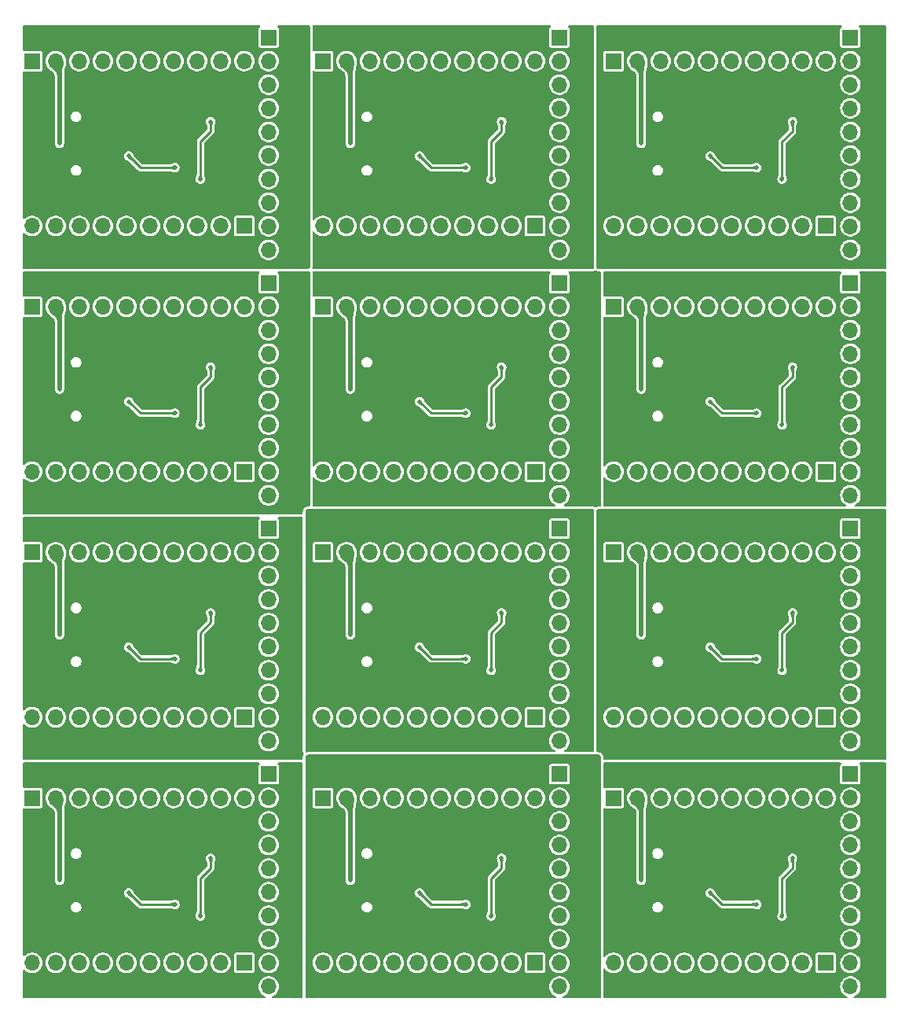
<source format=gbr>
%TF.GenerationSoftware,KiCad,Pcbnew,7.0.6*%
%TF.CreationDate,2023-09-22T02:01:45+08:00*%
%TF.ProjectId,power_ex_board_muti,706f7765-725f-4657-985f-626f6172645f,rev?*%
%TF.SameCoordinates,Original*%
%TF.FileFunction,Copper,L2,Bot*%
%TF.FilePolarity,Positive*%
%FSLAX46Y46*%
G04 Gerber Fmt 4.6, Leading zero omitted, Abs format (unit mm)*
G04 Created by KiCad (PCBNEW 7.0.6) date 2023-09-22 02:01:45*
%MOMM*%
%LPD*%
G01*
G04 APERTURE LIST*
%TA.AperFunction,ComponentPad*%
%ADD10R,1.700000X1.700000*%
%TD*%
%TA.AperFunction,ComponentPad*%
%ADD11O,1.700000X1.700000*%
%TD*%
%TA.AperFunction,ComponentPad*%
%ADD12O,2.100000X1.000000*%
%TD*%
%TA.AperFunction,ComponentPad*%
%ADD13O,1.600000X1.000000*%
%TD*%
%TA.AperFunction,ViaPad*%
%ADD14C,0.508000*%
%TD*%
%TA.AperFunction,Conductor*%
%ADD15C,0.254000*%
%TD*%
%TA.AperFunction,Conductor*%
%ADD16C,0.508000*%
%TD*%
G04 APERTURE END LIST*
D10*
%TO.P,Custom,1,Pin_1*%
%TO.N,Board_6-VCC*%
X24348600Y-74991200D03*
D11*
%TO.P,Custom,2,Pin_2*%
%TO.N,Board_6-GND*%
X24348600Y-77531200D03*
%TO.P,Custom,3,Pin_3*%
%TO.N,Board_6-VCC*%
X21808600Y-74991200D03*
%TO.P,Custom,4,Pin_4*%
%TO.N,Board_6-GND*%
X21808600Y-77531200D03*
%TO.P,Custom,5,Pin_5*%
%TO.N,Board_6-VCC*%
X19268600Y-74991200D03*
%TO.P,Custom,6,Pin_6*%
%TO.N,Board_6-GND*%
X19268600Y-77531200D03*
%TO.P,Custom,7,Pin_7*%
%TO.N,Board_6-VCC*%
X16728600Y-74991200D03*
%TO.P,Custom,8,Pin_8*%
%TO.N,Board_6-GND*%
X16728600Y-77531200D03*
%TO.P,Custom,9,Pin_9*%
%TO.N,Board_6-VCC*%
X14188600Y-74991200D03*
%TO.P,Custom,10,Pin_10*%
%TO.N,Board_6-GND*%
X14188600Y-77531200D03*
%TO.P,Custom,11,Pin_11*%
%TO.N,Board_6-VCC*%
X11648600Y-74991200D03*
%TO.P,Custom,12,Pin_12*%
%TO.N,Board_6-GND*%
X11648600Y-77531200D03*
%TO.P,Custom,13,Pin_13*%
%TO.N,Board_6-VCC*%
X9108600Y-74991200D03*
%TO.P,Custom,14,Pin_14*%
%TO.N,Board_6-GND*%
X9108600Y-77531200D03*
%TO.P,Custom,15,Pin_15*%
%TO.N,Board_6-VCC*%
X6568600Y-74991200D03*
%TO.P,Custom,16,Pin_16*%
%TO.N,Board_6-GND*%
X6568600Y-77531200D03*
%TO.P,Custom,17,Pin_17*%
%TO.N,Board_6-VCC*%
X4028600Y-74991200D03*
%TO.P,Custom,18,Pin_18*%
%TO.N,Board_6-GND*%
X4028600Y-77531200D03*
%TO.P,Custom,19,Pin_19*%
%TO.N,Board_6-VCC*%
X1488600Y-74991200D03*
%TO.P,Custom,20,Pin_20*%
%TO.N,Board_6-GND*%
X1488600Y-77531200D03*
%TD*%
D10*
%TO.P,5V,1,Pin_1*%
%TO.N,Board_10-+5V*%
X32842200Y-83682600D03*
D11*
%TO.P,5V,2,Pin_2*%
%TO.N,Board_10-GND*%
X32842200Y-81142600D03*
%TO.P,5V,3,Pin_3*%
%TO.N,Board_10-+5V*%
X35382200Y-83682600D03*
%TO.P,5V,4,Pin_4*%
%TO.N,Board_10-GND*%
X35382200Y-81142600D03*
%TO.P,5V,5,Pin_5*%
%TO.N,Board_10-+5V*%
X37922200Y-83682600D03*
%TO.P,5V,6,Pin_6*%
%TO.N,Board_10-GND*%
X37922200Y-81142600D03*
%TO.P,5V,7,Pin_7*%
%TO.N,Board_10-+5V*%
X40462200Y-83682600D03*
%TO.P,5V,8,Pin_8*%
%TO.N,Board_10-GND*%
X40462200Y-81142600D03*
%TO.P,5V,9,Pin_9*%
%TO.N,Board_10-+5V*%
X43002200Y-83682600D03*
%TO.P,5V,10,Pin_10*%
%TO.N,Board_10-GND*%
X43002200Y-81142600D03*
%TO.P,5V,11,Pin_11*%
%TO.N,Board_10-+5V*%
X45542200Y-83682600D03*
%TO.P,5V,12,Pin_12*%
%TO.N,Board_10-GND*%
X45542200Y-81142600D03*
%TO.P,5V,13,Pin_13*%
%TO.N,Board_10-+5V*%
X48082200Y-83682600D03*
%TO.P,5V,14,Pin_14*%
%TO.N,Board_10-GND*%
X48082200Y-81142600D03*
%TO.P,5V,15,Pin_15*%
%TO.N,Board_10-+5V*%
X50622200Y-83682600D03*
%TO.P,5V,16,Pin_16*%
%TO.N,Board_10-GND*%
X50622200Y-81142600D03*
%TO.P,5V,17,Pin_17*%
%TO.N,Board_10-+5V*%
X53162200Y-83682600D03*
%TO.P,5V,18,Pin_18*%
%TO.N,Board_10-GND*%
X53162200Y-81142600D03*
%TO.P,5V,19,Pin_19*%
%TO.N,Board_10-+5V*%
X55702200Y-83682600D03*
%TO.P,5V,20,Pin_20*%
%TO.N,Board_10-GND*%
X55702200Y-81142600D03*
%TD*%
D10*
%TO.P,3V3,1,Pin_1*%
%TO.N,Board_1-+3V3*%
X58338800Y-1808400D03*
D11*
%TO.P,3V3,2,Pin_2*%
%TO.N,Board_1-GND*%
X60878800Y-1808400D03*
%TO.P,3V3,3,Pin_3*%
%TO.N,Board_1-+3V3*%
X58338800Y-4348400D03*
%TO.P,3V3,4,Pin_4*%
%TO.N,Board_1-GND*%
X60878800Y-4348400D03*
%TO.P,3V3,5,Pin_5*%
%TO.N,Board_1-+3V3*%
X58338800Y-6888400D03*
%TO.P,3V3,6,Pin_6*%
%TO.N,Board_1-GND*%
X60878800Y-6888400D03*
%TO.P,3V3,7,Pin_7*%
%TO.N,Board_1-+3V3*%
X58338800Y-9428400D03*
%TO.P,3V3,8,Pin_8*%
%TO.N,Board_1-GND*%
X60878800Y-9428400D03*
%TO.P,3V3,9,Pin_9*%
%TO.N,Board_1-+3V3*%
X58338800Y-11968400D03*
%TO.P,3V3,10,Pin_10*%
%TO.N,Board_1-GND*%
X60878800Y-11968400D03*
%TO.P,3V3,11,Pin_11*%
%TO.N,Board_1-+3V3*%
X58338800Y-14508400D03*
%TO.P,3V3,12,Pin_12*%
%TO.N,Board_1-GND*%
X60878800Y-14508400D03*
%TO.P,3V3,13,Pin_13*%
%TO.N,Board_1-+3V3*%
X58338800Y-17048400D03*
%TO.P,3V3,14,Pin_14*%
%TO.N,Board_1-GND*%
X60878800Y-17048400D03*
%TO.P,3V3,15,Pin_15*%
%TO.N,Board_1-+3V3*%
X58338800Y-19588400D03*
%TO.P,3V3,16,Pin_16*%
%TO.N,Board_1-GND*%
X60878800Y-19588400D03*
%TO.P,3V3,17,Pin_17*%
%TO.N,Board_1-+3V3*%
X58338800Y-22128400D03*
%TO.P,3V3,18,Pin_18*%
%TO.N,Board_1-GND*%
X60878800Y-22128400D03*
%TO.P,3V3,19,Pin_19*%
%TO.N,Board_1-+3V3*%
X58338800Y-24668400D03*
%TO.P,3V3,20,Pin_20*%
%TO.N,Board_1-GND*%
X60878800Y-24668400D03*
%TD*%
D10*
%TO.P,3V3,1,Pin_1*%
%TO.N,Board_11-+3V3*%
X89682400Y-81132600D03*
D11*
%TO.P,3V3,2,Pin_2*%
%TO.N,Board_11-GND*%
X92222400Y-81132600D03*
%TO.P,3V3,3,Pin_3*%
%TO.N,Board_11-+3V3*%
X89682400Y-83672600D03*
%TO.P,3V3,4,Pin_4*%
%TO.N,Board_11-GND*%
X92222400Y-83672600D03*
%TO.P,3V3,5,Pin_5*%
%TO.N,Board_11-+3V3*%
X89682400Y-86212600D03*
%TO.P,3V3,6,Pin_6*%
%TO.N,Board_11-GND*%
X92222400Y-86212600D03*
%TO.P,3V3,7,Pin_7*%
%TO.N,Board_11-+3V3*%
X89682400Y-88752600D03*
%TO.P,3V3,8,Pin_8*%
%TO.N,Board_11-GND*%
X92222400Y-88752600D03*
%TO.P,3V3,9,Pin_9*%
%TO.N,Board_11-+3V3*%
X89682400Y-91292600D03*
%TO.P,3V3,10,Pin_10*%
%TO.N,Board_11-GND*%
X92222400Y-91292600D03*
%TO.P,3V3,11,Pin_11*%
%TO.N,Board_11-+3V3*%
X89682400Y-93832600D03*
%TO.P,3V3,12,Pin_12*%
%TO.N,Board_11-GND*%
X92222400Y-93832600D03*
%TO.P,3V3,13,Pin_13*%
%TO.N,Board_11-+3V3*%
X89682400Y-96372600D03*
%TO.P,3V3,14,Pin_14*%
%TO.N,Board_11-GND*%
X92222400Y-96372600D03*
%TO.P,3V3,15,Pin_15*%
%TO.N,Board_11-+3V3*%
X89682400Y-98912600D03*
%TO.P,3V3,16,Pin_16*%
%TO.N,Board_11-GND*%
X92222400Y-98912600D03*
%TO.P,3V3,17,Pin_17*%
%TO.N,Board_11-+3V3*%
X89682400Y-101452600D03*
%TO.P,3V3,18,Pin_18*%
%TO.N,Board_11-GND*%
X92222400Y-101452600D03*
%TO.P,3V3,19,Pin_19*%
%TO.N,Board_11-+3V3*%
X89682400Y-103992600D03*
%TO.P,3V3,20,Pin_20*%
%TO.N,Board_11-GND*%
X92222400Y-103992600D03*
%TD*%
D10*
%TO.P,5V,1,Pin_1*%
%TO.N,Board_2-+5V*%
X64185800Y-4358400D03*
D11*
%TO.P,5V,2,Pin_2*%
%TO.N,Board_2-GND*%
X64185800Y-1818400D03*
%TO.P,5V,3,Pin_3*%
%TO.N,Board_2-+5V*%
X66725800Y-4358400D03*
%TO.P,5V,4,Pin_4*%
%TO.N,Board_2-GND*%
X66725800Y-1818400D03*
%TO.P,5V,5,Pin_5*%
%TO.N,Board_2-+5V*%
X69265800Y-4358400D03*
%TO.P,5V,6,Pin_6*%
%TO.N,Board_2-GND*%
X69265800Y-1818400D03*
%TO.P,5V,7,Pin_7*%
%TO.N,Board_2-+5V*%
X71805800Y-4358400D03*
%TO.P,5V,8,Pin_8*%
%TO.N,Board_2-GND*%
X71805800Y-1818400D03*
%TO.P,5V,9,Pin_9*%
%TO.N,Board_2-+5V*%
X74345800Y-4358400D03*
%TO.P,5V,10,Pin_10*%
%TO.N,Board_2-GND*%
X74345800Y-1818400D03*
%TO.P,5V,11,Pin_11*%
%TO.N,Board_2-+5V*%
X76885800Y-4358400D03*
%TO.P,5V,12,Pin_12*%
%TO.N,Board_2-GND*%
X76885800Y-1818400D03*
%TO.P,5V,13,Pin_13*%
%TO.N,Board_2-+5V*%
X79425800Y-4358400D03*
%TO.P,5V,14,Pin_14*%
%TO.N,Board_2-GND*%
X79425800Y-1818400D03*
%TO.P,5V,15,Pin_15*%
%TO.N,Board_2-+5V*%
X81965800Y-4358400D03*
%TO.P,5V,16,Pin_16*%
%TO.N,Board_2-GND*%
X81965800Y-1818400D03*
%TO.P,5V,17,Pin_17*%
%TO.N,Board_2-+5V*%
X84505800Y-4358400D03*
%TO.P,5V,18,Pin_18*%
%TO.N,Board_2-GND*%
X84505800Y-1818400D03*
%TO.P,5V,19,Pin_19*%
%TO.N,Board_2-+5V*%
X87045800Y-4358400D03*
%TO.P,5V,20,Pin_20*%
%TO.N,Board_2-GND*%
X87045800Y-1818400D03*
%TD*%
D10*
%TO.P,5V,1,Pin_1*%
%TO.N,Board_3-+5V*%
X1498600Y-30799800D03*
D11*
%TO.P,5V,2,Pin_2*%
%TO.N,Board_3-GND*%
X1498600Y-28259800D03*
%TO.P,5V,3,Pin_3*%
%TO.N,Board_3-+5V*%
X4038600Y-30799800D03*
%TO.P,5V,4,Pin_4*%
%TO.N,Board_3-GND*%
X4038600Y-28259800D03*
%TO.P,5V,5,Pin_5*%
%TO.N,Board_3-+5V*%
X6578600Y-30799800D03*
%TO.P,5V,6,Pin_6*%
%TO.N,Board_3-GND*%
X6578600Y-28259800D03*
%TO.P,5V,7,Pin_7*%
%TO.N,Board_3-+5V*%
X9118600Y-30799800D03*
%TO.P,5V,8,Pin_8*%
%TO.N,Board_3-GND*%
X9118600Y-28259800D03*
%TO.P,5V,9,Pin_9*%
%TO.N,Board_3-+5V*%
X11658600Y-30799800D03*
%TO.P,5V,10,Pin_10*%
%TO.N,Board_3-GND*%
X11658600Y-28259800D03*
%TO.P,5V,11,Pin_11*%
%TO.N,Board_3-+5V*%
X14198600Y-30799800D03*
%TO.P,5V,12,Pin_12*%
%TO.N,Board_3-GND*%
X14198600Y-28259800D03*
%TO.P,5V,13,Pin_13*%
%TO.N,Board_3-+5V*%
X16738600Y-30799800D03*
%TO.P,5V,14,Pin_14*%
%TO.N,Board_3-GND*%
X16738600Y-28259800D03*
%TO.P,5V,15,Pin_15*%
%TO.N,Board_3-+5V*%
X19278600Y-30799800D03*
%TO.P,5V,16,Pin_16*%
%TO.N,Board_3-GND*%
X19278600Y-28259800D03*
%TO.P,5V,17,Pin_17*%
%TO.N,Board_3-+5V*%
X21818600Y-30799800D03*
%TO.P,5V,18,Pin_18*%
%TO.N,Board_3-GND*%
X21818600Y-28259800D03*
%TO.P,5V,19,Pin_19*%
%TO.N,Board_3-+5V*%
X24358600Y-30799800D03*
%TO.P,5V,20,Pin_20*%
%TO.N,Board_3-GND*%
X24358600Y-28259800D03*
%TD*%
D10*
%TO.P,3V3,1,Pin_1*%
%TO.N,Board_0-+3V3*%
X26995200Y-1808400D03*
D11*
%TO.P,3V3,2,Pin_2*%
%TO.N,Board_0-GND*%
X29535200Y-1808400D03*
%TO.P,3V3,3,Pin_3*%
%TO.N,Board_0-+3V3*%
X26995200Y-4348400D03*
%TO.P,3V3,4,Pin_4*%
%TO.N,Board_0-GND*%
X29535200Y-4348400D03*
%TO.P,3V3,5,Pin_5*%
%TO.N,Board_0-+3V3*%
X26995200Y-6888400D03*
%TO.P,3V3,6,Pin_6*%
%TO.N,Board_0-GND*%
X29535200Y-6888400D03*
%TO.P,3V3,7,Pin_7*%
%TO.N,Board_0-+3V3*%
X26995200Y-9428400D03*
%TO.P,3V3,8,Pin_8*%
%TO.N,Board_0-GND*%
X29535200Y-9428400D03*
%TO.P,3V3,9,Pin_9*%
%TO.N,Board_0-+3V3*%
X26995200Y-11968400D03*
%TO.P,3V3,10,Pin_10*%
%TO.N,Board_0-GND*%
X29535200Y-11968400D03*
%TO.P,3V3,11,Pin_11*%
%TO.N,Board_0-+3V3*%
X26995200Y-14508400D03*
%TO.P,3V3,12,Pin_12*%
%TO.N,Board_0-GND*%
X29535200Y-14508400D03*
%TO.P,3V3,13,Pin_13*%
%TO.N,Board_0-+3V3*%
X26995200Y-17048400D03*
%TO.P,3V3,14,Pin_14*%
%TO.N,Board_0-GND*%
X29535200Y-17048400D03*
%TO.P,3V3,15,Pin_15*%
%TO.N,Board_0-+3V3*%
X26995200Y-19588400D03*
%TO.P,3V3,16,Pin_16*%
%TO.N,Board_0-GND*%
X29535200Y-19588400D03*
%TO.P,3V3,17,Pin_17*%
%TO.N,Board_0-+3V3*%
X26995200Y-22128400D03*
%TO.P,3V3,18,Pin_18*%
%TO.N,Board_0-GND*%
X29535200Y-22128400D03*
%TO.P,3V3,19,Pin_19*%
%TO.N,Board_0-+3V3*%
X26995200Y-24668400D03*
%TO.P,3V3,20,Pin_20*%
%TO.N,Board_0-GND*%
X29535200Y-24668400D03*
%TD*%
D10*
%TO.P,Custom,1,Pin_1*%
%TO.N,Board_2-VCC*%
X87035800Y-22108400D03*
D11*
%TO.P,Custom,2,Pin_2*%
%TO.N,Board_2-GND*%
X87035800Y-24648400D03*
%TO.P,Custom,3,Pin_3*%
%TO.N,Board_2-VCC*%
X84495800Y-22108400D03*
%TO.P,Custom,4,Pin_4*%
%TO.N,Board_2-GND*%
X84495800Y-24648400D03*
%TO.P,Custom,5,Pin_5*%
%TO.N,Board_2-VCC*%
X81955800Y-22108400D03*
%TO.P,Custom,6,Pin_6*%
%TO.N,Board_2-GND*%
X81955800Y-24648400D03*
%TO.P,Custom,7,Pin_7*%
%TO.N,Board_2-VCC*%
X79415800Y-22108400D03*
%TO.P,Custom,8,Pin_8*%
%TO.N,Board_2-GND*%
X79415800Y-24648400D03*
%TO.P,Custom,9,Pin_9*%
%TO.N,Board_2-VCC*%
X76875800Y-22108400D03*
%TO.P,Custom,10,Pin_10*%
%TO.N,Board_2-GND*%
X76875800Y-24648400D03*
%TO.P,Custom,11,Pin_11*%
%TO.N,Board_2-VCC*%
X74335800Y-22108400D03*
%TO.P,Custom,12,Pin_12*%
%TO.N,Board_2-GND*%
X74335800Y-24648400D03*
%TO.P,Custom,13,Pin_13*%
%TO.N,Board_2-VCC*%
X71795800Y-22108400D03*
%TO.P,Custom,14,Pin_14*%
%TO.N,Board_2-GND*%
X71795800Y-24648400D03*
%TO.P,Custom,15,Pin_15*%
%TO.N,Board_2-VCC*%
X69255800Y-22108400D03*
%TO.P,Custom,16,Pin_16*%
%TO.N,Board_2-GND*%
X69255800Y-24648400D03*
%TO.P,Custom,17,Pin_17*%
%TO.N,Board_2-VCC*%
X66715800Y-22108400D03*
%TO.P,Custom,18,Pin_18*%
%TO.N,Board_2-GND*%
X66715800Y-24648400D03*
%TO.P,Custom,19,Pin_19*%
%TO.N,Board_2-VCC*%
X64175800Y-22108400D03*
%TO.P,Custom,20,Pin_20*%
%TO.N,Board_2-GND*%
X64175800Y-24648400D03*
%TD*%
D10*
%TO.P,5V,1,Pin_1*%
%TO.N,Board_6-+5V*%
X1498600Y-57241200D03*
D11*
%TO.P,5V,2,Pin_2*%
%TO.N,Board_6-GND*%
X1498600Y-54701200D03*
%TO.P,5V,3,Pin_3*%
%TO.N,Board_6-+5V*%
X4038600Y-57241200D03*
%TO.P,5V,4,Pin_4*%
%TO.N,Board_6-GND*%
X4038600Y-54701200D03*
%TO.P,5V,5,Pin_5*%
%TO.N,Board_6-+5V*%
X6578600Y-57241200D03*
%TO.P,5V,6,Pin_6*%
%TO.N,Board_6-GND*%
X6578600Y-54701200D03*
%TO.P,5V,7,Pin_7*%
%TO.N,Board_6-+5V*%
X9118600Y-57241200D03*
%TO.P,5V,8,Pin_8*%
%TO.N,Board_6-GND*%
X9118600Y-54701200D03*
%TO.P,5V,9,Pin_9*%
%TO.N,Board_6-+5V*%
X11658600Y-57241200D03*
%TO.P,5V,10,Pin_10*%
%TO.N,Board_6-GND*%
X11658600Y-54701200D03*
%TO.P,5V,11,Pin_11*%
%TO.N,Board_6-+5V*%
X14198600Y-57241200D03*
%TO.P,5V,12,Pin_12*%
%TO.N,Board_6-GND*%
X14198600Y-54701200D03*
%TO.P,5V,13,Pin_13*%
%TO.N,Board_6-+5V*%
X16738600Y-57241200D03*
%TO.P,5V,14,Pin_14*%
%TO.N,Board_6-GND*%
X16738600Y-54701200D03*
%TO.P,5V,15,Pin_15*%
%TO.N,Board_6-+5V*%
X19278600Y-57241200D03*
%TO.P,5V,16,Pin_16*%
%TO.N,Board_6-GND*%
X19278600Y-54701200D03*
%TO.P,5V,17,Pin_17*%
%TO.N,Board_6-+5V*%
X21818600Y-57241200D03*
%TO.P,5V,18,Pin_18*%
%TO.N,Board_6-GND*%
X21818600Y-54701200D03*
%TO.P,5V,19,Pin_19*%
%TO.N,Board_6-+5V*%
X24358600Y-57241200D03*
%TO.P,5V,20,Pin_20*%
%TO.N,Board_6-GND*%
X24358600Y-54701200D03*
%TD*%
D10*
%TO.P,3V3,1,Pin_1*%
%TO.N,Board_5-+3V3*%
X89682400Y-28249800D03*
D11*
%TO.P,3V3,2,Pin_2*%
%TO.N,Board_5-GND*%
X92222400Y-28249800D03*
%TO.P,3V3,3,Pin_3*%
%TO.N,Board_5-+3V3*%
X89682400Y-30789800D03*
%TO.P,3V3,4,Pin_4*%
%TO.N,Board_5-GND*%
X92222400Y-30789800D03*
%TO.P,3V3,5,Pin_5*%
%TO.N,Board_5-+3V3*%
X89682400Y-33329800D03*
%TO.P,3V3,6,Pin_6*%
%TO.N,Board_5-GND*%
X92222400Y-33329800D03*
%TO.P,3V3,7,Pin_7*%
%TO.N,Board_5-+3V3*%
X89682400Y-35869800D03*
%TO.P,3V3,8,Pin_8*%
%TO.N,Board_5-GND*%
X92222400Y-35869800D03*
%TO.P,3V3,9,Pin_9*%
%TO.N,Board_5-+3V3*%
X89682400Y-38409800D03*
%TO.P,3V3,10,Pin_10*%
%TO.N,Board_5-GND*%
X92222400Y-38409800D03*
%TO.P,3V3,11,Pin_11*%
%TO.N,Board_5-+3V3*%
X89682400Y-40949800D03*
%TO.P,3V3,12,Pin_12*%
%TO.N,Board_5-GND*%
X92222400Y-40949800D03*
%TO.P,3V3,13,Pin_13*%
%TO.N,Board_5-+3V3*%
X89682400Y-43489800D03*
%TO.P,3V3,14,Pin_14*%
%TO.N,Board_5-GND*%
X92222400Y-43489800D03*
%TO.P,3V3,15,Pin_15*%
%TO.N,Board_5-+3V3*%
X89682400Y-46029800D03*
%TO.P,3V3,16,Pin_16*%
%TO.N,Board_5-GND*%
X92222400Y-46029800D03*
%TO.P,3V3,17,Pin_17*%
%TO.N,Board_5-+3V3*%
X89682400Y-48569800D03*
%TO.P,3V3,18,Pin_18*%
%TO.N,Board_5-GND*%
X92222400Y-48569800D03*
%TO.P,3V3,19,Pin_19*%
%TO.N,Board_5-+3V3*%
X89682400Y-51109800D03*
%TO.P,3V3,20,Pin_20*%
%TO.N,Board_5-GND*%
X92222400Y-51109800D03*
%TD*%
D12*
%TO.P,J1,S1,SHIELD*%
%TO.N,Board_9-GND*%
X6762200Y-88237600D03*
D13*
X2582200Y-88237600D03*
D12*
X6762200Y-96877600D03*
D13*
X2582200Y-96877600D03*
%TD*%
D10*
%TO.P,5V,1,Pin_1*%
%TO.N,Board_11-+5V*%
X64185800Y-83682600D03*
D11*
%TO.P,5V,2,Pin_2*%
%TO.N,Board_11-GND*%
X64185800Y-81142600D03*
%TO.P,5V,3,Pin_3*%
%TO.N,Board_11-+5V*%
X66725800Y-83682600D03*
%TO.P,5V,4,Pin_4*%
%TO.N,Board_11-GND*%
X66725800Y-81142600D03*
%TO.P,5V,5,Pin_5*%
%TO.N,Board_11-+5V*%
X69265800Y-83682600D03*
%TO.P,5V,6,Pin_6*%
%TO.N,Board_11-GND*%
X69265800Y-81142600D03*
%TO.P,5V,7,Pin_7*%
%TO.N,Board_11-+5V*%
X71805800Y-83682600D03*
%TO.P,5V,8,Pin_8*%
%TO.N,Board_11-GND*%
X71805800Y-81142600D03*
%TO.P,5V,9,Pin_9*%
%TO.N,Board_11-+5V*%
X74345800Y-83682600D03*
%TO.P,5V,10,Pin_10*%
%TO.N,Board_11-GND*%
X74345800Y-81142600D03*
%TO.P,5V,11,Pin_11*%
%TO.N,Board_11-+5V*%
X76885800Y-83682600D03*
%TO.P,5V,12,Pin_12*%
%TO.N,Board_11-GND*%
X76885800Y-81142600D03*
%TO.P,5V,13,Pin_13*%
%TO.N,Board_11-+5V*%
X79425800Y-83682600D03*
%TO.P,5V,14,Pin_14*%
%TO.N,Board_11-GND*%
X79425800Y-81142600D03*
%TO.P,5V,15,Pin_15*%
%TO.N,Board_11-+5V*%
X81965800Y-83682600D03*
%TO.P,5V,16,Pin_16*%
%TO.N,Board_11-GND*%
X81965800Y-81142600D03*
%TO.P,5V,17,Pin_17*%
%TO.N,Board_11-+5V*%
X84505800Y-83682600D03*
%TO.P,5V,18,Pin_18*%
%TO.N,Board_11-GND*%
X84505800Y-81142600D03*
%TO.P,5V,19,Pin_19*%
%TO.N,Board_11-+5V*%
X87045800Y-83682600D03*
%TO.P,5V,20,Pin_20*%
%TO.N,Board_11-GND*%
X87045800Y-81142600D03*
%TD*%
D10*
%TO.P,Custom,1,Pin_1*%
%TO.N,Board_0-VCC*%
X24348600Y-22108400D03*
D11*
%TO.P,Custom,2,Pin_2*%
%TO.N,Board_0-GND*%
X24348600Y-24648400D03*
%TO.P,Custom,3,Pin_3*%
%TO.N,Board_0-VCC*%
X21808600Y-22108400D03*
%TO.P,Custom,4,Pin_4*%
%TO.N,Board_0-GND*%
X21808600Y-24648400D03*
%TO.P,Custom,5,Pin_5*%
%TO.N,Board_0-VCC*%
X19268600Y-22108400D03*
%TO.P,Custom,6,Pin_6*%
%TO.N,Board_0-GND*%
X19268600Y-24648400D03*
%TO.P,Custom,7,Pin_7*%
%TO.N,Board_0-VCC*%
X16728600Y-22108400D03*
%TO.P,Custom,8,Pin_8*%
%TO.N,Board_0-GND*%
X16728600Y-24648400D03*
%TO.P,Custom,9,Pin_9*%
%TO.N,Board_0-VCC*%
X14188600Y-22108400D03*
%TO.P,Custom,10,Pin_10*%
%TO.N,Board_0-GND*%
X14188600Y-24648400D03*
%TO.P,Custom,11,Pin_11*%
%TO.N,Board_0-VCC*%
X11648600Y-22108400D03*
%TO.P,Custom,12,Pin_12*%
%TO.N,Board_0-GND*%
X11648600Y-24648400D03*
%TO.P,Custom,13,Pin_13*%
%TO.N,Board_0-VCC*%
X9108600Y-22108400D03*
%TO.P,Custom,14,Pin_14*%
%TO.N,Board_0-GND*%
X9108600Y-24648400D03*
%TO.P,Custom,15,Pin_15*%
%TO.N,Board_0-VCC*%
X6568600Y-22108400D03*
%TO.P,Custom,16,Pin_16*%
%TO.N,Board_0-GND*%
X6568600Y-24648400D03*
%TO.P,Custom,17,Pin_17*%
%TO.N,Board_0-VCC*%
X4028600Y-22108400D03*
%TO.P,Custom,18,Pin_18*%
%TO.N,Board_0-GND*%
X4028600Y-24648400D03*
%TO.P,Custom,19,Pin_19*%
%TO.N,Board_0-VCC*%
X1488600Y-22108400D03*
%TO.P,Custom,20,Pin_20*%
%TO.N,Board_0-GND*%
X1488600Y-24648400D03*
%TD*%
D10*
%TO.P,Custom,1,Pin_1*%
%TO.N,Board_10-VCC*%
X55692200Y-101432600D03*
D11*
%TO.P,Custom,2,Pin_2*%
%TO.N,Board_10-GND*%
X55692200Y-103972600D03*
%TO.P,Custom,3,Pin_3*%
%TO.N,Board_10-VCC*%
X53152200Y-101432600D03*
%TO.P,Custom,4,Pin_4*%
%TO.N,Board_10-GND*%
X53152200Y-103972600D03*
%TO.P,Custom,5,Pin_5*%
%TO.N,Board_10-VCC*%
X50612200Y-101432600D03*
%TO.P,Custom,6,Pin_6*%
%TO.N,Board_10-GND*%
X50612200Y-103972600D03*
%TO.P,Custom,7,Pin_7*%
%TO.N,Board_10-VCC*%
X48072200Y-101432600D03*
%TO.P,Custom,8,Pin_8*%
%TO.N,Board_10-GND*%
X48072200Y-103972600D03*
%TO.P,Custom,9,Pin_9*%
%TO.N,Board_10-VCC*%
X45532200Y-101432600D03*
%TO.P,Custom,10,Pin_10*%
%TO.N,Board_10-GND*%
X45532200Y-103972600D03*
%TO.P,Custom,11,Pin_11*%
%TO.N,Board_10-VCC*%
X42992200Y-101432600D03*
%TO.P,Custom,12,Pin_12*%
%TO.N,Board_10-GND*%
X42992200Y-103972600D03*
%TO.P,Custom,13,Pin_13*%
%TO.N,Board_10-VCC*%
X40452200Y-101432600D03*
%TO.P,Custom,14,Pin_14*%
%TO.N,Board_10-GND*%
X40452200Y-103972600D03*
%TO.P,Custom,15,Pin_15*%
%TO.N,Board_10-VCC*%
X37912200Y-101432600D03*
%TO.P,Custom,16,Pin_16*%
%TO.N,Board_10-GND*%
X37912200Y-103972600D03*
%TO.P,Custom,17,Pin_17*%
%TO.N,Board_10-VCC*%
X35372200Y-101432600D03*
%TO.P,Custom,18,Pin_18*%
%TO.N,Board_10-GND*%
X35372200Y-103972600D03*
%TO.P,Custom,19,Pin_19*%
%TO.N,Board_10-VCC*%
X32832200Y-101432600D03*
%TO.P,Custom,20,Pin_20*%
%TO.N,Board_10-GND*%
X32832200Y-103972600D03*
%TD*%
D10*
%TO.P,3V3,1,Pin_1*%
%TO.N,Board_6-+3V3*%
X26995200Y-54691200D03*
D11*
%TO.P,3V3,2,Pin_2*%
%TO.N,Board_6-GND*%
X29535200Y-54691200D03*
%TO.P,3V3,3,Pin_3*%
%TO.N,Board_6-+3V3*%
X26995200Y-57231200D03*
%TO.P,3V3,4,Pin_4*%
%TO.N,Board_6-GND*%
X29535200Y-57231200D03*
%TO.P,3V3,5,Pin_5*%
%TO.N,Board_6-+3V3*%
X26995200Y-59771200D03*
%TO.P,3V3,6,Pin_6*%
%TO.N,Board_6-GND*%
X29535200Y-59771200D03*
%TO.P,3V3,7,Pin_7*%
%TO.N,Board_6-+3V3*%
X26995200Y-62311200D03*
%TO.P,3V3,8,Pin_8*%
%TO.N,Board_6-GND*%
X29535200Y-62311200D03*
%TO.P,3V3,9,Pin_9*%
%TO.N,Board_6-+3V3*%
X26995200Y-64851200D03*
%TO.P,3V3,10,Pin_10*%
%TO.N,Board_6-GND*%
X29535200Y-64851200D03*
%TO.P,3V3,11,Pin_11*%
%TO.N,Board_6-+3V3*%
X26995200Y-67391200D03*
%TO.P,3V3,12,Pin_12*%
%TO.N,Board_6-GND*%
X29535200Y-67391200D03*
%TO.P,3V3,13,Pin_13*%
%TO.N,Board_6-+3V3*%
X26995200Y-69931200D03*
%TO.P,3V3,14,Pin_14*%
%TO.N,Board_6-GND*%
X29535200Y-69931200D03*
%TO.P,3V3,15,Pin_15*%
%TO.N,Board_6-+3V3*%
X26995200Y-72471200D03*
%TO.P,3V3,16,Pin_16*%
%TO.N,Board_6-GND*%
X29535200Y-72471200D03*
%TO.P,3V3,17,Pin_17*%
%TO.N,Board_6-+3V3*%
X26995200Y-75011200D03*
%TO.P,3V3,18,Pin_18*%
%TO.N,Board_6-GND*%
X29535200Y-75011200D03*
%TO.P,3V3,19,Pin_19*%
%TO.N,Board_6-+3V3*%
X26995200Y-77551200D03*
%TO.P,3V3,20,Pin_20*%
%TO.N,Board_6-GND*%
X29535200Y-77551200D03*
%TD*%
D10*
%TO.P,Custom,1,Pin_1*%
%TO.N,Board_1-VCC*%
X55692200Y-22108400D03*
D11*
%TO.P,Custom,2,Pin_2*%
%TO.N,Board_1-GND*%
X55692200Y-24648400D03*
%TO.P,Custom,3,Pin_3*%
%TO.N,Board_1-VCC*%
X53152200Y-22108400D03*
%TO.P,Custom,4,Pin_4*%
%TO.N,Board_1-GND*%
X53152200Y-24648400D03*
%TO.P,Custom,5,Pin_5*%
%TO.N,Board_1-VCC*%
X50612200Y-22108400D03*
%TO.P,Custom,6,Pin_6*%
%TO.N,Board_1-GND*%
X50612200Y-24648400D03*
%TO.P,Custom,7,Pin_7*%
%TO.N,Board_1-VCC*%
X48072200Y-22108400D03*
%TO.P,Custom,8,Pin_8*%
%TO.N,Board_1-GND*%
X48072200Y-24648400D03*
%TO.P,Custom,9,Pin_9*%
%TO.N,Board_1-VCC*%
X45532200Y-22108400D03*
%TO.P,Custom,10,Pin_10*%
%TO.N,Board_1-GND*%
X45532200Y-24648400D03*
%TO.P,Custom,11,Pin_11*%
%TO.N,Board_1-VCC*%
X42992200Y-22108400D03*
%TO.P,Custom,12,Pin_12*%
%TO.N,Board_1-GND*%
X42992200Y-24648400D03*
%TO.P,Custom,13,Pin_13*%
%TO.N,Board_1-VCC*%
X40452200Y-22108400D03*
%TO.P,Custom,14,Pin_14*%
%TO.N,Board_1-GND*%
X40452200Y-24648400D03*
%TO.P,Custom,15,Pin_15*%
%TO.N,Board_1-VCC*%
X37912200Y-22108400D03*
%TO.P,Custom,16,Pin_16*%
%TO.N,Board_1-GND*%
X37912200Y-24648400D03*
%TO.P,Custom,17,Pin_17*%
%TO.N,Board_1-VCC*%
X35372200Y-22108400D03*
%TO.P,Custom,18,Pin_18*%
%TO.N,Board_1-GND*%
X35372200Y-24648400D03*
%TO.P,Custom,19,Pin_19*%
%TO.N,Board_1-VCC*%
X32832200Y-22108400D03*
%TO.P,Custom,20,Pin_20*%
%TO.N,Board_1-GND*%
X32832200Y-24648400D03*
%TD*%
D10*
%TO.P,5V,1,Pin_1*%
%TO.N,Board_5-+5V*%
X64185800Y-30799800D03*
D11*
%TO.P,5V,2,Pin_2*%
%TO.N,Board_5-GND*%
X64185800Y-28259800D03*
%TO.P,5V,3,Pin_3*%
%TO.N,Board_5-+5V*%
X66725800Y-30799800D03*
%TO.P,5V,4,Pin_4*%
%TO.N,Board_5-GND*%
X66725800Y-28259800D03*
%TO.P,5V,5,Pin_5*%
%TO.N,Board_5-+5V*%
X69265800Y-30799800D03*
%TO.P,5V,6,Pin_6*%
%TO.N,Board_5-GND*%
X69265800Y-28259800D03*
%TO.P,5V,7,Pin_7*%
%TO.N,Board_5-+5V*%
X71805800Y-30799800D03*
%TO.P,5V,8,Pin_8*%
%TO.N,Board_5-GND*%
X71805800Y-28259800D03*
%TO.P,5V,9,Pin_9*%
%TO.N,Board_5-+5V*%
X74345800Y-30799800D03*
%TO.P,5V,10,Pin_10*%
%TO.N,Board_5-GND*%
X74345800Y-28259800D03*
%TO.P,5V,11,Pin_11*%
%TO.N,Board_5-+5V*%
X76885800Y-30799800D03*
%TO.P,5V,12,Pin_12*%
%TO.N,Board_5-GND*%
X76885800Y-28259800D03*
%TO.P,5V,13,Pin_13*%
%TO.N,Board_5-+5V*%
X79425800Y-30799800D03*
%TO.P,5V,14,Pin_14*%
%TO.N,Board_5-GND*%
X79425800Y-28259800D03*
%TO.P,5V,15,Pin_15*%
%TO.N,Board_5-+5V*%
X81965800Y-30799800D03*
%TO.P,5V,16,Pin_16*%
%TO.N,Board_5-GND*%
X81965800Y-28259800D03*
%TO.P,5V,17,Pin_17*%
%TO.N,Board_5-+5V*%
X84505800Y-30799800D03*
%TO.P,5V,18,Pin_18*%
%TO.N,Board_5-GND*%
X84505800Y-28259800D03*
%TO.P,5V,19,Pin_19*%
%TO.N,Board_5-+5V*%
X87045800Y-30799800D03*
%TO.P,5V,20,Pin_20*%
%TO.N,Board_5-GND*%
X87045800Y-28259800D03*
%TD*%
D12*
%TO.P,J1,S1,SHIELD*%
%TO.N,Board_1-GND*%
X38105800Y-8913400D03*
D13*
X33925800Y-8913400D03*
D12*
X38105800Y-17553400D03*
D13*
X33925800Y-17553400D03*
%TD*%
D12*
%TO.P,J1,S1,SHIELD*%
%TO.N,Board_10-GND*%
X38105800Y-88237600D03*
D13*
X33925800Y-88237600D03*
D12*
X38105800Y-96877600D03*
D13*
X33925800Y-96877600D03*
%TD*%
D12*
%TO.P,J1,S1,SHIELD*%
%TO.N,Board_4-GND*%
X38105800Y-35354800D03*
D13*
X33925800Y-35354800D03*
D12*
X38105800Y-43994800D03*
D13*
X33925800Y-43994800D03*
%TD*%
D10*
%TO.P,5V,1,Pin_1*%
%TO.N,Board_1-+5V*%
X32842200Y-4358400D03*
D11*
%TO.P,5V,2,Pin_2*%
%TO.N,Board_1-GND*%
X32842200Y-1818400D03*
%TO.P,5V,3,Pin_3*%
%TO.N,Board_1-+5V*%
X35382200Y-4358400D03*
%TO.P,5V,4,Pin_4*%
%TO.N,Board_1-GND*%
X35382200Y-1818400D03*
%TO.P,5V,5,Pin_5*%
%TO.N,Board_1-+5V*%
X37922200Y-4358400D03*
%TO.P,5V,6,Pin_6*%
%TO.N,Board_1-GND*%
X37922200Y-1818400D03*
%TO.P,5V,7,Pin_7*%
%TO.N,Board_1-+5V*%
X40462200Y-4358400D03*
%TO.P,5V,8,Pin_8*%
%TO.N,Board_1-GND*%
X40462200Y-1818400D03*
%TO.P,5V,9,Pin_9*%
%TO.N,Board_1-+5V*%
X43002200Y-4358400D03*
%TO.P,5V,10,Pin_10*%
%TO.N,Board_1-GND*%
X43002200Y-1818400D03*
%TO.P,5V,11,Pin_11*%
%TO.N,Board_1-+5V*%
X45542200Y-4358400D03*
%TO.P,5V,12,Pin_12*%
%TO.N,Board_1-GND*%
X45542200Y-1818400D03*
%TO.P,5V,13,Pin_13*%
%TO.N,Board_1-+5V*%
X48082200Y-4358400D03*
%TO.P,5V,14,Pin_14*%
%TO.N,Board_1-GND*%
X48082200Y-1818400D03*
%TO.P,5V,15,Pin_15*%
%TO.N,Board_1-+5V*%
X50622200Y-4358400D03*
%TO.P,5V,16,Pin_16*%
%TO.N,Board_1-GND*%
X50622200Y-1818400D03*
%TO.P,5V,17,Pin_17*%
%TO.N,Board_1-+5V*%
X53162200Y-4358400D03*
%TO.P,5V,18,Pin_18*%
%TO.N,Board_1-GND*%
X53162200Y-1818400D03*
%TO.P,5V,19,Pin_19*%
%TO.N,Board_1-+5V*%
X55702200Y-4358400D03*
%TO.P,5V,20,Pin_20*%
%TO.N,Board_1-GND*%
X55702200Y-1818400D03*
%TD*%
D10*
%TO.P,5V,1,Pin_1*%
%TO.N,Board_4-+5V*%
X32842200Y-30799800D03*
D11*
%TO.P,5V,2,Pin_2*%
%TO.N,Board_4-GND*%
X32842200Y-28259800D03*
%TO.P,5V,3,Pin_3*%
%TO.N,Board_4-+5V*%
X35382200Y-30799800D03*
%TO.P,5V,4,Pin_4*%
%TO.N,Board_4-GND*%
X35382200Y-28259800D03*
%TO.P,5V,5,Pin_5*%
%TO.N,Board_4-+5V*%
X37922200Y-30799800D03*
%TO.P,5V,6,Pin_6*%
%TO.N,Board_4-GND*%
X37922200Y-28259800D03*
%TO.P,5V,7,Pin_7*%
%TO.N,Board_4-+5V*%
X40462200Y-30799800D03*
%TO.P,5V,8,Pin_8*%
%TO.N,Board_4-GND*%
X40462200Y-28259800D03*
%TO.P,5V,9,Pin_9*%
%TO.N,Board_4-+5V*%
X43002200Y-30799800D03*
%TO.P,5V,10,Pin_10*%
%TO.N,Board_4-GND*%
X43002200Y-28259800D03*
%TO.P,5V,11,Pin_11*%
%TO.N,Board_4-+5V*%
X45542200Y-30799800D03*
%TO.P,5V,12,Pin_12*%
%TO.N,Board_4-GND*%
X45542200Y-28259800D03*
%TO.P,5V,13,Pin_13*%
%TO.N,Board_4-+5V*%
X48082200Y-30799800D03*
%TO.P,5V,14,Pin_14*%
%TO.N,Board_4-GND*%
X48082200Y-28259800D03*
%TO.P,5V,15,Pin_15*%
%TO.N,Board_4-+5V*%
X50622200Y-30799800D03*
%TO.P,5V,16,Pin_16*%
%TO.N,Board_4-GND*%
X50622200Y-28259800D03*
%TO.P,5V,17,Pin_17*%
%TO.N,Board_4-+5V*%
X53162200Y-30799800D03*
%TO.P,5V,18,Pin_18*%
%TO.N,Board_4-GND*%
X53162200Y-28259800D03*
%TO.P,5V,19,Pin_19*%
%TO.N,Board_4-+5V*%
X55702200Y-30799800D03*
%TO.P,5V,20,Pin_20*%
%TO.N,Board_4-GND*%
X55702200Y-28259800D03*
%TD*%
D12*
%TO.P,J1,S1,SHIELD*%
%TO.N,Board_0-GND*%
X6762200Y-8913400D03*
D13*
X2582200Y-8913400D03*
D12*
X6762200Y-17553400D03*
D13*
X2582200Y-17553400D03*
%TD*%
D10*
%TO.P,Custom,1,Pin_1*%
%TO.N,Board_4-VCC*%
X55692200Y-48549800D03*
D11*
%TO.P,Custom,2,Pin_2*%
%TO.N,Board_4-GND*%
X55692200Y-51089800D03*
%TO.P,Custom,3,Pin_3*%
%TO.N,Board_4-VCC*%
X53152200Y-48549800D03*
%TO.P,Custom,4,Pin_4*%
%TO.N,Board_4-GND*%
X53152200Y-51089800D03*
%TO.P,Custom,5,Pin_5*%
%TO.N,Board_4-VCC*%
X50612200Y-48549800D03*
%TO.P,Custom,6,Pin_6*%
%TO.N,Board_4-GND*%
X50612200Y-51089800D03*
%TO.P,Custom,7,Pin_7*%
%TO.N,Board_4-VCC*%
X48072200Y-48549800D03*
%TO.P,Custom,8,Pin_8*%
%TO.N,Board_4-GND*%
X48072200Y-51089800D03*
%TO.P,Custom,9,Pin_9*%
%TO.N,Board_4-VCC*%
X45532200Y-48549800D03*
%TO.P,Custom,10,Pin_10*%
%TO.N,Board_4-GND*%
X45532200Y-51089800D03*
%TO.P,Custom,11,Pin_11*%
%TO.N,Board_4-VCC*%
X42992200Y-48549800D03*
%TO.P,Custom,12,Pin_12*%
%TO.N,Board_4-GND*%
X42992200Y-51089800D03*
%TO.P,Custom,13,Pin_13*%
%TO.N,Board_4-VCC*%
X40452200Y-48549800D03*
%TO.P,Custom,14,Pin_14*%
%TO.N,Board_4-GND*%
X40452200Y-51089800D03*
%TO.P,Custom,15,Pin_15*%
%TO.N,Board_4-VCC*%
X37912200Y-48549800D03*
%TO.P,Custom,16,Pin_16*%
%TO.N,Board_4-GND*%
X37912200Y-51089800D03*
%TO.P,Custom,17,Pin_17*%
%TO.N,Board_4-VCC*%
X35372200Y-48549800D03*
%TO.P,Custom,18,Pin_18*%
%TO.N,Board_4-GND*%
X35372200Y-51089800D03*
%TO.P,Custom,19,Pin_19*%
%TO.N,Board_4-VCC*%
X32832200Y-48549800D03*
%TO.P,Custom,20,Pin_20*%
%TO.N,Board_4-GND*%
X32832200Y-51089800D03*
%TD*%
D12*
%TO.P,J1,S1,SHIELD*%
%TO.N,Board_8-GND*%
X69449400Y-61796200D03*
D13*
X65269400Y-61796200D03*
D12*
X69449400Y-70436200D03*
D13*
X65269400Y-70436200D03*
%TD*%
D10*
%TO.P,Custom,1,Pin_1*%
%TO.N,Board_8-VCC*%
X87035800Y-74991200D03*
D11*
%TO.P,Custom,2,Pin_2*%
%TO.N,Board_8-GND*%
X87035800Y-77531200D03*
%TO.P,Custom,3,Pin_3*%
%TO.N,Board_8-VCC*%
X84495800Y-74991200D03*
%TO.P,Custom,4,Pin_4*%
%TO.N,Board_8-GND*%
X84495800Y-77531200D03*
%TO.P,Custom,5,Pin_5*%
%TO.N,Board_8-VCC*%
X81955800Y-74991200D03*
%TO.P,Custom,6,Pin_6*%
%TO.N,Board_8-GND*%
X81955800Y-77531200D03*
%TO.P,Custom,7,Pin_7*%
%TO.N,Board_8-VCC*%
X79415800Y-74991200D03*
%TO.P,Custom,8,Pin_8*%
%TO.N,Board_8-GND*%
X79415800Y-77531200D03*
%TO.P,Custom,9,Pin_9*%
%TO.N,Board_8-VCC*%
X76875800Y-74991200D03*
%TO.P,Custom,10,Pin_10*%
%TO.N,Board_8-GND*%
X76875800Y-77531200D03*
%TO.P,Custom,11,Pin_11*%
%TO.N,Board_8-VCC*%
X74335800Y-74991200D03*
%TO.P,Custom,12,Pin_12*%
%TO.N,Board_8-GND*%
X74335800Y-77531200D03*
%TO.P,Custom,13,Pin_13*%
%TO.N,Board_8-VCC*%
X71795800Y-74991200D03*
%TO.P,Custom,14,Pin_14*%
%TO.N,Board_8-GND*%
X71795800Y-77531200D03*
%TO.P,Custom,15,Pin_15*%
%TO.N,Board_8-VCC*%
X69255800Y-74991200D03*
%TO.P,Custom,16,Pin_16*%
%TO.N,Board_8-GND*%
X69255800Y-77531200D03*
%TO.P,Custom,17,Pin_17*%
%TO.N,Board_8-VCC*%
X66715800Y-74991200D03*
%TO.P,Custom,18,Pin_18*%
%TO.N,Board_8-GND*%
X66715800Y-77531200D03*
%TO.P,Custom,19,Pin_19*%
%TO.N,Board_8-VCC*%
X64175800Y-74991200D03*
%TO.P,Custom,20,Pin_20*%
%TO.N,Board_8-GND*%
X64175800Y-77531200D03*
%TD*%
D10*
%TO.P,5V,1,Pin_1*%
%TO.N,Board_9-+5V*%
X1498600Y-83682600D03*
D11*
%TO.P,5V,2,Pin_2*%
%TO.N,Board_9-GND*%
X1498600Y-81142600D03*
%TO.P,5V,3,Pin_3*%
%TO.N,Board_9-+5V*%
X4038600Y-83682600D03*
%TO.P,5V,4,Pin_4*%
%TO.N,Board_9-GND*%
X4038600Y-81142600D03*
%TO.P,5V,5,Pin_5*%
%TO.N,Board_9-+5V*%
X6578600Y-83682600D03*
%TO.P,5V,6,Pin_6*%
%TO.N,Board_9-GND*%
X6578600Y-81142600D03*
%TO.P,5V,7,Pin_7*%
%TO.N,Board_9-+5V*%
X9118600Y-83682600D03*
%TO.P,5V,8,Pin_8*%
%TO.N,Board_9-GND*%
X9118600Y-81142600D03*
%TO.P,5V,9,Pin_9*%
%TO.N,Board_9-+5V*%
X11658600Y-83682600D03*
%TO.P,5V,10,Pin_10*%
%TO.N,Board_9-GND*%
X11658600Y-81142600D03*
%TO.P,5V,11,Pin_11*%
%TO.N,Board_9-+5V*%
X14198600Y-83682600D03*
%TO.P,5V,12,Pin_12*%
%TO.N,Board_9-GND*%
X14198600Y-81142600D03*
%TO.P,5V,13,Pin_13*%
%TO.N,Board_9-+5V*%
X16738600Y-83682600D03*
%TO.P,5V,14,Pin_14*%
%TO.N,Board_9-GND*%
X16738600Y-81142600D03*
%TO.P,5V,15,Pin_15*%
%TO.N,Board_9-+5V*%
X19278600Y-83682600D03*
%TO.P,5V,16,Pin_16*%
%TO.N,Board_9-GND*%
X19278600Y-81142600D03*
%TO.P,5V,17,Pin_17*%
%TO.N,Board_9-+5V*%
X21818600Y-83682600D03*
%TO.P,5V,18,Pin_18*%
%TO.N,Board_9-GND*%
X21818600Y-81142600D03*
%TO.P,5V,19,Pin_19*%
%TO.N,Board_9-+5V*%
X24358600Y-83682600D03*
%TO.P,5V,20,Pin_20*%
%TO.N,Board_9-GND*%
X24358600Y-81142600D03*
%TD*%
D10*
%TO.P,3V3,1,Pin_1*%
%TO.N,Board_3-+3V3*%
X26995200Y-28249800D03*
D11*
%TO.P,3V3,2,Pin_2*%
%TO.N,Board_3-GND*%
X29535200Y-28249800D03*
%TO.P,3V3,3,Pin_3*%
%TO.N,Board_3-+3V3*%
X26995200Y-30789800D03*
%TO.P,3V3,4,Pin_4*%
%TO.N,Board_3-GND*%
X29535200Y-30789800D03*
%TO.P,3V3,5,Pin_5*%
%TO.N,Board_3-+3V3*%
X26995200Y-33329800D03*
%TO.P,3V3,6,Pin_6*%
%TO.N,Board_3-GND*%
X29535200Y-33329800D03*
%TO.P,3V3,7,Pin_7*%
%TO.N,Board_3-+3V3*%
X26995200Y-35869800D03*
%TO.P,3V3,8,Pin_8*%
%TO.N,Board_3-GND*%
X29535200Y-35869800D03*
%TO.P,3V3,9,Pin_9*%
%TO.N,Board_3-+3V3*%
X26995200Y-38409800D03*
%TO.P,3V3,10,Pin_10*%
%TO.N,Board_3-GND*%
X29535200Y-38409800D03*
%TO.P,3V3,11,Pin_11*%
%TO.N,Board_3-+3V3*%
X26995200Y-40949800D03*
%TO.P,3V3,12,Pin_12*%
%TO.N,Board_3-GND*%
X29535200Y-40949800D03*
%TO.P,3V3,13,Pin_13*%
%TO.N,Board_3-+3V3*%
X26995200Y-43489800D03*
%TO.P,3V3,14,Pin_14*%
%TO.N,Board_3-GND*%
X29535200Y-43489800D03*
%TO.P,3V3,15,Pin_15*%
%TO.N,Board_3-+3V3*%
X26995200Y-46029800D03*
%TO.P,3V3,16,Pin_16*%
%TO.N,Board_3-GND*%
X29535200Y-46029800D03*
%TO.P,3V3,17,Pin_17*%
%TO.N,Board_3-+3V3*%
X26995200Y-48569800D03*
%TO.P,3V3,18,Pin_18*%
%TO.N,Board_3-GND*%
X29535200Y-48569800D03*
%TO.P,3V3,19,Pin_19*%
%TO.N,Board_3-+3V3*%
X26995200Y-51109800D03*
%TO.P,3V3,20,Pin_20*%
%TO.N,Board_3-GND*%
X29535200Y-51109800D03*
%TD*%
D10*
%TO.P,Custom,1,Pin_1*%
%TO.N,Board_5-VCC*%
X87035800Y-48549800D03*
D11*
%TO.P,Custom,2,Pin_2*%
%TO.N,Board_5-GND*%
X87035800Y-51089800D03*
%TO.P,Custom,3,Pin_3*%
%TO.N,Board_5-VCC*%
X84495800Y-48549800D03*
%TO.P,Custom,4,Pin_4*%
%TO.N,Board_5-GND*%
X84495800Y-51089800D03*
%TO.P,Custom,5,Pin_5*%
%TO.N,Board_5-VCC*%
X81955800Y-48549800D03*
%TO.P,Custom,6,Pin_6*%
%TO.N,Board_5-GND*%
X81955800Y-51089800D03*
%TO.P,Custom,7,Pin_7*%
%TO.N,Board_5-VCC*%
X79415800Y-48549800D03*
%TO.P,Custom,8,Pin_8*%
%TO.N,Board_5-GND*%
X79415800Y-51089800D03*
%TO.P,Custom,9,Pin_9*%
%TO.N,Board_5-VCC*%
X76875800Y-48549800D03*
%TO.P,Custom,10,Pin_10*%
%TO.N,Board_5-GND*%
X76875800Y-51089800D03*
%TO.P,Custom,11,Pin_11*%
%TO.N,Board_5-VCC*%
X74335800Y-48549800D03*
%TO.P,Custom,12,Pin_12*%
%TO.N,Board_5-GND*%
X74335800Y-51089800D03*
%TO.P,Custom,13,Pin_13*%
%TO.N,Board_5-VCC*%
X71795800Y-48549800D03*
%TO.P,Custom,14,Pin_14*%
%TO.N,Board_5-GND*%
X71795800Y-51089800D03*
%TO.P,Custom,15,Pin_15*%
%TO.N,Board_5-VCC*%
X69255800Y-48549800D03*
%TO.P,Custom,16,Pin_16*%
%TO.N,Board_5-GND*%
X69255800Y-51089800D03*
%TO.P,Custom,17,Pin_17*%
%TO.N,Board_5-VCC*%
X66715800Y-48549800D03*
%TO.P,Custom,18,Pin_18*%
%TO.N,Board_5-GND*%
X66715800Y-51089800D03*
%TO.P,Custom,19,Pin_19*%
%TO.N,Board_5-VCC*%
X64175800Y-48549800D03*
%TO.P,Custom,20,Pin_20*%
%TO.N,Board_5-GND*%
X64175800Y-51089800D03*
%TD*%
D12*
%TO.P,J1,S1,SHIELD*%
%TO.N,Board_5-GND*%
X69449400Y-35354800D03*
D13*
X65269400Y-35354800D03*
D12*
X69449400Y-43994800D03*
D13*
X65269400Y-43994800D03*
%TD*%
D10*
%TO.P,3V3,1,Pin_1*%
%TO.N,Board_10-+3V3*%
X58338800Y-81132600D03*
D11*
%TO.P,3V3,2,Pin_2*%
%TO.N,Board_10-GND*%
X60878800Y-81132600D03*
%TO.P,3V3,3,Pin_3*%
%TO.N,Board_10-+3V3*%
X58338800Y-83672600D03*
%TO.P,3V3,4,Pin_4*%
%TO.N,Board_10-GND*%
X60878800Y-83672600D03*
%TO.P,3V3,5,Pin_5*%
%TO.N,Board_10-+3V3*%
X58338800Y-86212600D03*
%TO.P,3V3,6,Pin_6*%
%TO.N,Board_10-GND*%
X60878800Y-86212600D03*
%TO.P,3V3,7,Pin_7*%
%TO.N,Board_10-+3V3*%
X58338800Y-88752600D03*
%TO.P,3V3,8,Pin_8*%
%TO.N,Board_10-GND*%
X60878800Y-88752600D03*
%TO.P,3V3,9,Pin_9*%
%TO.N,Board_10-+3V3*%
X58338800Y-91292600D03*
%TO.P,3V3,10,Pin_10*%
%TO.N,Board_10-GND*%
X60878800Y-91292600D03*
%TO.P,3V3,11,Pin_11*%
%TO.N,Board_10-+3V3*%
X58338800Y-93832600D03*
%TO.P,3V3,12,Pin_12*%
%TO.N,Board_10-GND*%
X60878800Y-93832600D03*
%TO.P,3V3,13,Pin_13*%
%TO.N,Board_10-+3V3*%
X58338800Y-96372600D03*
%TO.P,3V3,14,Pin_14*%
%TO.N,Board_10-GND*%
X60878800Y-96372600D03*
%TO.P,3V3,15,Pin_15*%
%TO.N,Board_10-+3V3*%
X58338800Y-98912600D03*
%TO.P,3V3,16,Pin_16*%
%TO.N,Board_10-GND*%
X60878800Y-98912600D03*
%TO.P,3V3,17,Pin_17*%
%TO.N,Board_10-+3V3*%
X58338800Y-101452600D03*
%TO.P,3V3,18,Pin_18*%
%TO.N,Board_10-GND*%
X60878800Y-101452600D03*
%TO.P,3V3,19,Pin_19*%
%TO.N,Board_10-+3V3*%
X58338800Y-103992600D03*
%TO.P,3V3,20,Pin_20*%
%TO.N,Board_10-GND*%
X60878800Y-103992600D03*
%TD*%
D10*
%TO.P,5V,1,Pin_1*%
%TO.N,Board_8-+5V*%
X64185800Y-57241200D03*
D11*
%TO.P,5V,2,Pin_2*%
%TO.N,Board_8-GND*%
X64185800Y-54701200D03*
%TO.P,5V,3,Pin_3*%
%TO.N,Board_8-+5V*%
X66725800Y-57241200D03*
%TO.P,5V,4,Pin_4*%
%TO.N,Board_8-GND*%
X66725800Y-54701200D03*
%TO.P,5V,5,Pin_5*%
%TO.N,Board_8-+5V*%
X69265800Y-57241200D03*
%TO.P,5V,6,Pin_6*%
%TO.N,Board_8-GND*%
X69265800Y-54701200D03*
%TO.P,5V,7,Pin_7*%
%TO.N,Board_8-+5V*%
X71805800Y-57241200D03*
%TO.P,5V,8,Pin_8*%
%TO.N,Board_8-GND*%
X71805800Y-54701200D03*
%TO.P,5V,9,Pin_9*%
%TO.N,Board_8-+5V*%
X74345800Y-57241200D03*
%TO.P,5V,10,Pin_10*%
%TO.N,Board_8-GND*%
X74345800Y-54701200D03*
%TO.P,5V,11,Pin_11*%
%TO.N,Board_8-+5V*%
X76885800Y-57241200D03*
%TO.P,5V,12,Pin_12*%
%TO.N,Board_8-GND*%
X76885800Y-54701200D03*
%TO.P,5V,13,Pin_13*%
%TO.N,Board_8-+5V*%
X79425800Y-57241200D03*
%TO.P,5V,14,Pin_14*%
%TO.N,Board_8-GND*%
X79425800Y-54701200D03*
%TO.P,5V,15,Pin_15*%
%TO.N,Board_8-+5V*%
X81965800Y-57241200D03*
%TO.P,5V,16,Pin_16*%
%TO.N,Board_8-GND*%
X81965800Y-54701200D03*
%TO.P,5V,17,Pin_17*%
%TO.N,Board_8-+5V*%
X84505800Y-57241200D03*
%TO.P,5V,18,Pin_18*%
%TO.N,Board_8-GND*%
X84505800Y-54701200D03*
%TO.P,5V,19,Pin_19*%
%TO.N,Board_8-+5V*%
X87045800Y-57241200D03*
%TO.P,5V,20,Pin_20*%
%TO.N,Board_8-GND*%
X87045800Y-54701200D03*
%TD*%
D12*
%TO.P,J1,S1,SHIELD*%
%TO.N,Board_7-GND*%
X38105800Y-61796200D03*
D13*
X33925800Y-61796200D03*
D12*
X38105800Y-70436200D03*
D13*
X33925800Y-70436200D03*
%TD*%
D10*
%TO.P,5V,1,Pin_1*%
%TO.N,Board_0-+5V*%
X1498600Y-4358400D03*
D11*
%TO.P,5V,2,Pin_2*%
%TO.N,Board_0-GND*%
X1498600Y-1818400D03*
%TO.P,5V,3,Pin_3*%
%TO.N,Board_0-+5V*%
X4038600Y-4358400D03*
%TO.P,5V,4,Pin_4*%
%TO.N,Board_0-GND*%
X4038600Y-1818400D03*
%TO.P,5V,5,Pin_5*%
%TO.N,Board_0-+5V*%
X6578600Y-4358400D03*
%TO.P,5V,6,Pin_6*%
%TO.N,Board_0-GND*%
X6578600Y-1818400D03*
%TO.P,5V,7,Pin_7*%
%TO.N,Board_0-+5V*%
X9118600Y-4358400D03*
%TO.P,5V,8,Pin_8*%
%TO.N,Board_0-GND*%
X9118600Y-1818400D03*
%TO.P,5V,9,Pin_9*%
%TO.N,Board_0-+5V*%
X11658600Y-4358400D03*
%TO.P,5V,10,Pin_10*%
%TO.N,Board_0-GND*%
X11658600Y-1818400D03*
%TO.P,5V,11,Pin_11*%
%TO.N,Board_0-+5V*%
X14198600Y-4358400D03*
%TO.P,5V,12,Pin_12*%
%TO.N,Board_0-GND*%
X14198600Y-1818400D03*
%TO.P,5V,13,Pin_13*%
%TO.N,Board_0-+5V*%
X16738600Y-4358400D03*
%TO.P,5V,14,Pin_14*%
%TO.N,Board_0-GND*%
X16738600Y-1818400D03*
%TO.P,5V,15,Pin_15*%
%TO.N,Board_0-+5V*%
X19278600Y-4358400D03*
%TO.P,5V,16,Pin_16*%
%TO.N,Board_0-GND*%
X19278600Y-1818400D03*
%TO.P,5V,17,Pin_17*%
%TO.N,Board_0-+5V*%
X21818600Y-4358400D03*
%TO.P,5V,18,Pin_18*%
%TO.N,Board_0-GND*%
X21818600Y-1818400D03*
%TO.P,5V,19,Pin_19*%
%TO.N,Board_0-+5V*%
X24358600Y-4358400D03*
%TO.P,5V,20,Pin_20*%
%TO.N,Board_0-GND*%
X24358600Y-1818400D03*
%TD*%
D10*
%TO.P,Custom,1,Pin_1*%
%TO.N,Board_7-VCC*%
X55692200Y-74991200D03*
D11*
%TO.P,Custom,2,Pin_2*%
%TO.N,Board_7-GND*%
X55692200Y-77531200D03*
%TO.P,Custom,3,Pin_3*%
%TO.N,Board_7-VCC*%
X53152200Y-74991200D03*
%TO.P,Custom,4,Pin_4*%
%TO.N,Board_7-GND*%
X53152200Y-77531200D03*
%TO.P,Custom,5,Pin_5*%
%TO.N,Board_7-VCC*%
X50612200Y-74991200D03*
%TO.P,Custom,6,Pin_6*%
%TO.N,Board_7-GND*%
X50612200Y-77531200D03*
%TO.P,Custom,7,Pin_7*%
%TO.N,Board_7-VCC*%
X48072200Y-74991200D03*
%TO.P,Custom,8,Pin_8*%
%TO.N,Board_7-GND*%
X48072200Y-77531200D03*
%TO.P,Custom,9,Pin_9*%
%TO.N,Board_7-VCC*%
X45532200Y-74991200D03*
%TO.P,Custom,10,Pin_10*%
%TO.N,Board_7-GND*%
X45532200Y-77531200D03*
%TO.P,Custom,11,Pin_11*%
%TO.N,Board_7-VCC*%
X42992200Y-74991200D03*
%TO.P,Custom,12,Pin_12*%
%TO.N,Board_7-GND*%
X42992200Y-77531200D03*
%TO.P,Custom,13,Pin_13*%
%TO.N,Board_7-VCC*%
X40452200Y-74991200D03*
%TO.P,Custom,14,Pin_14*%
%TO.N,Board_7-GND*%
X40452200Y-77531200D03*
%TO.P,Custom,15,Pin_15*%
%TO.N,Board_7-VCC*%
X37912200Y-74991200D03*
%TO.P,Custom,16,Pin_16*%
%TO.N,Board_7-GND*%
X37912200Y-77531200D03*
%TO.P,Custom,17,Pin_17*%
%TO.N,Board_7-VCC*%
X35372200Y-74991200D03*
%TO.P,Custom,18,Pin_18*%
%TO.N,Board_7-GND*%
X35372200Y-77531200D03*
%TO.P,Custom,19,Pin_19*%
%TO.N,Board_7-VCC*%
X32832200Y-74991200D03*
%TO.P,Custom,20,Pin_20*%
%TO.N,Board_7-GND*%
X32832200Y-77531200D03*
%TD*%
D10*
%TO.P,3V3,1,Pin_1*%
%TO.N,Board_4-+3V3*%
X58338800Y-28249800D03*
D11*
%TO.P,3V3,2,Pin_2*%
%TO.N,Board_4-GND*%
X60878800Y-28249800D03*
%TO.P,3V3,3,Pin_3*%
%TO.N,Board_4-+3V3*%
X58338800Y-30789800D03*
%TO.P,3V3,4,Pin_4*%
%TO.N,Board_4-GND*%
X60878800Y-30789800D03*
%TO.P,3V3,5,Pin_5*%
%TO.N,Board_4-+3V3*%
X58338800Y-33329800D03*
%TO.P,3V3,6,Pin_6*%
%TO.N,Board_4-GND*%
X60878800Y-33329800D03*
%TO.P,3V3,7,Pin_7*%
%TO.N,Board_4-+3V3*%
X58338800Y-35869800D03*
%TO.P,3V3,8,Pin_8*%
%TO.N,Board_4-GND*%
X60878800Y-35869800D03*
%TO.P,3V3,9,Pin_9*%
%TO.N,Board_4-+3V3*%
X58338800Y-38409800D03*
%TO.P,3V3,10,Pin_10*%
%TO.N,Board_4-GND*%
X60878800Y-38409800D03*
%TO.P,3V3,11,Pin_11*%
%TO.N,Board_4-+3V3*%
X58338800Y-40949800D03*
%TO.P,3V3,12,Pin_12*%
%TO.N,Board_4-GND*%
X60878800Y-40949800D03*
%TO.P,3V3,13,Pin_13*%
%TO.N,Board_4-+3V3*%
X58338800Y-43489800D03*
%TO.P,3V3,14,Pin_14*%
%TO.N,Board_4-GND*%
X60878800Y-43489800D03*
%TO.P,3V3,15,Pin_15*%
%TO.N,Board_4-+3V3*%
X58338800Y-46029800D03*
%TO.P,3V3,16,Pin_16*%
%TO.N,Board_4-GND*%
X60878800Y-46029800D03*
%TO.P,3V3,17,Pin_17*%
%TO.N,Board_4-+3V3*%
X58338800Y-48569800D03*
%TO.P,3V3,18,Pin_18*%
%TO.N,Board_4-GND*%
X60878800Y-48569800D03*
%TO.P,3V3,19,Pin_19*%
%TO.N,Board_4-+3V3*%
X58338800Y-51109800D03*
%TO.P,3V3,20,Pin_20*%
%TO.N,Board_4-GND*%
X60878800Y-51109800D03*
%TD*%
D10*
%TO.P,5V,1,Pin_1*%
%TO.N,Board_7-+5V*%
X32842200Y-57241200D03*
D11*
%TO.P,5V,2,Pin_2*%
%TO.N,Board_7-GND*%
X32842200Y-54701200D03*
%TO.P,5V,3,Pin_3*%
%TO.N,Board_7-+5V*%
X35382200Y-57241200D03*
%TO.P,5V,4,Pin_4*%
%TO.N,Board_7-GND*%
X35382200Y-54701200D03*
%TO.P,5V,5,Pin_5*%
%TO.N,Board_7-+5V*%
X37922200Y-57241200D03*
%TO.P,5V,6,Pin_6*%
%TO.N,Board_7-GND*%
X37922200Y-54701200D03*
%TO.P,5V,7,Pin_7*%
%TO.N,Board_7-+5V*%
X40462200Y-57241200D03*
%TO.P,5V,8,Pin_8*%
%TO.N,Board_7-GND*%
X40462200Y-54701200D03*
%TO.P,5V,9,Pin_9*%
%TO.N,Board_7-+5V*%
X43002200Y-57241200D03*
%TO.P,5V,10,Pin_10*%
%TO.N,Board_7-GND*%
X43002200Y-54701200D03*
%TO.P,5V,11,Pin_11*%
%TO.N,Board_7-+5V*%
X45542200Y-57241200D03*
%TO.P,5V,12,Pin_12*%
%TO.N,Board_7-GND*%
X45542200Y-54701200D03*
%TO.P,5V,13,Pin_13*%
%TO.N,Board_7-+5V*%
X48082200Y-57241200D03*
%TO.P,5V,14,Pin_14*%
%TO.N,Board_7-GND*%
X48082200Y-54701200D03*
%TO.P,5V,15,Pin_15*%
%TO.N,Board_7-+5V*%
X50622200Y-57241200D03*
%TO.P,5V,16,Pin_16*%
%TO.N,Board_7-GND*%
X50622200Y-54701200D03*
%TO.P,5V,17,Pin_17*%
%TO.N,Board_7-+5V*%
X53162200Y-57241200D03*
%TO.P,5V,18,Pin_18*%
%TO.N,Board_7-GND*%
X53162200Y-54701200D03*
%TO.P,5V,19,Pin_19*%
%TO.N,Board_7-+5V*%
X55702200Y-57241200D03*
%TO.P,5V,20,Pin_20*%
%TO.N,Board_7-GND*%
X55702200Y-54701200D03*
%TD*%
D12*
%TO.P,J1,S1,SHIELD*%
%TO.N,Board_6-GND*%
X6762200Y-61796200D03*
D13*
X2582200Y-61796200D03*
D12*
X6762200Y-70436200D03*
D13*
X2582200Y-70436200D03*
%TD*%
D10*
%TO.P,Custom,1,Pin_1*%
%TO.N,Board_11-VCC*%
X87035800Y-101432600D03*
D11*
%TO.P,Custom,2,Pin_2*%
%TO.N,Board_11-GND*%
X87035800Y-103972600D03*
%TO.P,Custom,3,Pin_3*%
%TO.N,Board_11-VCC*%
X84495800Y-101432600D03*
%TO.P,Custom,4,Pin_4*%
%TO.N,Board_11-GND*%
X84495800Y-103972600D03*
%TO.P,Custom,5,Pin_5*%
%TO.N,Board_11-VCC*%
X81955800Y-101432600D03*
%TO.P,Custom,6,Pin_6*%
%TO.N,Board_11-GND*%
X81955800Y-103972600D03*
%TO.P,Custom,7,Pin_7*%
%TO.N,Board_11-VCC*%
X79415800Y-101432600D03*
%TO.P,Custom,8,Pin_8*%
%TO.N,Board_11-GND*%
X79415800Y-103972600D03*
%TO.P,Custom,9,Pin_9*%
%TO.N,Board_11-VCC*%
X76875800Y-101432600D03*
%TO.P,Custom,10,Pin_10*%
%TO.N,Board_11-GND*%
X76875800Y-103972600D03*
%TO.P,Custom,11,Pin_11*%
%TO.N,Board_11-VCC*%
X74335800Y-101432600D03*
%TO.P,Custom,12,Pin_12*%
%TO.N,Board_11-GND*%
X74335800Y-103972600D03*
%TO.P,Custom,13,Pin_13*%
%TO.N,Board_11-VCC*%
X71795800Y-101432600D03*
%TO.P,Custom,14,Pin_14*%
%TO.N,Board_11-GND*%
X71795800Y-103972600D03*
%TO.P,Custom,15,Pin_15*%
%TO.N,Board_11-VCC*%
X69255800Y-101432600D03*
%TO.P,Custom,16,Pin_16*%
%TO.N,Board_11-GND*%
X69255800Y-103972600D03*
%TO.P,Custom,17,Pin_17*%
%TO.N,Board_11-VCC*%
X66715800Y-101432600D03*
%TO.P,Custom,18,Pin_18*%
%TO.N,Board_11-GND*%
X66715800Y-103972600D03*
%TO.P,Custom,19,Pin_19*%
%TO.N,Board_11-VCC*%
X64175800Y-101432600D03*
%TO.P,Custom,20,Pin_20*%
%TO.N,Board_11-GND*%
X64175800Y-103972600D03*
%TD*%
D10*
%TO.P,3V3,1,Pin_1*%
%TO.N,Board_9-+3V3*%
X26995200Y-81132600D03*
D11*
%TO.P,3V3,2,Pin_2*%
%TO.N,Board_9-GND*%
X29535200Y-81132600D03*
%TO.P,3V3,3,Pin_3*%
%TO.N,Board_9-+3V3*%
X26995200Y-83672600D03*
%TO.P,3V3,4,Pin_4*%
%TO.N,Board_9-GND*%
X29535200Y-83672600D03*
%TO.P,3V3,5,Pin_5*%
%TO.N,Board_9-+3V3*%
X26995200Y-86212600D03*
%TO.P,3V3,6,Pin_6*%
%TO.N,Board_9-GND*%
X29535200Y-86212600D03*
%TO.P,3V3,7,Pin_7*%
%TO.N,Board_9-+3V3*%
X26995200Y-88752600D03*
%TO.P,3V3,8,Pin_8*%
%TO.N,Board_9-GND*%
X29535200Y-88752600D03*
%TO.P,3V3,9,Pin_9*%
%TO.N,Board_9-+3V3*%
X26995200Y-91292600D03*
%TO.P,3V3,10,Pin_10*%
%TO.N,Board_9-GND*%
X29535200Y-91292600D03*
%TO.P,3V3,11,Pin_11*%
%TO.N,Board_9-+3V3*%
X26995200Y-93832600D03*
%TO.P,3V3,12,Pin_12*%
%TO.N,Board_9-GND*%
X29535200Y-93832600D03*
%TO.P,3V3,13,Pin_13*%
%TO.N,Board_9-+3V3*%
X26995200Y-96372600D03*
%TO.P,3V3,14,Pin_14*%
%TO.N,Board_9-GND*%
X29535200Y-96372600D03*
%TO.P,3V3,15,Pin_15*%
%TO.N,Board_9-+3V3*%
X26995200Y-98912600D03*
%TO.P,3V3,16,Pin_16*%
%TO.N,Board_9-GND*%
X29535200Y-98912600D03*
%TO.P,3V3,17,Pin_17*%
%TO.N,Board_9-+3V3*%
X26995200Y-101452600D03*
%TO.P,3V3,18,Pin_18*%
%TO.N,Board_9-GND*%
X29535200Y-101452600D03*
%TO.P,3V3,19,Pin_19*%
%TO.N,Board_9-+3V3*%
X26995200Y-103992600D03*
%TO.P,3V3,20,Pin_20*%
%TO.N,Board_9-GND*%
X29535200Y-103992600D03*
%TD*%
D12*
%TO.P,J1,S1,SHIELD*%
%TO.N,Board_11-GND*%
X69449400Y-88237600D03*
D13*
X65269400Y-88237600D03*
D12*
X69449400Y-96877600D03*
D13*
X65269400Y-96877600D03*
%TD*%
D10*
%TO.P,3V3,1,Pin_1*%
%TO.N,Board_2-+3V3*%
X89682400Y-1808400D03*
D11*
%TO.P,3V3,2,Pin_2*%
%TO.N,Board_2-GND*%
X92222400Y-1808400D03*
%TO.P,3V3,3,Pin_3*%
%TO.N,Board_2-+3V3*%
X89682400Y-4348400D03*
%TO.P,3V3,4,Pin_4*%
%TO.N,Board_2-GND*%
X92222400Y-4348400D03*
%TO.P,3V3,5,Pin_5*%
%TO.N,Board_2-+3V3*%
X89682400Y-6888400D03*
%TO.P,3V3,6,Pin_6*%
%TO.N,Board_2-GND*%
X92222400Y-6888400D03*
%TO.P,3V3,7,Pin_7*%
%TO.N,Board_2-+3V3*%
X89682400Y-9428400D03*
%TO.P,3V3,8,Pin_8*%
%TO.N,Board_2-GND*%
X92222400Y-9428400D03*
%TO.P,3V3,9,Pin_9*%
%TO.N,Board_2-+3V3*%
X89682400Y-11968400D03*
%TO.P,3V3,10,Pin_10*%
%TO.N,Board_2-GND*%
X92222400Y-11968400D03*
%TO.P,3V3,11,Pin_11*%
%TO.N,Board_2-+3V3*%
X89682400Y-14508400D03*
%TO.P,3V3,12,Pin_12*%
%TO.N,Board_2-GND*%
X92222400Y-14508400D03*
%TO.P,3V3,13,Pin_13*%
%TO.N,Board_2-+3V3*%
X89682400Y-17048400D03*
%TO.P,3V3,14,Pin_14*%
%TO.N,Board_2-GND*%
X92222400Y-17048400D03*
%TO.P,3V3,15,Pin_15*%
%TO.N,Board_2-+3V3*%
X89682400Y-19588400D03*
%TO.P,3V3,16,Pin_16*%
%TO.N,Board_2-GND*%
X92222400Y-19588400D03*
%TO.P,3V3,17,Pin_17*%
%TO.N,Board_2-+3V3*%
X89682400Y-22128400D03*
%TO.P,3V3,18,Pin_18*%
%TO.N,Board_2-GND*%
X92222400Y-22128400D03*
%TO.P,3V3,19,Pin_19*%
%TO.N,Board_2-+3V3*%
X89682400Y-24668400D03*
%TO.P,3V3,20,Pin_20*%
%TO.N,Board_2-GND*%
X92222400Y-24668400D03*
%TD*%
D10*
%TO.P,3V3,1,Pin_1*%
%TO.N,Board_7-+3V3*%
X58338800Y-54691200D03*
D11*
%TO.P,3V3,2,Pin_2*%
%TO.N,Board_7-GND*%
X60878800Y-54691200D03*
%TO.P,3V3,3,Pin_3*%
%TO.N,Board_7-+3V3*%
X58338800Y-57231200D03*
%TO.P,3V3,4,Pin_4*%
%TO.N,Board_7-GND*%
X60878800Y-57231200D03*
%TO.P,3V3,5,Pin_5*%
%TO.N,Board_7-+3V3*%
X58338800Y-59771200D03*
%TO.P,3V3,6,Pin_6*%
%TO.N,Board_7-GND*%
X60878800Y-59771200D03*
%TO.P,3V3,7,Pin_7*%
%TO.N,Board_7-+3V3*%
X58338800Y-62311200D03*
%TO.P,3V3,8,Pin_8*%
%TO.N,Board_7-GND*%
X60878800Y-62311200D03*
%TO.P,3V3,9,Pin_9*%
%TO.N,Board_7-+3V3*%
X58338800Y-64851200D03*
%TO.P,3V3,10,Pin_10*%
%TO.N,Board_7-GND*%
X60878800Y-64851200D03*
%TO.P,3V3,11,Pin_11*%
%TO.N,Board_7-+3V3*%
X58338800Y-67391200D03*
%TO.P,3V3,12,Pin_12*%
%TO.N,Board_7-GND*%
X60878800Y-67391200D03*
%TO.P,3V3,13,Pin_13*%
%TO.N,Board_7-+3V3*%
X58338800Y-69931200D03*
%TO.P,3V3,14,Pin_14*%
%TO.N,Board_7-GND*%
X60878800Y-69931200D03*
%TO.P,3V3,15,Pin_15*%
%TO.N,Board_7-+3V3*%
X58338800Y-72471200D03*
%TO.P,3V3,16,Pin_16*%
%TO.N,Board_7-GND*%
X60878800Y-72471200D03*
%TO.P,3V3,17,Pin_17*%
%TO.N,Board_7-+3V3*%
X58338800Y-75011200D03*
%TO.P,3V3,18,Pin_18*%
%TO.N,Board_7-GND*%
X60878800Y-75011200D03*
%TO.P,3V3,19,Pin_19*%
%TO.N,Board_7-+3V3*%
X58338800Y-77551200D03*
%TO.P,3V3,20,Pin_20*%
%TO.N,Board_7-GND*%
X60878800Y-77551200D03*
%TD*%
D12*
%TO.P,J1,S1,SHIELD*%
%TO.N,Board_2-GND*%
X69449400Y-8913400D03*
D13*
X65269400Y-8913400D03*
D12*
X69449400Y-17553400D03*
D13*
X65269400Y-17553400D03*
%TD*%
D10*
%TO.P,Custom,1,Pin_1*%
%TO.N,Board_9-VCC*%
X24348600Y-101432600D03*
D11*
%TO.P,Custom,2,Pin_2*%
%TO.N,Board_9-GND*%
X24348600Y-103972600D03*
%TO.P,Custom,3,Pin_3*%
%TO.N,Board_9-VCC*%
X21808600Y-101432600D03*
%TO.P,Custom,4,Pin_4*%
%TO.N,Board_9-GND*%
X21808600Y-103972600D03*
%TO.P,Custom,5,Pin_5*%
%TO.N,Board_9-VCC*%
X19268600Y-101432600D03*
%TO.P,Custom,6,Pin_6*%
%TO.N,Board_9-GND*%
X19268600Y-103972600D03*
%TO.P,Custom,7,Pin_7*%
%TO.N,Board_9-VCC*%
X16728600Y-101432600D03*
%TO.P,Custom,8,Pin_8*%
%TO.N,Board_9-GND*%
X16728600Y-103972600D03*
%TO.P,Custom,9,Pin_9*%
%TO.N,Board_9-VCC*%
X14188600Y-101432600D03*
%TO.P,Custom,10,Pin_10*%
%TO.N,Board_9-GND*%
X14188600Y-103972600D03*
%TO.P,Custom,11,Pin_11*%
%TO.N,Board_9-VCC*%
X11648600Y-101432600D03*
%TO.P,Custom,12,Pin_12*%
%TO.N,Board_9-GND*%
X11648600Y-103972600D03*
%TO.P,Custom,13,Pin_13*%
%TO.N,Board_9-VCC*%
X9108600Y-101432600D03*
%TO.P,Custom,14,Pin_14*%
%TO.N,Board_9-GND*%
X9108600Y-103972600D03*
%TO.P,Custom,15,Pin_15*%
%TO.N,Board_9-VCC*%
X6568600Y-101432600D03*
%TO.P,Custom,16,Pin_16*%
%TO.N,Board_9-GND*%
X6568600Y-103972600D03*
%TO.P,Custom,17,Pin_17*%
%TO.N,Board_9-VCC*%
X4028600Y-101432600D03*
%TO.P,Custom,18,Pin_18*%
%TO.N,Board_9-GND*%
X4028600Y-103972600D03*
%TO.P,Custom,19,Pin_19*%
%TO.N,Board_9-VCC*%
X1488600Y-101432600D03*
%TO.P,Custom,20,Pin_20*%
%TO.N,Board_9-GND*%
X1488600Y-103972600D03*
%TD*%
D12*
%TO.P,J1,S1,SHIELD*%
%TO.N,Board_3-GND*%
X6762200Y-35354800D03*
D13*
X2582200Y-35354800D03*
D12*
X6762200Y-43994800D03*
D13*
X2582200Y-43994800D03*
%TD*%
D10*
%TO.P,3V3,1,Pin_1*%
%TO.N,Board_8-+3V3*%
X89682400Y-54691200D03*
D11*
%TO.P,3V3,2,Pin_2*%
%TO.N,Board_8-GND*%
X92222400Y-54691200D03*
%TO.P,3V3,3,Pin_3*%
%TO.N,Board_8-+3V3*%
X89682400Y-57231200D03*
%TO.P,3V3,4,Pin_4*%
%TO.N,Board_8-GND*%
X92222400Y-57231200D03*
%TO.P,3V3,5,Pin_5*%
%TO.N,Board_8-+3V3*%
X89682400Y-59771200D03*
%TO.P,3V3,6,Pin_6*%
%TO.N,Board_8-GND*%
X92222400Y-59771200D03*
%TO.P,3V3,7,Pin_7*%
%TO.N,Board_8-+3V3*%
X89682400Y-62311200D03*
%TO.P,3V3,8,Pin_8*%
%TO.N,Board_8-GND*%
X92222400Y-62311200D03*
%TO.P,3V3,9,Pin_9*%
%TO.N,Board_8-+3V3*%
X89682400Y-64851200D03*
%TO.P,3V3,10,Pin_10*%
%TO.N,Board_8-GND*%
X92222400Y-64851200D03*
%TO.P,3V3,11,Pin_11*%
%TO.N,Board_8-+3V3*%
X89682400Y-67391200D03*
%TO.P,3V3,12,Pin_12*%
%TO.N,Board_8-GND*%
X92222400Y-67391200D03*
%TO.P,3V3,13,Pin_13*%
%TO.N,Board_8-+3V3*%
X89682400Y-69931200D03*
%TO.P,3V3,14,Pin_14*%
%TO.N,Board_8-GND*%
X92222400Y-69931200D03*
%TO.P,3V3,15,Pin_15*%
%TO.N,Board_8-+3V3*%
X89682400Y-72471200D03*
%TO.P,3V3,16,Pin_16*%
%TO.N,Board_8-GND*%
X92222400Y-72471200D03*
%TO.P,3V3,17,Pin_17*%
%TO.N,Board_8-+3V3*%
X89682400Y-75011200D03*
%TO.P,3V3,18,Pin_18*%
%TO.N,Board_8-GND*%
X92222400Y-75011200D03*
%TO.P,3V3,19,Pin_19*%
%TO.N,Board_8-+3V3*%
X89682400Y-77551200D03*
%TO.P,3V3,20,Pin_20*%
%TO.N,Board_8-GND*%
X92222400Y-77551200D03*
%TD*%
D10*
%TO.P,Custom,1,Pin_1*%
%TO.N,Board_3-VCC*%
X24348600Y-48549800D03*
D11*
%TO.P,Custom,2,Pin_2*%
%TO.N,Board_3-GND*%
X24348600Y-51089800D03*
%TO.P,Custom,3,Pin_3*%
%TO.N,Board_3-VCC*%
X21808600Y-48549800D03*
%TO.P,Custom,4,Pin_4*%
%TO.N,Board_3-GND*%
X21808600Y-51089800D03*
%TO.P,Custom,5,Pin_5*%
%TO.N,Board_3-VCC*%
X19268600Y-48549800D03*
%TO.P,Custom,6,Pin_6*%
%TO.N,Board_3-GND*%
X19268600Y-51089800D03*
%TO.P,Custom,7,Pin_7*%
%TO.N,Board_3-VCC*%
X16728600Y-48549800D03*
%TO.P,Custom,8,Pin_8*%
%TO.N,Board_3-GND*%
X16728600Y-51089800D03*
%TO.P,Custom,9,Pin_9*%
%TO.N,Board_3-VCC*%
X14188600Y-48549800D03*
%TO.P,Custom,10,Pin_10*%
%TO.N,Board_3-GND*%
X14188600Y-51089800D03*
%TO.P,Custom,11,Pin_11*%
%TO.N,Board_3-VCC*%
X11648600Y-48549800D03*
%TO.P,Custom,12,Pin_12*%
%TO.N,Board_3-GND*%
X11648600Y-51089800D03*
%TO.P,Custom,13,Pin_13*%
%TO.N,Board_3-VCC*%
X9108600Y-48549800D03*
%TO.P,Custom,14,Pin_14*%
%TO.N,Board_3-GND*%
X9108600Y-51089800D03*
%TO.P,Custom,15,Pin_15*%
%TO.N,Board_3-VCC*%
X6568600Y-48549800D03*
%TO.P,Custom,16,Pin_16*%
%TO.N,Board_3-GND*%
X6568600Y-51089800D03*
%TO.P,Custom,17,Pin_17*%
%TO.N,Board_3-VCC*%
X4028600Y-48549800D03*
%TO.P,Custom,18,Pin_18*%
%TO.N,Board_3-GND*%
X4028600Y-51089800D03*
%TO.P,Custom,19,Pin_19*%
%TO.N,Board_3-VCC*%
X1488600Y-48549800D03*
%TO.P,Custom,20,Pin_20*%
%TO.N,Board_3-GND*%
X1488600Y-51089800D03*
%TD*%
D14*
%TO.N,Board_0-+3V3*%
X20751800Y-10871200D03*
X19634200Y-17068800D03*
%TO.N,Board_0-+5V*%
X4445000Y-13230002D03*
%TO.N,Board_0-GND*%
X1143000Y-19507200D03*
X9042400Y-18186400D03*
X16865600Y-13919200D03*
X25171400Y-12539133D03*
X12022662Y-7112000D03*
X17576800Y-7112000D03*
X2057400Y-15925800D03*
X8319908Y-7112000D03*
X2057400Y-14139332D03*
X2765777Y-7112000D03*
X15725416Y-7112000D03*
X2057400Y-10566400D03*
X25171400Y-14410266D03*
X9982200Y-16383000D03*
X5046132Y-19507200D03*
X10171285Y-7112000D03*
X9982200Y-14643100D03*
X21767800Y-8534400D03*
X10915650Y-18186400D03*
X9982200Y-12903200D03*
X16535400Y-18186400D03*
X11794066Y-8737600D03*
X10007600Y-8737600D03*
X3094566Y-19507200D03*
X14662150Y-18186400D03*
X6997698Y-19507200D03*
X12788900Y-18186400D03*
X15367000Y-8737600D03*
X25171400Y-10668000D03*
X914400Y-7112000D03*
X13874039Y-7112000D03*
X25171400Y-16281400D03*
X13580532Y-8737600D03*
X24206200Y-8534400D03*
X6468531Y-7112000D03*
X2057400Y-12352866D03*
%TO.N,Board_0-Net-(U1-EN)*%
X16891000Y-15824200D03*
X11912600Y-14579600D03*
%TO.N,Board_1-+3V3*%
X50977800Y-17068800D03*
X52095400Y-10871200D03*
%TO.N,Board_1-+5V*%
X35788600Y-13230002D03*
%TO.N,Board_1-GND*%
X43137666Y-8737600D03*
X33401000Y-15925800D03*
X56515000Y-12539133D03*
X45217639Y-7112000D03*
X40386000Y-18186400D03*
X41514885Y-7112000D03*
X41351200Y-8737600D03*
X33401000Y-12352866D03*
X33401000Y-14139332D03*
X47879000Y-18186400D03*
X37812131Y-7112000D03*
X42259250Y-18186400D03*
X56515000Y-14410266D03*
X43366262Y-7112000D03*
X56515000Y-10668000D03*
X32258000Y-7112000D03*
X46710600Y-8737600D03*
X48920400Y-7112000D03*
X56515000Y-16281400D03*
X34109377Y-7112000D03*
X32486600Y-19507200D03*
X34438166Y-19507200D03*
X41325800Y-14643100D03*
X55549800Y-8534400D03*
X38341298Y-19507200D03*
X41325800Y-16383000D03*
X53111400Y-8534400D03*
X46005750Y-18186400D03*
X39663508Y-7112000D03*
X44132500Y-18186400D03*
X44924132Y-8737600D03*
X41325800Y-12903200D03*
X36389732Y-19507200D03*
X48209200Y-13919200D03*
X47069016Y-7112000D03*
X33401000Y-10566400D03*
%TO.N,Board_1-Net-(U1-EN)*%
X43256200Y-14579600D03*
X48234600Y-15824200D03*
%TO.N,Board_2-+3V3*%
X83439000Y-10871200D03*
X82321400Y-17068800D03*
%TO.N,Board_2-+5V*%
X67132200Y-13230002D03*
%TO.N,Board_2-GND*%
X78054200Y-8737600D03*
X64744600Y-10566400D03*
X65781766Y-19507200D03*
X87858600Y-10668000D03*
X71007108Y-7112000D03*
X73602850Y-18186400D03*
X65452977Y-7112000D03*
X86893400Y-8534400D03*
X69684898Y-19507200D03*
X87858600Y-14410266D03*
X80264000Y-7112000D03*
X79222600Y-18186400D03*
X72669400Y-16383000D03*
X79552800Y-13919200D03*
X72669400Y-14643100D03*
X74709862Y-7112000D03*
X64744600Y-14139332D03*
X71729600Y-18186400D03*
X77349350Y-18186400D03*
X63601600Y-7112000D03*
X84455000Y-8534400D03*
X87858600Y-16281400D03*
X63830200Y-19507200D03*
X72858485Y-7112000D03*
X74481266Y-8737600D03*
X72694800Y-8737600D03*
X75476100Y-18186400D03*
X76267732Y-8737600D03*
X87858600Y-12539133D03*
X67733332Y-19507200D03*
X76561239Y-7112000D03*
X64744600Y-15925800D03*
X72669400Y-12903200D03*
X78412616Y-7112000D03*
X64744600Y-12352866D03*
X69155731Y-7112000D03*
%TO.N,Board_2-Net-(U1-EN)*%
X74599800Y-14579600D03*
X79578200Y-15824200D03*
%TO.N,Board_3-+3V3*%
X19634200Y-43510200D03*
X20751800Y-37312600D03*
%TO.N,Board_3-+5V*%
X4445000Y-39671402D03*
%TO.N,Board_3-GND*%
X12788900Y-44627800D03*
X8319908Y-33553400D03*
X1143000Y-45948600D03*
X5046132Y-45948600D03*
X17576800Y-33553400D03*
X13874039Y-33553400D03*
X21767800Y-34975800D03*
X11794066Y-35179000D03*
X16535400Y-44627800D03*
X10915650Y-44627800D03*
X25171400Y-42722800D03*
X14662150Y-44627800D03*
X12022662Y-33553400D03*
X9982200Y-41084500D03*
X25171400Y-38980533D03*
X16865600Y-40360600D03*
X9042400Y-44627800D03*
X2057400Y-42367200D03*
X9982200Y-42824400D03*
X25171400Y-37109400D03*
X2057400Y-40580732D03*
X15367000Y-35179000D03*
X3094566Y-45948600D03*
X13580532Y-35179000D03*
X2057400Y-37007800D03*
X10007600Y-35179000D03*
X24206200Y-34975800D03*
X6468531Y-33553400D03*
X2057400Y-38794266D03*
X10171285Y-33553400D03*
X25171400Y-40851666D03*
X15725416Y-33553400D03*
X9982200Y-39344600D03*
X914400Y-33553400D03*
X6997698Y-45948600D03*
X2765777Y-33553400D03*
%TO.N,Board_3-Net-(U1-EN)*%
X11912600Y-41021000D03*
X16891000Y-42265600D03*
%TO.N,Board_4-+3V3*%
X52095400Y-37312600D03*
X50977800Y-43510200D03*
%TO.N,Board_4-+5V*%
X35788600Y-39671402D03*
%TO.N,Board_4-GND*%
X36389732Y-45948600D03*
X48209200Y-40360600D03*
X41514885Y-33553400D03*
X39663508Y-33553400D03*
X33401000Y-38794266D03*
X32258000Y-33553400D03*
X46710600Y-35179000D03*
X44132500Y-44627800D03*
X41325800Y-42824400D03*
X37812131Y-33553400D03*
X43366262Y-33553400D03*
X38341298Y-45948600D03*
X47069016Y-33553400D03*
X33401000Y-42367200D03*
X33401000Y-40580732D03*
X41325800Y-39344600D03*
X40386000Y-44627800D03*
X53111400Y-34975800D03*
X34438166Y-45948600D03*
X41351200Y-35179000D03*
X56515000Y-38980533D03*
X56515000Y-42722800D03*
X56515000Y-37109400D03*
X56515000Y-40851666D03*
X55549800Y-34975800D03*
X34109377Y-33553400D03*
X41325800Y-41084500D03*
X43137666Y-35179000D03*
X33401000Y-37007800D03*
X47879000Y-44627800D03*
X48920400Y-33553400D03*
X46005750Y-44627800D03*
X44924132Y-35179000D03*
X45217639Y-33553400D03*
X42259250Y-44627800D03*
X32486600Y-45948600D03*
%TO.N,Board_4-Net-(U1-EN)*%
X48234600Y-42265600D03*
X43256200Y-41021000D03*
%TO.N,Board_5-+3V3*%
X82321400Y-43510200D03*
X83439000Y-37312600D03*
%TO.N,Board_5-+5V*%
X67132200Y-39671402D03*
%TO.N,Board_5-GND*%
X65781766Y-45948600D03*
X76561239Y-33553400D03*
X74481266Y-35179000D03*
X79552800Y-40360600D03*
X74709862Y-33553400D03*
X77349350Y-44627800D03*
X63830200Y-45948600D03*
X87858600Y-38980533D03*
X79222600Y-44627800D03*
X73602850Y-44627800D03*
X69684898Y-45948600D03*
X84455000Y-34975800D03*
X87858600Y-40851666D03*
X80264000Y-33553400D03*
X87858600Y-37109400D03*
X67733332Y-45948600D03*
X72669400Y-42824400D03*
X72669400Y-39344600D03*
X65452977Y-33553400D03*
X72669400Y-41084500D03*
X64744600Y-40580732D03*
X78054200Y-35179000D03*
X72694800Y-35179000D03*
X63601600Y-33553400D03*
X86893400Y-34975800D03*
X69155731Y-33553400D03*
X71007108Y-33553400D03*
X64744600Y-37007800D03*
X76267732Y-35179000D03*
X87858600Y-42722800D03*
X72858485Y-33553400D03*
X71729600Y-44627800D03*
X75476100Y-44627800D03*
X64744600Y-42367200D03*
X78412616Y-33553400D03*
X64744600Y-38794266D03*
%TO.N,Board_5-Net-(U1-EN)*%
X79578200Y-42265600D03*
X74599800Y-41021000D03*
%TO.N,Board_6-+3V3*%
X20751800Y-63754000D03*
X19634200Y-69951600D03*
%TO.N,Board_6-+5V*%
X4445000Y-66112802D03*
%TO.N,Board_6-GND*%
X2057400Y-63449200D03*
X9982200Y-69265800D03*
X10007600Y-61620400D03*
X16535400Y-71069200D03*
X2765777Y-59994800D03*
X5046132Y-72390000D03*
X11794066Y-61620400D03*
X2057400Y-65235666D03*
X25171400Y-67293066D03*
X2057400Y-67022132D03*
X21767800Y-61417200D03*
X13874039Y-59994800D03*
X9042400Y-71069200D03*
X25171400Y-63550800D03*
X25171400Y-69164200D03*
X24206200Y-61417200D03*
X15367000Y-61620400D03*
X10915650Y-71069200D03*
X6997698Y-72390000D03*
X12788900Y-71069200D03*
X17576800Y-59994800D03*
X1143000Y-72390000D03*
X13580532Y-61620400D03*
X914400Y-59994800D03*
X10171285Y-59994800D03*
X8319908Y-59994800D03*
X12022662Y-59994800D03*
X6468531Y-59994800D03*
X9982200Y-67525900D03*
X2057400Y-68808600D03*
X3094566Y-72390000D03*
X16865600Y-66802000D03*
X15725416Y-59994800D03*
X9982200Y-65786000D03*
X14662150Y-71069200D03*
X25171400Y-65421933D03*
%TO.N,Board_6-Net-(U1-EN)*%
X11912600Y-67462400D03*
X16891000Y-68707000D03*
%TO.N,Board_7-+3V3*%
X52095400Y-63754000D03*
X50977800Y-69951600D03*
%TO.N,Board_7-+5V*%
X35788600Y-66112802D03*
%TO.N,Board_7-GND*%
X33401000Y-63449200D03*
X43137666Y-61620400D03*
X42259250Y-71069200D03*
X46005750Y-71069200D03*
X32258000Y-59994800D03*
X55549800Y-61417200D03*
X41325800Y-69265800D03*
X56515000Y-67293066D03*
X47879000Y-71069200D03*
X46710600Y-61620400D03*
X33401000Y-65235666D03*
X56515000Y-63550800D03*
X44924132Y-61620400D03*
X40386000Y-71069200D03*
X56515000Y-69164200D03*
X47069016Y-59994800D03*
X36389732Y-72390000D03*
X34109377Y-59994800D03*
X41351200Y-61620400D03*
X44132500Y-71069200D03*
X33401000Y-67022132D03*
X48920400Y-59994800D03*
X56515000Y-65421933D03*
X53111400Y-61417200D03*
X41514885Y-59994800D03*
X41325800Y-67525900D03*
X37812131Y-59994800D03*
X41325800Y-65786000D03*
X45217639Y-59994800D03*
X38341298Y-72390000D03*
X33401000Y-68808600D03*
X34438166Y-72390000D03*
X48209200Y-66802000D03*
X43366262Y-59994800D03*
X32486600Y-72390000D03*
X39663508Y-59994800D03*
%TO.N,Board_7-Net-(U1-EN)*%
X43256200Y-67462400D03*
X48234600Y-68707000D03*
%TO.N,Board_8-+3V3*%
X82321400Y-69951600D03*
X83439000Y-63754000D03*
%TO.N,Board_8-+5V*%
X67132200Y-66112802D03*
%TO.N,Board_8-GND*%
X76267732Y-61620400D03*
X79552800Y-66802000D03*
X72858485Y-59994800D03*
X64744600Y-65235666D03*
X80264000Y-59994800D03*
X79222600Y-71069200D03*
X69155731Y-59994800D03*
X72669400Y-69265800D03*
X73602850Y-71069200D03*
X84455000Y-61417200D03*
X87858600Y-65421933D03*
X64744600Y-67022132D03*
X78412616Y-59994800D03*
X69684898Y-72390000D03*
X74709862Y-59994800D03*
X72669400Y-65786000D03*
X65452977Y-59994800D03*
X75476100Y-71069200D03*
X71729600Y-71069200D03*
X64744600Y-68808600D03*
X74481266Y-61620400D03*
X71007108Y-59994800D03*
X78054200Y-61620400D03*
X87858600Y-67293066D03*
X67733332Y-72390000D03*
X63830200Y-72390000D03*
X72669400Y-67525900D03*
X87858600Y-63550800D03*
X63601600Y-59994800D03*
X77349350Y-71069200D03*
X72694800Y-61620400D03*
X65781766Y-72390000D03*
X64744600Y-63449200D03*
X76561239Y-59994800D03*
X87858600Y-69164200D03*
X86893400Y-61417200D03*
%TO.N,Board_8-Net-(U1-EN)*%
X79578200Y-68707000D03*
X74599800Y-67462400D03*
%TO.N,Board_9-+3V3*%
X19634200Y-96393000D03*
X20751800Y-90195400D03*
%TO.N,Board_9-+5V*%
X4445000Y-92554202D03*
%TO.N,Board_9-GND*%
X13580532Y-88061800D03*
X5046132Y-98831400D03*
X13874039Y-86436200D03*
X25171400Y-89992200D03*
X21767800Y-87858600D03*
X24206200Y-87858600D03*
X1143000Y-98831400D03*
X10007600Y-88061800D03*
X11794066Y-88061800D03*
X12788900Y-97510600D03*
X17576800Y-86436200D03*
X15725416Y-86436200D03*
X9982200Y-93967300D03*
X10171285Y-86436200D03*
X3094566Y-98831400D03*
X14662150Y-97510600D03*
X16865600Y-93243400D03*
X914400Y-86436200D03*
X16535400Y-97510600D03*
X2765777Y-86436200D03*
X9982200Y-95707200D03*
X2057400Y-93463532D03*
X10915650Y-97510600D03*
X9982200Y-92227400D03*
X2057400Y-89890600D03*
X25171400Y-93734466D03*
X25171400Y-91863333D03*
X6468531Y-86436200D03*
X9042400Y-97510600D03*
X6997698Y-98831400D03*
X12022662Y-86436200D03*
X15367000Y-88061800D03*
X2057400Y-95250000D03*
X8319908Y-86436200D03*
X25171400Y-95605600D03*
X2057400Y-91677066D03*
%TO.N,Board_9-Net-(U1-EN)*%
X16891000Y-95148400D03*
X11912600Y-93903800D03*
%TO.N,Board_10-+3V3*%
X52095400Y-90195400D03*
X50977800Y-96393000D03*
%TO.N,Board_10-+5V*%
X35788600Y-92554202D03*
%TO.N,Board_10-GND*%
X43366262Y-86436200D03*
X34438166Y-98831400D03*
X34109377Y-86436200D03*
X42259250Y-97510600D03*
X41351200Y-88061800D03*
X56515000Y-89992200D03*
X48209200Y-93243400D03*
X41325800Y-92227400D03*
X44924132Y-88061800D03*
X47879000Y-97510600D03*
X48920400Y-86436200D03*
X36389732Y-98831400D03*
X41514885Y-86436200D03*
X47069016Y-86436200D03*
X41325800Y-95707200D03*
X40386000Y-97510600D03*
X53111400Y-87858600D03*
X32486600Y-98831400D03*
X33401000Y-93463532D03*
X46710600Y-88061800D03*
X39663508Y-86436200D03*
X45217639Y-86436200D03*
X33401000Y-91677066D03*
X56515000Y-93734466D03*
X33401000Y-95250000D03*
X41325800Y-93967300D03*
X56515000Y-91863333D03*
X44132500Y-97510600D03*
X43137666Y-88061800D03*
X37812131Y-86436200D03*
X55549800Y-87858600D03*
X38341298Y-98831400D03*
X56515000Y-95605600D03*
X32258000Y-86436200D03*
X46005750Y-97510600D03*
X33401000Y-89890600D03*
%TO.N,Board_10-Net-(U1-EN)*%
X48234600Y-95148400D03*
X43256200Y-93903800D03*
%TO.N,Board_11-+3V3*%
X83439000Y-90195400D03*
X82321400Y-96393000D03*
%TO.N,Board_11-+5V*%
X67132200Y-92554202D03*
%TO.N,Board_11-GND*%
X72669400Y-92227400D03*
X72669400Y-93967300D03*
X79222600Y-97510600D03*
X65452977Y-86436200D03*
X74709862Y-86436200D03*
X79552800Y-93243400D03*
X87858600Y-93734466D03*
X76267732Y-88061800D03*
X76561239Y-86436200D03*
X65781766Y-98831400D03*
X67733332Y-98831400D03*
X84455000Y-87858600D03*
X72858485Y-86436200D03*
X72694800Y-88061800D03*
X63601600Y-86436200D03*
X72669400Y-95707200D03*
X80264000Y-86436200D03*
X64744600Y-89890600D03*
X69155731Y-86436200D03*
X78054200Y-88061800D03*
X86893400Y-87858600D03*
X87858600Y-89992200D03*
X87858600Y-95605600D03*
X75476100Y-97510600D03*
X64744600Y-91677066D03*
X71729600Y-97510600D03*
X64744600Y-93463532D03*
X87858600Y-91863333D03*
X77349350Y-97510600D03*
X69684898Y-98831400D03*
X73602850Y-97510600D03*
X71007108Y-86436200D03*
X63830200Y-98831400D03*
X74481266Y-88061800D03*
X64744600Y-95250000D03*
X78412616Y-86436200D03*
%TO.N,Board_11-Net-(U1-EN)*%
X74599800Y-93903800D03*
X79578200Y-95148400D03*
%TD*%
D15*
%TO.N,Board_0-+3V3*%
X20751800Y-11912600D02*
X20751800Y-10871200D01*
X19634200Y-17068800D02*
X19634200Y-13030200D01*
X19634200Y-13030200D02*
X20751800Y-11912600D01*
D16*
%TO.N,Board_0-+5V*%
X4038600Y-4358400D02*
X4445000Y-4764800D01*
X4445000Y-4764800D02*
X4445000Y-13230002D01*
D15*
%TO.N,Board_0-Net-(U1-EN)*%
X13157200Y-15824200D02*
X11912600Y-14579600D01*
X16891000Y-15824200D02*
X13157200Y-15824200D01*
%TO.N,Board_1-+3V3*%
X50977800Y-13030200D02*
X52095400Y-11912600D01*
X52095400Y-11912600D02*
X52095400Y-10871200D01*
X50977800Y-17068800D02*
X50977800Y-13030200D01*
D16*
%TO.N,Board_1-+5V*%
X35382200Y-4358400D02*
X35788600Y-4764800D01*
X35788600Y-4764800D02*
X35788600Y-13230002D01*
D15*
%TO.N,Board_1-Net-(U1-EN)*%
X48234600Y-15824200D02*
X44500800Y-15824200D01*
X44500800Y-15824200D02*
X43256200Y-14579600D01*
%TO.N,Board_2-+3V3*%
X82321400Y-13030200D02*
X83439000Y-11912600D01*
X82321400Y-17068800D02*
X82321400Y-13030200D01*
X83439000Y-11912600D02*
X83439000Y-10871200D01*
D16*
%TO.N,Board_2-+5V*%
X66725800Y-4358400D02*
X67132200Y-4764800D01*
X67132200Y-4764800D02*
X67132200Y-13230002D01*
D15*
%TO.N,Board_2-Net-(U1-EN)*%
X75844400Y-15824200D02*
X74599800Y-14579600D01*
X79578200Y-15824200D02*
X75844400Y-15824200D01*
%TO.N,Board_3-+3V3*%
X19634200Y-43510200D02*
X19634200Y-39471600D01*
X20751800Y-38354000D02*
X20751800Y-37312600D01*
X19634200Y-39471600D02*
X20751800Y-38354000D01*
D16*
%TO.N,Board_3-+5V*%
X4038600Y-30799800D02*
X4445000Y-31206200D01*
X4445000Y-31206200D02*
X4445000Y-39671402D01*
D15*
%TO.N,Board_3-Net-(U1-EN)*%
X16891000Y-42265600D02*
X13157200Y-42265600D01*
X13157200Y-42265600D02*
X11912600Y-41021000D01*
%TO.N,Board_4-+3V3*%
X52095400Y-38354000D02*
X52095400Y-37312600D01*
X50977800Y-43510200D02*
X50977800Y-39471600D01*
X50977800Y-39471600D02*
X52095400Y-38354000D01*
D16*
%TO.N,Board_4-+5V*%
X35788600Y-31206200D02*
X35788600Y-39671402D01*
X35382200Y-30799800D02*
X35788600Y-31206200D01*
D15*
%TO.N,Board_4-Net-(U1-EN)*%
X44500800Y-42265600D02*
X43256200Y-41021000D01*
X48234600Y-42265600D02*
X44500800Y-42265600D01*
%TO.N,Board_5-+3V3*%
X82321400Y-43510200D02*
X82321400Y-39471600D01*
X83439000Y-38354000D02*
X83439000Y-37312600D01*
X82321400Y-39471600D02*
X83439000Y-38354000D01*
D16*
%TO.N,Board_5-+5V*%
X66725800Y-30799800D02*
X67132200Y-31206200D01*
X67132200Y-31206200D02*
X67132200Y-39671402D01*
D15*
%TO.N,Board_5-Net-(U1-EN)*%
X75844400Y-42265600D02*
X74599800Y-41021000D01*
X79578200Y-42265600D02*
X75844400Y-42265600D01*
%TO.N,Board_6-+3V3*%
X19634200Y-69951600D02*
X19634200Y-65913000D01*
X19634200Y-65913000D02*
X20751800Y-64795400D01*
X20751800Y-64795400D02*
X20751800Y-63754000D01*
D16*
%TO.N,Board_6-+5V*%
X4038600Y-57241200D02*
X4445000Y-57647600D01*
X4445000Y-57647600D02*
X4445000Y-66112802D01*
D15*
%TO.N,Board_6-Net-(U1-EN)*%
X13157200Y-68707000D02*
X11912600Y-67462400D01*
X16891000Y-68707000D02*
X13157200Y-68707000D01*
%TO.N,Board_7-+3V3*%
X50977800Y-65913000D02*
X52095400Y-64795400D01*
X52095400Y-64795400D02*
X52095400Y-63754000D01*
X50977800Y-69951600D02*
X50977800Y-65913000D01*
D16*
%TO.N,Board_7-+5V*%
X35788600Y-57647600D02*
X35788600Y-66112802D01*
X35382200Y-57241200D02*
X35788600Y-57647600D01*
D15*
%TO.N,Board_7-Net-(U1-EN)*%
X44500800Y-68707000D02*
X43256200Y-67462400D01*
X48234600Y-68707000D02*
X44500800Y-68707000D01*
%TO.N,Board_8-+3V3*%
X82321400Y-69951600D02*
X82321400Y-65913000D01*
X83439000Y-64795400D02*
X83439000Y-63754000D01*
X82321400Y-65913000D02*
X83439000Y-64795400D01*
D16*
%TO.N,Board_8-+5V*%
X67132200Y-57647600D02*
X67132200Y-66112802D01*
X66725800Y-57241200D02*
X67132200Y-57647600D01*
D15*
%TO.N,Board_8-Net-(U1-EN)*%
X75844400Y-68707000D02*
X74599800Y-67462400D01*
X79578200Y-68707000D02*
X75844400Y-68707000D01*
%TO.N,Board_9-+3V3*%
X19634200Y-92354400D02*
X20751800Y-91236800D01*
X20751800Y-91236800D02*
X20751800Y-90195400D01*
X19634200Y-96393000D02*
X19634200Y-92354400D01*
D16*
%TO.N,Board_9-+5V*%
X4445000Y-84089000D02*
X4445000Y-92554202D01*
X4038600Y-83682600D02*
X4445000Y-84089000D01*
D15*
%TO.N,Board_9-Net-(U1-EN)*%
X16891000Y-95148400D02*
X13157200Y-95148400D01*
X13157200Y-95148400D02*
X11912600Y-93903800D01*
%TO.N,Board_10-+3V3*%
X50977800Y-92354400D02*
X52095400Y-91236800D01*
X50977800Y-96393000D02*
X50977800Y-92354400D01*
X52095400Y-91236800D02*
X52095400Y-90195400D01*
D16*
%TO.N,Board_10-+5V*%
X35382200Y-83682600D02*
X35788600Y-84089000D01*
X35788600Y-84089000D02*
X35788600Y-92554202D01*
D15*
%TO.N,Board_10-Net-(U1-EN)*%
X44500800Y-95148400D02*
X43256200Y-93903800D01*
X48234600Y-95148400D02*
X44500800Y-95148400D01*
%TO.N,Board_11-+3V3*%
X82321400Y-96393000D02*
X82321400Y-92354400D01*
X83439000Y-91236800D02*
X83439000Y-90195400D01*
X82321400Y-92354400D02*
X83439000Y-91236800D01*
D16*
%TO.N,Board_11-+5V*%
X67132200Y-84089000D02*
X67132200Y-92554202D01*
X66725800Y-83682600D02*
X67132200Y-84089000D01*
D15*
%TO.N,Board_11-Net-(U1-EN)*%
X79578200Y-95148400D02*
X75844400Y-95148400D01*
X75844400Y-95148400D02*
X74599800Y-93903800D01*
%TD*%
%TA.AperFunction,Conductor*%
%TO.N,Board_5-GND*%
G36*
X88654894Y-27000302D02*
G01*
X88701387Y-27053958D01*
X88711491Y-27124232D01*
X88681997Y-27188812D01*
X88656776Y-27211063D01*
X88651693Y-27214459D01*
X88648914Y-27216317D01*
X88592666Y-27300497D01*
X88577900Y-27374730D01*
X88577900Y-29124863D01*
X88577901Y-29124873D01*
X88592665Y-29199100D01*
X88648916Y-29283284D01*
X88733097Y-29339533D01*
X88733099Y-29339534D01*
X88807333Y-29354300D01*
X90557466Y-29354299D01*
X90557469Y-29354298D01*
X90557473Y-29354298D01*
X90606726Y-29344501D01*
X90631701Y-29339534D01*
X90715884Y-29283284D01*
X90772134Y-29199101D01*
X90786900Y-29124867D01*
X90786899Y-27374734D01*
X90786898Y-27374730D01*
X90786898Y-27374726D01*
X90772134Y-27300499D01*
X90715884Y-27216316D01*
X90708024Y-27211064D01*
X90662497Y-27156586D01*
X90653651Y-27086143D01*
X90684293Y-27022099D01*
X90744696Y-26984789D01*
X90778028Y-26980300D01*
X93404300Y-26980300D01*
X93472421Y-27000302D01*
X93518914Y-27053958D01*
X93530300Y-27106300D01*
X93530300Y-52192500D01*
X93510298Y-52260621D01*
X93456642Y-52307114D01*
X93404300Y-52318500D01*
X90271213Y-52318500D01*
X90203092Y-52298498D01*
X90156599Y-52244842D01*
X90146495Y-52174568D01*
X90175989Y-52109988D01*
X90204883Y-52085373D01*
X90350860Y-51994987D01*
X90350859Y-51994987D01*
X90350862Y-51994986D01*
X90502132Y-51857085D01*
X90625488Y-51693735D01*
X90716728Y-51510501D01*
X90772745Y-51313621D01*
X90791632Y-51109800D01*
X90772745Y-50905979D01*
X90716728Y-50709099D01*
X90625488Y-50525865D01*
X90555046Y-50432584D01*
X90502133Y-50362515D01*
X90350863Y-50224614D01*
X90176833Y-50116859D01*
X90176828Y-50116857D01*
X90176827Y-50116856D01*
X89985959Y-50042913D01*
X89985960Y-50042913D01*
X89985957Y-50042912D01*
X89985956Y-50042912D01*
X89784747Y-50005300D01*
X89580053Y-50005300D01*
X89378844Y-50042912D01*
X89378839Y-50042913D01*
X89187977Y-50116854D01*
X89187966Y-50116859D01*
X89013936Y-50224614D01*
X88862666Y-50362515D01*
X88739313Y-50525863D01*
X88648071Y-50709101D01*
X88592054Y-50905980D01*
X88573168Y-51109795D01*
X88573168Y-51109804D01*
X88592054Y-51313619D01*
X88592055Y-51313621D01*
X88648072Y-51510501D01*
X88739312Y-51693735D01*
X88739313Y-51693736D01*
X88862666Y-51857084D01*
X89013938Y-51994986D01*
X89013939Y-51994987D01*
X89159917Y-52085373D01*
X89207305Y-52138240D01*
X89218588Y-52208334D01*
X89190184Y-52273401D01*
X89131111Y-52312783D01*
X89093587Y-52318500D01*
X63174300Y-52318500D01*
X63106179Y-52298498D01*
X63059686Y-52244842D01*
X63048300Y-52192500D01*
X63048300Y-49265467D01*
X63068302Y-49197346D01*
X63121958Y-49150853D01*
X63192232Y-49140749D01*
X63256812Y-49170243D01*
X63274850Y-49189535D01*
X63356066Y-49297084D01*
X63507336Y-49434985D01*
X63681366Y-49542740D01*
X63681368Y-49542740D01*
X63681373Y-49542744D01*
X63872244Y-49616688D01*
X64073453Y-49654300D01*
X64073455Y-49654300D01*
X64278145Y-49654300D01*
X64278147Y-49654300D01*
X64479356Y-49616688D01*
X64670227Y-49542744D01*
X64844262Y-49434986D01*
X64995532Y-49297085D01*
X65118888Y-49133735D01*
X65210128Y-48950501D01*
X65266145Y-48753621D01*
X65272440Y-48685680D01*
X65285032Y-48549804D01*
X65606568Y-48549804D01*
X65625454Y-48753619D01*
X65681471Y-48950498D01*
X65681472Y-48950501D01*
X65772712Y-49133735D01*
X65772713Y-49133736D01*
X65896066Y-49297084D01*
X66047336Y-49434985D01*
X66221366Y-49542740D01*
X66221368Y-49542740D01*
X66221373Y-49542744D01*
X66412244Y-49616688D01*
X66613453Y-49654300D01*
X66613455Y-49654300D01*
X66818145Y-49654300D01*
X66818147Y-49654300D01*
X67019356Y-49616688D01*
X67210227Y-49542744D01*
X67384262Y-49434986D01*
X67535532Y-49297085D01*
X67658888Y-49133735D01*
X67750128Y-48950501D01*
X67806145Y-48753621D01*
X67812440Y-48685680D01*
X67825032Y-48549804D01*
X68146568Y-48549804D01*
X68165454Y-48753619D01*
X68221471Y-48950498D01*
X68221472Y-48950501D01*
X68312712Y-49133735D01*
X68312713Y-49133736D01*
X68436066Y-49297084D01*
X68587336Y-49434985D01*
X68761366Y-49542740D01*
X68761368Y-49542740D01*
X68761373Y-49542744D01*
X68952244Y-49616688D01*
X69153453Y-49654300D01*
X69153455Y-49654300D01*
X69358145Y-49654300D01*
X69358147Y-49654300D01*
X69559356Y-49616688D01*
X69750227Y-49542744D01*
X69924262Y-49434986D01*
X70075532Y-49297085D01*
X70198888Y-49133735D01*
X70290128Y-48950501D01*
X70346145Y-48753621D01*
X70352440Y-48685680D01*
X70365032Y-48549804D01*
X70686568Y-48549804D01*
X70705454Y-48753619D01*
X70761471Y-48950498D01*
X70761472Y-48950501D01*
X70852712Y-49133735D01*
X70852713Y-49133736D01*
X70976066Y-49297084D01*
X71127336Y-49434985D01*
X71301366Y-49542740D01*
X71301368Y-49542740D01*
X71301373Y-49542744D01*
X71492244Y-49616688D01*
X71693453Y-49654300D01*
X71693455Y-49654300D01*
X71898145Y-49654300D01*
X71898147Y-49654300D01*
X72099356Y-49616688D01*
X72290227Y-49542744D01*
X72464262Y-49434986D01*
X72615532Y-49297085D01*
X72738888Y-49133735D01*
X72830128Y-48950501D01*
X72886145Y-48753621D01*
X72892440Y-48685680D01*
X72905032Y-48549804D01*
X73226568Y-48549804D01*
X73245454Y-48753619D01*
X73301471Y-48950498D01*
X73301472Y-48950501D01*
X73392712Y-49133735D01*
X73392713Y-49133736D01*
X73516066Y-49297084D01*
X73667336Y-49434985D01*
X73841366Y-49542740D01*
X73841368Y-49542740D01*
X73841373Y-49542744D01*
X74032244Y-49616688D01*
X74233453Y-49654300D01*
X74233455Y-49654300D01*
X74438145Y-49654300D01*
X74438147Y-49654300D01*
X74639356Y-49616688D01*
X74830227Y-49542744D01*
X75004262Y-49434986D01*
X75155532Y-49297085D01*
X75278888Y-49133735D01*
X75370128Y-48950501D01*
X75426145Y-48753621D01*
X75432440Y-48685680D01*
X75445032Y-48549804D01*
X75766568Y-48549804D01*
X75785454Y-48753619D01*
X75841471Y-48950498D01*
X75841472Y-48950501D01*
X75932712Y-49133735D01*
X75932713Y-49133736D01*
X76056066Y-49297084D01*
X76207336Y-49434985D01*
X76381366Y-49542740D01*
X76381368Y-49542740D01*
X76381373Y-49542744D01*
X76572244Y-49616688D01*
X76773453Y-49654300D01*
X76773455Y-49654300D01*
X76978145Y-49654300D01*
X76978147Y-49654300D01*
X77179356Y-49616688D01*
X77370227Y-49542744D01*
X77544262Y-49434986D01*
X77695532Y-49297085D01*
X77818888Y-49133735D01*
X77910128Y-48950501D01*
X77966145Y-48753621D01*
X77972440Y-48685680D01*
X77985032Y-48549804D01*
X78306568Y-48549804D01*
X78325454Y-48753619D01*
X78381471Y-48950498D01*
X78381472Y-48950501D01*
X78472712Y-49133735D01*
X78472713Y-49133736D01*
X78596066Y-49297084D01*
X78747336Y-49434985D01*
X78921366Y-49542740D01*
X78921368Y-49542740D01*
X78921373Y-49542744D01*
X79112244Y-49616688D01*
X79313453Y-49654300D01*
X79313455Y-49654300D01*
X79518145Y-49654300D01*
X79518147Y-49654300D01*
X79719356Y-49616688D01*
X79910227Y-49542744D01*
X80084262Y-49434986D01*
X80235532Y-49297085D01*
X80358888Y-49133735D01*
X80450128Y-48950501D01*
X80506145Y-48753621D01*
X80512440Y-48685680D01*
X80525032Y-48549804D01*
X80846568Y-48549804D01*
X80865454Y-48753619D01*
X80921471Y-48950498D01*
X80921472Y-48950501D01*
X81012712Y-49133735D01*
X81012713Y-49133736D01*
X81136066Y-49297084D01*
X81287336Y-49434985D01*
X81461366Y-49542740D01*
X81461368Y-49542740D01*
X81461373Y-49542744D01*
X81652244Y-49616688D01*
X81853453Y-49654300D01*
X81853455Y-49654300D01*
X82058145Y-49654300D01*
X82058147Y-49654300D01*
X82259356Y-49616688D01*
X82450227Y-49542744D01*
X82624262Y-49434986D01*
X82775532Y-49297085D01*
X82898888Y-49133735D01*
X82990128Y-48950501D01*
X83046145Y-48753621D01*
X83052440Y-48685680D01*
X83065032Y-48549804D01*
X83386568Y-48549804D01*
X83405454Y-48753619D01*
X83461471Y-48950498D01*
X83461472Y-48950501D01*
X83552712Y-49133735D01*
X83552713Y-49133736D01*
X83676066Y-49297084D01*
X83827336Y-49434985D01*
X84001366Y-49542740D01*
X84001368Y-49542740D01*
X84001373Y-49542744D01*
X84192244Y-49616688D01*
X84393453Y-49654300D01*
X84393455Y-49654300D01*
X84598145Y-49654300D01*
X84598147Y-49654300D01*
X84799356Y-49616688D01*
X84990227Y-49542744D01*
X85164262Y-49434986D01*
X85175366Y-49424863D01*
X85931300Y-49424863D01*
X85931301Y-49424873D01*
X85946065Y-49499100D01*
X86002316Y-49583284D01*
X86086497Y-49639533D01*
X86086499Y-49639534D01*
X86160733Y-49654300D01*
X87910866Y-49654299D01*
X87910869Y-49654298D01*
X87910873Y-49654298D01*
X87960126Y-49644501D01*
X87985101Y-49639534D01*
X88069284Y-49583284D01*
X88125534Y-49499101D01*
X88140300Y-49424867D01*
X88140300Y-48569804D01*
X88573168Y-48569804D01*
X88592054Y-48773619D01*
X88643586Y-48954736D01*
X88648072Y-48970501D01*
X88739312Y-49153735D01*
X88739313Y-49153736D01*
X88862666Y-49317084D01*
X89013936Y-49454985D01*
X89187966Y-49562740D01*
X89187968Y-49562740D01*
X89187973Y-49562744D01*
X89378844Y-49636688D01*
X89580053Y-49674300D01*
X89580055Y-49674300D01*
X89784745Y-49674300D01*
X89784747Y-49674300D01*
X89985956Y-49636688D01*
X90176827Y-49562744D01*
X90350862Y-49454986D01*
X90502132Y-49317085D01*
X90625488Y-49153735D01*
X90716728Y-48970501D01*
X90772745Y-48773621D01*
X90791632Y-48569800D01*
X90789778Y-48549795D01*
X90772745Y-48365980D01*
X90772745Y-48365979D01*
X90716728Y-48169099D01*
X90625488Y-47985865D01*
X90555046Y-47892584D01*
X90502133Y-47822515D01*
X90350863Y-47684614D01*
X90176833Y-47576859D01*
X90176828Y-47576857D01*
X90176827Y-47576856D01*
X89985959Y-47502913D01*
X89985960Y-47502913D01*
X89985957Y-47502912D01*
X89985956Y-47502912D01*
X89784747Y-47465300D01*
X89580053Y-47465300D01*
X89378844Y-47502912D01*
X89378839Y-47502913D01*
X89187977Y-47576854D01*
X89187966Y-47576859D01*
X89013936Y-47684614D01*
X88862666Y-47822515D01*
X88739313Y-47985863D01*
X88648071Y-48169101D01*
X88592054Y-48365980D01*
X88573168Y-48569795D01*
X88573168Y-48569804D01*
X88140300Y-48569804D01*
X88140299Y-47674734D01*
X88140298Y-47674730D01*
X88140298Y-47674726D01*
X88125534Y-47600499D01*
X88069283Y-47516315D01*
X87985102Y-47460066D01*
X87910867Y-47445300D01*
X86160736Y-47445300D01*
X86160726Y-47445301D01*
X86086499Y-47460065D01*
X86002315Y-47516316D01*
X85946066Y-47600497D01*
X85931300Y-47674730D01*
X85931300Y-49424863D01*
X85175366Y-49424863D01*
X85315532Y-49297085D01*
X85438888Y-49133735D01*
X85530128Y-48950501D01*
X85586145Y-48753621D01*
X85592440Y-48685680D01*
X85605032Y-48549804D01*
X85605032Y-48549795D01*
X85586145Y-48345980D01*
X85586145Y-48345979D01*
X85530128Y-48149099D01*
X85438888Y-47965865D01*
X85368446Y-47872584D01*
X85315533Y-47802515D01*
X85164263Y-47664614D01*
X84990233Y-47556859D01*
X84990228Y-47556857D01*
X84990227Y-47556856D01*
X84990222Y-47556854D01*
X84799359Y-47482913D01*
X84799360Y-47482913D01*
X84799357Y-47482912D01*
X84799356Y-47482912D01*
X84598147Y-47445300D01*
X84393453Y-47445300D01*
X84192244Y-47482912D01*
X84192239Y-47482913D01*
X84001377Y-47556854D01*
X84001366Y-47556859D01*
X83827336Y-47664614D01*
X83676066Y-47802515D01*
X83552713Y-47965863D01*
X83461471Y-48149101D01*
X83405454Y-48345980D01*
X83386568Y-48549795D01*
X83386568Y-48549804D01*
X83065032Y-48549804D01*
X83065032Y-48549795D01*
X83046145Y-48345980D01*
X83046145Y-48345979D01*
X82990128Y-48149099D01*
X82898888Y-47965865D01*
X82828446Y-47872584D01*
X82775533Y-47802515D01*
X82624263Y-47664614D01*
X82450233Y-47556859D01*
X82450228Y-47556857D01*
X82450227Y-47556856D01*
X82450222Y-47556854D01*
X82259359Y-47482913D01*
X82259360Y-47482913D01*
X82259357Y-47482912D01*
X82259356Y-47482912D01*
X82058147Y-47445300D01*
X81853453Y-47445300D01*
X81652244Y-47482912D01*
X81652239Y-47482913D01*
X81461377Y-47556854D01*
X81461366Y-47556859D01*
X81287336Y-47664614D01*
X81136066Y-47802515D01*
X81012713Y-47965863D01*
X80921471Y-48149101D01*
X80865454Y-48345980D01*
X80846568Y-48549795D01*
X80846568Y-48549804D01*
X80525032Y-48549804D01*
X80525032Y-48549795D01*
X80506145Y-48345980D01*
X80506145Y-48345979D01*
X80450128Y-48149099D01*
X80358888Y-47965865D01*
X80288446Y-47872584D01*
X80235533Y-47802515D01*
X80084263Y-47664614D01*
X79910233Y-47556859D01*
X79910228Y-47556857D01*
X79910227Y-47556856D01*
X79910222Y-47556854D01*
X79719359Y-47482913D01*
X79719360Y-47482913D01*
X79719357Y-47482912D01*
X79719356Y-47482912D01*
X79518147Y-47445300D01*
X79313453Y-47445300D01*
X79112244Y-47482912D01*
X79112239Y-47482913D01*
X78921377Y-47556854D01*
X78921366Y-47556859D01*
X78747336Y-47664614D01*
X78596066Y-47802515D01*
X78472713Y-47965863D01*
X78381471Y-48149101D01*
X78325454Y-48345980D01*
X78306568Y-48549795D01*
X78306568Y-48549804D01*
X77985032Y-48549804D01*
X77985032Y-48549795D01*
X77966145Y-48345980D01*
X77966145Y-48345979D01*
X77910128Y-48149099D01*
X77818888Y-47965865D01*
X77748446Y-47872584D01*
X77695533Y-47802515D01*
X77544263Y-47664614D01*
X77370233Y-47556859D01*
X77370228Y-47556857D01*
X77370227Y-47556856D01*
X77370222Y-47556854D01*
X77179359Y-47482913D01*
X77179360Y-47482913D01*
X77179357Y-47482912D01*
X77179356Y-47482912D01*
X76978147Y-47445300D01*
X76773453Y-47445300D01*
X76572244Y-47482912D01*
X76572239Y-47482913D01*
X76381377Y-47556854D01*
X76381366Y-47556859D01*
X76207336Y-47664614D01*
X76056066Y-47802515D01*
X75932713Y-47965863D01*
X75841471Y-48149101D01*
X75785454Y-48345980D01*
X75766568Y-48549795D01*
X75766568Y-48549804D01*
X75445032Y-48549804D01*
X75445032Y-48549795D01*
X75426145Y-48345980D01*
X75426145Y-48345979D01*
X75370128Y-48149099D01*
X75278888Y-47965865D01*
X75208446Y-47872584D01*
X75155533Y-47802515D01*
X75004263Y-47664614D01*
X74830233Y-47556859D01*
X74830228Y-47556857D01*
X74830227Y-47556856D01*
X74830222Y-47556854D01*
X74639359Y-47482913D01*
X74639360Y-47482913D01*
X74639357Y-47482912D01*
X74639356Y-47482912D01*
X74438147Y-47445300D01*
X74233453Y-47445300D01*
X74032244Y-47482912D01*
X74032239Y-47482913D01*
X73841377Y-47556854D01*
X73841366Y-47556859D01*
X73667336Y-47664614D01*
X73516066Y-47802515D01*
X73392713Y-47965863D01*
X73301471Y-48149101D01*
X73245454Y-48345980D01*
X73226568Y-48549795D01*
X73226568Y-48549804D01*
X72905032Y-48549804D01*
X72905032Y-48549795D01*
X72886145Y-48345980D01*
X72886145Y-48345979D01*
X72830128Y-48149099D01*
X72738888Y-47965865D01*
X72668446Y-47872584D01*
X72615533Y-47802515D01*
X72464263Y-47664614D01*
X72290233Y-47556859D01*
X72290228Y-47556857D01*
X72290227Y-47556856D01*
X72290222Y-47556854D01*
X72099359Y-47482913D01*
X72099360Y-47482913D01*
X72099357Y-47482912D01*
X72099356Y-47482912D01*
X71898147Y-47445300D01*
X71693453Y-47445300D01*
X71492244Y-47482912D01*
X71492239Y-47482913D01*
X71301377Y-47556854D01*
X71301366Y-47556859D01*
X71127336Y-47664614D01*
X70976066Y-47802515D01*
X70852713Y-47965863D01*
X70761471Y-48149101D01*
X70705454Y-48345980D01*
X70686568Y-48549795D01*
X70686568Y-48549804D01*
X70365032Y-48549804D01*
X70365032Y-48549795D01*
X70346145Y-48345980D01*
X70346145Y-48345979D01*
X70290128Y-48149099D01*
X70198888Y-47965865D01*
X70128446Y-47872584D01*
X70075533Y-47802515D01*
X69924263Y-47664614D01*
X69750233Y-47556859D01*
X69750228Y-47556857D01*
X69750227Y-47556856D01*
X69750222Y-47556854D01*
X69559359Y-47482913D01*
X69559360Y-47482913D01*
X69559357Y-47482912D01*
X69559356Y-47482912D01*
X69358147Y-47445300D01*
X69153453Y-47445300D01*
X68952244Y-47482912D01*
X68952239Y-47482913D01*
X68761377Y-47556854D01*
X68761366Y-47556859D01*
X68587336Y-47664614D01*
X68436066Y-47802515D01*
X68312713Y-47965863D01*
X68221471Y-48149101D01*
X68165454Y-48345980D01*
X68146568Y-48549795D01*
X68146568Y-48549804D01*
X67825032Y-48549804D01*
X67825032Y-48549795D01*
X67806145Y-48345980D01*
X67806145Y-48345979D01*
X67750128Y-48149099D01*
X67658888Y-47965865D01*
X67588446Y-47872584D01*
X67535533Y-47802515D01*
X67384263Y-47664614D01*
X67210233Y-47556859D01*
X67210228Y-47556857D01*
X67210227Y-47556856D01*
X67210222Y-47556854D01*
X67019359Y-47482913D01*
X67019360Y-47482913D01*
X67019357Y-47482912D01*
X67019356Y-47482912D01*
X66818147Y-47445300D01*
X66613453Y-47445300D01*
X66412244Y-47482912D01*
X66412239Y-47482913D01*
X66221377Y-47556854D01*
X66221366Y-47556859D01*
X66047336Y-47664614D01*
X65896066Y-47802515D01*
X65772713Y-47965863D01*
X65681471Y-48149101D01*
X65625454Y-48345980D01*
X65606568Y-48549795D01*
X65606568Y-48549804D01*
X65285032Y-48549804D01*
X65285032Y-48549795D01*
X65266145Y-48345980D01*
X65266145Y-48345979D01*
X65210128Y-48149099D01*
X65118888Y-47965865D01*
X65048446Y-47872584D01*
X64995533Y-47802515D01*
X64844263Y-47664614D01*
X64670233Y-47556859D01*
X64670228Y-47556857D01*
X64670227Y-47556856D01*
X64670222Y-47556854D01*
X64479359Y-47482913D01*
X64479360Y-47482913D01*
X64479357Y-47482912D01*
X64479356Y-47482912D01*
X64278147Y-47445300D01*
X64073453Y-47445300D01*
X63872244Y-47482912D01*
X63872239Y-47482913D01*
X63681377Y-47556854D01*
X63681366Y-47556859D01*
X63507336Y-47664614D01*
X63356066Y-47802515D01*
X63274850Y-47910064D01*
X63217836Y-47952372D01*
X63147000Y-47957139D01*
X63084831Y-47922852D01*
X63051068Y-47860398D01*
X63048300Y-47834132D01*
X63048300Y-46029804D01*
X88573168Y-46029804D01*
X88592054Y-46233619D01*
X88592055Y-46233621D01*
X88648072Y-46430501D01*
X88739312Y-46613735D01*
X88739313Y-46613736D01*
X88862666Y-46777084D01*
X89013936Y-46914985D01*
X89187966Y-47022740D01*
X89187968Y-47022740D01*
X89187973Y-47022744D01*
X89378844Y-47096688D01*
X89580053Y-47134300D01*
X89580055Y-47134300D01*
X89784745Y-47134300D01*
X89784747Y-47134300D01*
X89985956Y-47096688D01*
X90176827Y-47022744D01*
X90350862Y-46914986D01*
X90502132Y-46777085D01*
X90625488Y-46613735D01*
X90716728Y-46430501D01*
X90772745Y-46233621D01*
X90791632Y-46029800D01*
X90772745Y-45825979D01*
X90716728Y-45629099D01*
X90625488Y-45445865D01*
X90555046Y-45352584D01*
X90502133Y-45282515D01*
X90350863Y-45144614D01*
X90176833Y-45036859D01*
X90176828Y-45036857D01*
X90176827Y-45036856D01*
X89985959Y-44962913D01*
X89985960Y-44962913D01*
X89985957Y-44962912D01*
X89985956Y-44962912D01*
X89784747Y-44925300D01*
X89580053Y-44925300D01*
X89378844Y-44962912D01*
X89378839Y-44962913D01*
X89187977Y-45036854D01*
X89187966Y-45036859D01*
X89013936Y-45144614D01*
X88862666Y-45282515D01*
X88739313Y-45445863D01*
X88648071Y-45629101D01*
X88592054Y-45825980D01*
X88573168Y-46029795D01*
X88573168Y-46029804D01*
X63048300Y-46029804D01*
X63048300Y-43510203D01*
X81807670Y-43510203D01*
X81828479Y-43654927D01*
X81828481Y-43654934D01*
X81889224Y-43787943D01*
X81984979Y-43898450D01*
X82107989Y-43977504D01*
X82227439Y-44012578D01*
X82248285Y-44018699D01*
X82248286Y-44018699D01*
X82248289Y-44018700D01*
X82248292Y-44018700D01*
X82394508Y-44018700D01*
X82394511Y-44018700D01*
X82534811Y-43977504D01*
X82657821Y-43898450D01*
X82753576Y-43787943D01*
X82814319Y-43654934D01*
X82824939Y-43581072D01*
X82835129Y-43510203D01*
X82835129Y-43510196D01*
X82832197Y-43489804D01*
X88573168Y-43489804D01*
X88592054Y-43693619D01*
X88648071Y-43890498D01*
X88648072Y-43890501D01*
X88739312Y-44073735D01*
X88739313Y-44073736D01*
X88862666Y-44237084D01*
X89013936Y-44374985D01*
X89187966Y-44482740D01*
X89187968Y-44482740D01*
X89187973Y-44482744D01*
X89378844Y-44556688D01*
X89580053Y-44594300D01*
X89580055Y-44594300D01*
X89784745Y-44594300D01*
X89784747Y-44594300D01*
X89985956Y-44556688D01*
X90176827Y-44482744D01*
X90350862Y-44374986D01*
X90502132Y-44237085D01*
X90625488Y-44073735D01*
X90716728Y-43890501D01*
X90772745Y-43693621D01*
X90783175Y-43581069D01*
X90791632Y-43489804D01*
X90791632Y-43489795D01*
X90774237Y-43302082D01*
X90772745Y-43285979D01*
X90716728Y-43089099D01*
X90625488Y-42905865D01*
X90555046Y-42812584D01*
X90502133Y-42742515D01*
X90350863Y-42604614D01*
X90176833Y-42496859D01*
X90176828Y-42496857D01*
X90176827Y-42496856D01*
X90139280Y-42482310D01*
X89985959Y-42422913D01*
X89985960Y-42422913D01*
X89985957Y-42422912D01*
X89985956Y-42422912D01*
X89784747Y-42385300D01*
X89580053Y-42385300D01*
X89378844Y-42422912D01*
X89378839Y-42422913D01*
X89187977Y-42496854D01*
X89187966Y-42496859D01*
X89013936Y-42604614D01*
X88862666Y-42742515D01*
X88739313Y-42905863D01*
X88648071Y-43089101D01*
X88592054Y-43285980D01*
X88573168Y-43489795D01*
X88573168Y-43489804D01*
X82832197Y-43489804D01*
X82814320Y-43365472D01*
X82814319Y-43365469D01*
X82814319Y-43365466D01*
X82800002Y-43334116D01*
X82791470Y-43308439D01*
X82790092Y-43302075D01*
X82789380Y-43298785D01*
X82751710Y-43212012D01*
X82727446Y-43156094D01*
X82725272Y-43150320D01*
X82719573Y-43132585D01*
X82714916Y-43112642D01*
X82711404Y-43089101D01*
X82711216Y-43087841D01*
X82710559Y-43080575D01*
X82709350Y-43043058D01*
X82708130Y-43005167D01*
X82705949Y-42995441D01*
X82702900Y-42967886D01*
X82702900Y-40949804D01*
X88573168Y-40949804D01*
X88592054Y-41153619D01*
X88648071Y-41350498D01*
X88648072Y-41350501D01*
X88739312Y-41533735D01*
X88739313Y-41533736D01*
X88862666Y-41697084D01*
X89013936Y-41834985D01*
X89187966Y-41942740D01*
X89187968Y-41942740D01*
X89187973Y-41942744D01*
X89378844Y-42016688D01*
X89580053Y-42054300D01*
X89580055Y-42054300D01*
X89784745Y-42054300D01*
X89784747Y-42054300D01*
X89985956Y-42016688D01*
X90176827Y-41942744D01*
X90350862Y-41834986D01*
X90502132Y-41697085D01*
X90519385Y-41674239D01*
X90536500Y-41651574D01*
X90625488Y-41533735D01*
X90716728Y-41350501D01*
X90772745Y-41153621D01*
X90791093Y-40955621D01*
X90791632Y-40949804D01*
X90791632Y-40949795D01*
X90772745Y-40745980D01*
X90772745Y-40745979D01*
X90716728Y-40549099D01*
X90625488Y-40365865D01*
X90555046Y-40272584D01*
X90502133Y-40202515D01*
X90350863Y-40064614D01*
X90176833Y-39956859D01*
X90176828Y-39956857D01*
X90176827Y-39956856D01*
X89985959Y-39882913D01*
X89985960Y-39882913D01*
X89985957Y-39882912D01*
X89985956Y-39882912D01*
X89784747Y-39845300D01*
X89580053Y-39845300D01*
X89378844Y-39882912D01*
X89378839Y-39882913D01*
X89187977Y-39956854D01*
X89187966Y-39956859D01*
X89013936Y-40064614D01*
X88862666Y-40202515D01*
X88739313Y-40365863D01*
X88648071Y-40549101D01*
X88592054Y-40745980D01*
X88573168Y-40949795D01*
X88573168Y-40949804D01*
X82702900Y-40949804D01*
X82702900Y-39681811D01*
X82722902Y-39613690D01*
X82739800Y-39592721D01*
X83671545Y-38660976D01*
X83691721Y-38644593D01*
X83700956Y-38638560D01*
X83723111Y-38610093D01*
X83728277Y-38604244D01*
X83731114Y-38601409D01*
X83744900Y-38582099D01*
X83779158Y-38538085D01*
X83779160Y-38538076D01*
X83782956Y-38531065D01*
X83786470Y-38523876D01*
X83786475Y-38523870D01*
X83801697Y-38472738D01*
X83802390Y-38470412D01*
X83820499Y-38417664D01*
X83821810Y-38409804D01*
X88573168Y-38409804D01*
X88592054Y-38613619D01*
X88648071Y-38810498D01*
X88648072Y-38810501D01*
X88739312Y-38993735D01*
X88739313Y-38993736D01*
X88862666Y-39157084D01*
X89013936Y-39294985D01*
X89187966Y-39402740D01*
X89187968Y-39402740D01*
X89187973Y-39402744D01*
X89378844Y-39476688D01*
X89580053Y-39514300D01*
X89580055Y-39514300D01*
X89784745Y-39514300D01*
X89784747Y-39514300D01*
X89985956Y-39476688D01*
X90176827Y-39402744D01*
X90350862Y-39294986D01*
X90502132Y-39157085D01*
X90625488Y-38993735D01*
X90716728Y-38810501D01*
X90772745Y-38613621D01*
X90785800Y-38472738D01*
X90791632Y-38409804D01*
X90791632Y-38409795D01*
X90775238Y-38232882D01*
X90772745Y-38205979D01*
X90716728Y-38009099D01*
X90625488Y-37825865D01*
X90547509Y-37722604D01*
X90502133Y-37662515D01*
X90350863Y-37524614D01*
X90176833Y-37416859D01*
X90176828Y-37416857D01*
X90176827Y-37416856D01*
X90100349Y-37387228D01*
X89985959Y-37342913D01*
X89985960Y-37342913D01*
X89985957Y-37342912D01*
X89985956Y-37342912D01*
X89784747Y-37305300D01*
X89580053Y-37305300D01*
X89378844Y-37342912D01*
X89378839Y-37342913D01*
X89187977Y-37416854D01*
X89187966Y-37416859D01*
X89013936Y-37524614D01*
X88862666Y-37662515D01*
X88739313Y-37825863D01*
X88648071Y-38009101D01*
X88592054Y-38205980D01*
X88573168Y-38409795D01*
X88573168Y-38409804D01*
X83821810Y-38409804D01*
X83821819Y-38409752D01*
X83822805Y-38401842D01*
X83820500Y-38346115D01*
X83820500Y-37854579D01*
X83823776Y-37826034D01*
X83825729Y-37817636D01*
X83825731Y-37817629D01*
X83828158Y-37742218D01*
X83828813Y-37734971D01*
X83832516Y-37710145D01*
X83837172Y-37690214D01*
X83842862Y-37672503D01*
X83845046Y-37666707D01*
X83869311Y-37610784D01*
X83907042Y-37523871D01*
X83908383Y-37520724D01*
X83909832Y-37513570D01*
X83918705Y-37486267D01*
X83931919Y-37457334D01*
X83934537Y-37439126D01*
X83952729Y-37312603D01*
X83952729Y-37312596D01*
X83931920Y-37167872D01*
X83931919Y-37167871D01*
X83931919Y-37167866D01*
X83871176Y-37034857D01*
X83775421Y-36924350D01*
X83775420Y-36924349D01*
X83679562Y-36862745D01*
X83652411Y-36845296D01*
X83617336Y-36834997D01*
X83512114Y-36804100D01*
X83512111Y-36804100D01*
X83365889Y-36804100D01*
X83365885Y-36804100D01*
X83225589Y-36845296D01*
X83225587Y-36845297D01*
X83102579Y-36924349D01*
X83006824Y-37034856D01*
X82946081Y-37167865D01*
X82946079Y-37167872D01*
X82925270Y-37312596D01*
X82925270Y-37312603D01*
X82946080Y-37457334D01*
X82946081Y-37457337D01*
X82960394Y-37488679D01*
X82968925Y-37514347D01*
X82971018Y-37524013D01*
X82971019Y-37524015D01*
X83008687Y-37610785D01*
X83032947Y-37666695D01*
X83035135Y-37672505D01*
X83040821Y-37690202D01*
X83045481Y-37710152D01*
X83047339Y-37722604D01*
X83049180Y-37734949D01*
X83049182Y-37734959D01*
X83049839Y-37742230D01*
X83052270Y-37817636D01*
X83052270Y-37817637D01*
X83054449Y-37827354D01*
X83057500Y-37854915D01*
X83057500Y-38143786D01*
X83037498Y-38211907D01*
X83020595Y-38232882D01*
X82088855Y-39164621D01*
X82068682Y-39181004D01*
X82059441Y-39187041D01*
X82037296Y-39215493D01*
X82032136Y-39221338D01*
X82029292Y-39224183D01*
X82015499Y-39243500D01*
X81981240Y-39287516D01*
X81977430Y-39294558D01*
X81973924Y-39301729D01*
X81958010Y-39355186D01*
X81939899Y-39407939D01*
X81938584Y-39415818D01*
X81937594Y-39423760D01*
X81939900Y-39479484D01*
X81939900Y-42968220D01*
X81936623Y-42996770D01*
X81934670Y-43005162D01*
X81932239Y-43080568D01*
X81931581Y-43087841D01*
X81927879Y-43112651D01*
X81923224Y-43132586D01*
X81917537Y-43150285D01*
X81915354Y-43156084D01*
X81897712Y-43196744D01*
X81891087Y-43212013D01*
X81853420Y-43298785D01*
X81853357Y-43298929D01*
X81852017Y-43302072D01*
X81852014Y-43302082D01*
X81850562Y-43309242D01*
X81841692Y-43336534D01*
X81828482Y-43365462D01*
X81828480Y-43365469D01*
X81807670Y-43510196D01*
X81807670Y-43510203D01*
X63048300Y-43510203D01*
X63048300Y-42564800D01*
X68338934Y-42564800D01*
X68358712Y-42715034D01*
X68416701Y-42855031D01*
X68416706Y-42855039D01*
X68508948Y-42975251D01*
X68597316Y-43043058D01*
X68629167Y-43067498D01*
X68769164Y-43125487D01*
X68881680Y-43140300D01*
X68881687Y-43140300D01*
X68957113Y-43140300D01*
X68957120Y-43140300D01*
X69069636Y-43125487D01*
X69209633Y-43067498D01*
X69329851Y-42975251D01*
X69422098Y-42855033D01*
X69480087Y-42715036D01*
X69499866Y-42564800D01*
X69480087Y-42414564D01*
X69422098Y-42274567D01*
X69415220Y-42265603D01*
X69329851Y-42154348D01*
X69209639Y-42062106D01*
X69209631Y-42062101D01*
X69069634Y-42004112D01*
X68957122Y-41989300D01*
X68957120Y-41989300D01*
X68881680Y-41989300D01*
X68881677Y-41989300D01*
X68769165Y-42004112D01*
X68629168Y-42062101D01*
X68629160Y-42062106D01*
X68508948Y-42154348D01*
X68416706Y-42274560D01*
X68416701Y-42274568D01*
X68358712Y-42414565D01*
X68338934Y-42564799D01*
X68338934Y-42564800D01*
X63048300Y-42564800D01*
X63048300Y-41021003D01*
X74086070Y-41021003D01*
X74106879Y-41165727D01*
X74106881Y-41165734D01*
X74167624Y-41298743D01*
X74263379Y-41409250D01*
X74382316Y-41485687D01*
X74386389Y-41488304D01*
X74390352Y-41489467D01*
X74412379Y-41499532D01*
X74412869Y-41498577D01*
X74418374Y-41501401D01*
X74418379Y-41501404D01*
X74418383Y-41501405D01*
X74418384Y-41501406D01*
X74506369Y-41536124D01*
X74527731Y-41544557D01*
X74563082Y-41558513D01*
X74568714Y-41561064D01*
X74580816Y-41567280D01*
X74585259Y-41569563D01*
X74602651Y-41580368D01*
X74611449Y-41586880D01*
X74622798Y-41595283D01*
X74628401Y-41599957D01*
X74683451Y-41651571D01*
X74691875Y-41656910D01*
X74713517Y-41674239D01*
X75537416Y-42498138D01*
X75553802Y-42518315D01*
X75559837Y-42527552D01*
X75559840Y-42527556D01*
X75587837Y-42549347D01*
X75588300Y-42549707D01*
X75594157Y-42554880D01*
X75596984Y-42557707D01*
X75596991Y-42557713D01*
X75616289Y-42571491D01*
X75660315Y-42605758D01*
X75660317Y-42605758D01*
X75667355Y-42609568D01*
X75674527Y-42613073D01*
X75674530Y-42613075D01*
X75707236Y-42622811D01*
X75727990Y-42628991D01*
X75780733Y-42647098D01*
X75780739Y-42647100D01*
X75780745Y-42647100D01*
X75788650Y-42648419D01*
X75796556Y-42649405D01*
X75796557Y-42649404D01*
X75796558Y-42649405D01*
X75852284Y-42647100D01*
X79036228Y-42647100D01*
X79064776Y-42650376D01*
X79073168Y-42652329D01*
X79148573Y-42654757D01*
X79155815Y-42655411D01*
X79180647Y-42659115D01*
X79200591Y-42663775D01*
X79218279Y-42669458D01*
X79224087Y-42671645D01*
X79280015Y-42695911D01*
X79356350Y-42729049D01*
X79366273Y-42733582D01*
X79369497Y-42734738D01*
X79370064Y-42734979D01*
X79370065Y-42734980D01*
X79370070Y-42734981D01*
X79370075Y-42734983D01*
X79373247Y-42735625D01*
X79378445Y-42736913D01*
X79505089Y-42774100D01*
X79505092Y-42774100D01*
X79651308Y-42774100D01*
X79651311Y-42774100D01*
X79791611Y-42732904D01*
X79914621Y-42653850D01*
X80010376Y-42543343D01*
X80071119Y-42410334D01*
X80080168Y-42347398D01*
X80091929Y-42265603D01*
X80091929Y-42265596D01*
X80071120Y-42120872D01*
X80071119Y-42120871D01*
X80071119Y-42120866D01*
X80010376Y-41987857D01*
X79914621Y-41877350D01*
X79914620Y-41877349D01*
X79848700Y-41834985D01*
X79791611Y-41798296D01*
X79756536Y-41787997D01*
X79651314Y-41757100D01*
X79651311Y-41757100D01*
X79505089Y-41757100D01*
X79505087Y-41757100D01*
X79505082Y-41757101D01*
X79417265Y-41782886D01*
X79370129Y-41796726D01*
X79367334Y-41797440D01*
X79365060Y-41798172D01*
X79356360Y-41802142D01*
X79280710Y-41834985D01*
X79280012Y-41835288D01*
X79224092Y-41859551D01*
X79218280Y-41861740D01*
X79200590Y-41867423D01*
X79180645Y-41872081D01*
X79155838Y-41875782D01*
X79148567Y-41876439D01*
X79073162Y-41878870D01*
X79073159Y-41878871D01*
X79063450Y-41881048D01*
X79035886Y-41884100D01*
X76054613Y-41884100D01*
X75986492Y-41864098D01*
X75965517Y-41847195D01*
X75619728Y-41501406D01*
X75252795Y-41134472D01*
X75234927Y-41111971D01*
X75231043Y-41105733D01*
X75230370Y-41104651D01*
X75178766Y-41049611D01*
X75174088Y-41044003D01*
X75159172Y-41023856D01*
X75148360Y-41006453D01*
X75139870Y-40989925D01*
X75137310Y-40984272D01*
X75114923Y-40927569D01*
X75080148Y-40839437D01*
X75078867Y-40836253D01*
X75078865Y-40836248D01*
X75070128Y-40823068D01*
X75060536Y-40805794D01*
X75045102Y-40772000D01*
X75031976Y-40743257D01*
X74936221Y-40632750D01*
X74936220Y-40632749D01*
X74874715Y-40593223D01*
X74813211Y-40553696D01*
X74778136Y-40543397D01*
X74672914Y-40512500D01*
X74672911Y-40512500D01*
X74526689Y-40512500D01*
X74526685Y-40512500D01*
X74386389Y-40553696D01*
X74386387Y-40553697D01*
X74263379Y-40632749D01*
X74167624Y-40743256D01*
X74106881Y-40876265D01*
X74106879Y-40876272D01*
X74086070Y-41020996D01*
X74086070Y-41021003D01*
X63048300Y-41021003D01*
X63048300Y-31999513D01*
X63068302Y-31931392D01*
X63121958Y-31884899D01*
X63192232Y-31874795D01*
X63224109Y-31887012D01*
X63225032Y-31884785D01*
X63236496Y-31889533D01*
X63236498Y-31889533D01*
X63236499Y-31889534D01*
X63310733Y-31904300D01*
X65060866Y-31904299D01*
X65060869Y-31904298D01*
X65060873Y-31904298D01*
X65111139Y-31894300D01*
X65135101Y-31889534D01*
X65219284Y-31833284D01*
X65275534Y-31749101D01*
X65290300Y-31674867D01*
X65290300Y-30799804D01*
X65616568Y-30799804D01*
X65635454Y-31003619D01*
X65689590Y-31193888D01*
X65691472Y-31200501D01*
X65782712Y-31383735D01*
X65813120Y-31424002D01*
X65906066Y-31547083D01*
X65906068Y-31547085D01*
X65944643Y-31582252D01*
X65958731Y-31597391D01*
X65963962Y-31604031D01*
X65965765Y-31606319D01*
X66050317Y-31678585D01*
X66057338Y-31684986D01*
X66057340Y-31684987D01*
X66059829Y-31686867D01*
X66062793Y-31689250D01*
X66155592Y-31768564D01*
X66204504Y-31810369D01*
X66209353Y-31814316D01*
X66214771Y-31818512D01*
X66219860Y-31822259D01*
X66416605Y-31959863D01*
X66421657Y-31963793D01*
X66516263Y-32045439D01*
X66544567Y-32080514D01*
X66578727Y-32143171D01*
X66593166Y-32188172D01*
X66619363Y-32402147D01*
X66620428Y-32407271D01*
X66619696Y-32407422D01*
X66623700Y-32435055D01*
X66623700Y-39626024D01*
X66622417Y-39643957D01*
X66618471Y-39671400D01*
X66618471Y-39671403D01*
X66623445Y-39705996D01*
X66623446Y-39706006D01*
X66639279Y-39816129D01*
X66639281Y-39816136D01*
X66700024Y-39949145D01*
X66795779Y-40059652D01*
X66918789Y-40138706D01*
X67038239Y-40173780D01*
X67059085Y-40179901D01*
X67059086Y-40179901D01*
X67059089Y-40179902D01*
X67059092Y-40179902D01*
X67205308Y-40179902D01*
X67205311Y-40179902D01*
X67345611Y-40138706D01*
X67468621Y-40059652D01*
X67564376Y-39949145D01*
X67625119Y-39816136D01*
X67635739Y-39742274D01*
X67641339Y-39703329D01*
X67641339Y-39703320D01*
X67645929Y-39671402D01*
X67641983Y-39643957D01*
X67640700Y-39626024D01*
X67640700Y-36784800D01*
X68338934Y-36784800D01*
X68358712Y-36935034D01*
X68416701Y-37075031D01*
X68416706Y-37075039D01*
X68508948Y-37195251D01*
X68569521Y-37241730D01*
X68629167Y-37287498D01*
X68769164Y-37345487D01*
X68881680Y-37360300D01*
X68881687Y-37360300D01*
X68957113Y-37360300D01*
X68957120Y-37360300D01*
X69069636Y-37345487D01*
X69209633Y-37287498D01*
X69329851Y-37195251D01*
X69422098Y-37075033D01*
X69480087Y-36935036D01*
X69499866Y-36784800D01*
X69480087Y-36634564D01*
X69422098Y-36494567D01*
X69422093Y-36494560D01*
X69329851Y-36374348D01*
X69209639Y-36282106D01*
X69209631Y-36282101D01*
X69069634Y-36224112D01*
X68957122Y-36209300D01*
X68957120Y-36209300D01*
X68881680Y-36209300D01*
X68881677Y-36209300D01*
X68769165Y-36224112D01*
X68629168Y-36282101D01*
X68629160Y-36282106D01*
X68508948Y-36374348D01*
X68416706Y-36494560D01*
X68416701Y-36494568D01*
X68358712Y-36634565D01*
X68338934Y-36784799D01*
X68338934Y-36784800D01*
X67640700Y-36784800D01*
X67640700Y-35869804D01*
X88573168Y-35869804D01*
X88592054Y-36073619D01*
X88648071Y-36270498D01*
X88648072Y-36270501D01*
X88739312Y-36453735D01*
X88739313Y-36453736D01*
X88862666Y-36617084D01*
X89013936Y-36754985D01*
X89187966Y-36862740D01*
X89187968Y-36862740D01*
X89187973Y-36862744D01*
X89378844Y-36936688D01*
X89580053Y-36974300D01*
X89580055Y-36974300D01*
X89784745Y-36974300D01*
X89784747Y-36974300D01*
X89985956Y-36936688D01*
X90176827Y-36862744D01*
X90350862Y-36754986D01*
X90502132Y-36617085D01*
X90625488Y-36453735D01*
X90716728Y-36270501D01*
X90772745Y-36073621D01*
X90791632Y-35869800D01*
X90772745Y-35665979D01*
X90716728Y-35469099D01*
X90625488Y-35285865D01*
X90555046Y-35192584D01*
X90502133Y-35122515D01*
X90350863Y-34984614D01*
X90176833Y-34876859D01*
X90176828Y-34876857D01*
X90176827Y-34876856D01*
X89985959Y-34802913D01*
X89985960Y-34802913D01*
X89985957Y-34802912D01*
X89985956Y-34802912D01*
X89784747Y-34765300D01*
X89580053Y-34765300D01*
X89378844Y-34802912D01*
X89378839Y-34802913D01*
X89187977Y-34876854D01*
X89187966Y-34876859D01*
X89013936Y-34984614D01*
X88862666Y-35122515D01*
X88739313Y-35285863D01*
X88648071Y-35469101D01*
X88592054Y-35665980D01*
X88573168Y-35869795D01*
X88573168Y-35869804D01*
X67640700Y-35869804D01*
X67640700Y-33329804D01*
X88573168Y-33329804D01*
X88592054Y-33533619D01*
X88592055Y-33533621D01*
X88648072Y-33730501D01*
X88739312Y-33913735D01*
X88739313Y-33913736D01*
X88862666Y-34077084D01*
X89013936Y-34214985D01*
X89187966Y-34322740D01*
X89187968Y-34322740D01*
X89187973Y-34322744D01*
X89378844Y-34396688D01*
X89580053Y-34434300D01*
X89580055Y-34434300D01*
X89784745Y-34434300D01*
X89784747Y-34434300D01*
X89985956Y-34396688D01*
X90176827Y-34322744D01*
X90350862Y-34214986D01*
X90502132Y-34077085D01*
X90625488Y-33913735D01*
X90716728Y-33730501D01*
X90772745Y-33533621D01*
X90791632Y-33329800D01*
X90772745Y-33125979D01*
X90716728Y-32929099D01*
X90625488Y-32745865D01*
X90555046Y-32652584D01*
X90502133Y-32582515D01*
X90350863Y-32444614D01*
X90176833Y-32336859D01*
X90176828Y-32336857D01*
X90176827Y-32336856D01*
X89985959Y-32262913D01*
X89985960Y-32262913D01*
X89985957Y-32262912D01*
X89985956Y-32262912D01*
X89784747Y-32225300D01*
X89580053Y-32225300D01*
X89378844Y-32262912D01*
X89378839Y-32262913D01*
X89187977Y-32336854D01*
X89187966Y-32336859D01*
X89013936Y-32444614D01*
X88862666Y-32582515D01*
X88739313Y-32745863D01*
X88648071Y-32929101D01*
X88592054Y-33125980D01*
X88573168Y-33329795D01*
X88573168Y-33329804D01*
X67640700Y-33329804D01*
X67640700Y-32419165D01*
X67644504Y-32388438D01*
X67645931Y-32382762D01*
X67645932Y-32382759D01*
X67646539Y-32370656D01*
X67655676Y-32188172D01*
X67664140Y-32019133D01*
X67664947Y-32011765D01*
X67707093Y-31763072D01*
X67707875Y-31759201D01*
X67762559Y-31526618D01*
X67764254Y-31518238D01*
X67811993Y-31236541D01*
X67812513Y-31233473D01*
X67813565Y-31225916D01*
X67813566Y-31225912D01*
X67814473Y-31217627D01*
X67815082Y-31209994D01*
X67834514Y-30821969D01*
X67834611Y-30818314D01*
X67834700Y-30811805D01*
X67834699Y-30811804D01*
X67834801Y-30804416D01*
X67835032Y-30800060D01*
X67835032Y-30799807D01*
X67835032Y-30799804D01*
X68156568Y-30799804D01*
X68175454Y-31003619D01*
X68229590Y-31193888D01*
X68231472Y-31200501D01*
X68322712Y-31383735D01*
X68322713Y-31383736D01*
X68446066Y-31547084D01*
X68597336Y-31684985D01*
X68771366Y-31792740D01*
X68771368Y-31792740D01*
X68771373Y-31792744D01*
X68962244Y-31866688D01*
X69163453Y-31904300D01*
X69163455Y-31904300D01*
X69368145Y-31904300D01*
X69368147Y-31904300D01*
X69569356Y-31866688D01*
X69760227Y-31792744D01*
X69934262Y-31684986D01*
X70085532Y-31547085D01*
X70093085Y-31537084D01*
X70138447Y-31477014D01*
X70208888Y-31383735D01*
X70300128Y-31200501D01*
X70356145Y-31003621D01*
X70372978Y-30821967D01*
X70375032Y-30799804D01*
X70696568Y-30799804D01*
X70715454Y-31003619D01*
X70769590Y-31193888D01*
X70771472Y-31200501D01*
X70862712Y-31383735D01*
X70862713Y-31383736D01*
X70986066Y-31547084D01*
X71137336Y-31684985D01*
X71311366Y-31792740D01*
X71311368Y-31792740D01*
X71311373Y-31792744D01*
X71502244Y-31866688D01*
X71703453Y-31904300D01*
X71703455Y-31904300D01*
X71908145Y-31904300D01*
X71908147Y-31904300D01*
X72109356Y-31866688D01*
X72300227Y-31792744D01*
X72474262Y-31684986D01*
X72625532Y-31547085D01*
X72633085Y-31537084D01*
X72678447Y-31477014D01*
X72748888Y-31383735D01*
X72840128Y-31200501D01*
X72896145Y-31003621D01*
X72912978Y-30821967D01*
X72915032Y-30799804D01*
X73236568Y-30799804D01*
X73255454Y-31003619D01*
X73309590Y-31193888D01*
X73311472Y-31200501D01*
X73402712Y-31383735D01*
X73402713Y-31383736D01*
X73526066Y-31547084D01*
X73677336Y-31684985D01*
X73851366Y-31792740D01*
X73851368Y-31792740D01*
X73851373Y-31792744D01*
X74042244Y-31866688D01*
X74243453Y-31904300D01*
X74243455Y-31904300D01*
X74448145Y-31904300D01*
X74448147Y-31904300D01*
X74649356Y-31866688D01*
X74840227Y-31792744D01*
X75014262Y-31684986D01*
X75165532Y-31547085D01*
X75173085Y-31537084D01*
X75218447Y-31477014D01*
X75288888Y-31383735D01*
X75380128Y-31200501D01*
X75436145Y-31003621D01*
X75452978Y-30821967D01*
X75455032Y-30799804D01*
X75776568Y-30799804D01*
X75795454Y-31003619D01*
X75849590Y-31193888D01*
X75851472Y-31200501D01*
X75942712Y-31383735D01*
X75942713Y-31383736D01*
X76066066Y-31547084D01*
X76217336Y-31684985D01*
X76391366Y-31792740D01*
X76391368Y-31792740D01*
X76391373Y-31792744D01*
X76582244Y-31866688D01*
X76783453Y-31904300D01*
X76783455Y-31904300D01*
X76988145Y-31904300D01*
X76988147Y-31904300D01*
X77189356Y-31866688D01*
X77380227Y-31792744D01*
X77554262Y-31684986D01*
X77705532Y-31547085D01*
X77713085Y-31537084D01*
X77758447Y-31477014D01*
X77828888Y-31383735D01*
X77920128Y-31200501D01*
X77976145Y-31003621D01*
X77992978Y-30821967D01*
X77995032Y-30799804D01*
X78316568Y-30799804D01*
X78335454Y-31003619D01*
X78389590Y-31193888D01*
X78391472Y-31200501D01*
X78482712Y-31383735D01*
X78482713Y-31383736D01*
X78606066Y-31547084D01*
X78757336Y-31684985D01*
X78931366Y-31792740D01*
X78931368Y-31792740D01*
X78931373Y-31792744D01*
X79122244Y-31866688D01*
X79323453Y-31904300D01*
X79323455Y-31904300D01*
X79528145Y-31904300D01*
X79528147Y-31904300D01*
X79729356Y-31866688D01*
X79920227Y-31792744D01*
X80094262Y-31684986D01*
X80245532Y-31547085D01*
X80253085Y-31537084D01*
X80298447Y-31477014D01*
X80368888Y-31383735D01*
X80460128Y-31200501D01*
X80516145Y-31003621D01*
X80532978Y-30821967D01*
X80535032Y-30799804D01*
X80856568Y-30799804D01*
X80875454Y-31003619D01*
X80929590Y-31193888D01*
X80931472Y-31200501D01*
X81022712Y-31383735D01*
X81022713Y-31383736D01*
X81146066Y-31547084D01*
X81297336Y-31684985D01*
X81471366Y-31792740D01*
X81471368Y-31792740D01*
X81471373Y-31792744D01*
X81662244Y-31866688D01*
X81863453Y-31904300D01*
X81863455Y-31904300D01*
X82068145Y-31904300D01*
X82068147Y-31904300D01*
X82269356Y-31866688D01*
X82460227Y-31792744D01*
X82634262Y-31684986D01*
X82785532Y-31547085D01*
X82793085Y-31537084D01*
X82838447Y-31477014D01*
X82908888Y-31383735D01*
X83000128Y-31200501D01*
X83056145Y-31003621D01*
X83072978Y-30821967D01*
X83075032Y-30799804D01*
X83396568Y-30799804D01*
X83415454Y-31003619D01*
X83469590Y-31193888D01*
X83471472Y-31200501D01*
X83562712Y-31383735D01*
X83562713Y-31383736D01*
X83686066Y-31547084D01*
X83837336Y-31684985D01*
X84011366Y-31792740D01*
X84011368Y-31792740D01*
X84011373Y-31792744D01*
X84202244Y-31866688D01*
X84403453Y-31904300D01*
X84403455Y-31904300D01*
X84608145Y-31904300D01*
X84608147Y-31904300D01*
X84809356Y-31866688D01*
X85000227Y-31792744D01*
X85174262Y-31684986D01*
X85325532Y-31547085D01*
X85333085Y-31537084D01*
X85378447Y-31477014D01*
X85448888Y-31383735D01*
X85540128Y-31200501D01*
X85596145Y-31003621D01*
X85612978Y-30821967D01*
X85615032Y-30799804D01*
X85936568Y-30799804D01*
X85955454Y-31003619D01*
X86009590Y-31193888D01*
X86011472Y-31200501D01*
X86102712Y-31383735D01*
X86102713Y-31383736D01*
X86226066Y-31547084D01*
X86377336Y-31684985D01*
X86551366Y-31792740D01*
X86551368Y-31792740D01*
X86551373Y-31792744D01*
X86742244Y-31866688D01*
X86943453Y-31904300D01*
X86943455Y-31904300D01*
X87148145Y-31904300D01*
X87148147Y-31904300D01*
X87349356Y-31866688D01*
X87540227Y-31792744D01*
X87714262Y-31684986D01*
X87865532Y-31547085D01*
X87873085Y-31537084D01*
X87918447Y-31477014D01*
X87988888Y-31383735D01*
X88080128Y-31200501D01*
X88136145Y-31003621D01*
X88152978Y-30821967D01*
X88155032Y-30799804D01*
X88155032Y-30799795D01*
X88154106Y-30789804D01*
X88573168Y-30789804D01*
X88592054Y-30993619D01*
X88594900Y-31003621D01*
X88648072Y-31190501D01*
X88739312Y-31373735D01*
X88754670Y-31394072D01*
X88862666Y-31537084D01*
X89013936Y-31674985D01*
X89187966Y-31782740D01*
X89187968Y-31782740D01*
X89187973Y-31782744D01*
X89378844Y-31856688D01*
X89580053Y-31894300D01*
X89580055Y-31894300D01*
X89784745Y-31894300D01*
X89784747Y-31894300D01*
X89985956Y-31856688D01*
X90176827Y-31782744D01*
X90350862Y-31674986D01*
X90502132Y-31537085D01*
X90625488Y-31373735D01*
X90716728Y-31190501D01*
X90772745Y-30993621D01*
X90788651Y-30821969D01*
X90791632Y-30789804D01*
X90791632Y-30789795D01*
X90772745Y-30585980D01*
X90743514Y-30483243D01*
X90716728Y-30389099D01*
X90625488Y-30205865D01*
X90555046Y-30112584D01*
X90502133Y-30042515D01*
X90350863Y-29904614D01*
X90176833Y-29796859D01*
X90176828Y-29796857D01*
X90176827Y-29796856D01*
X90176822Y-29796854D01*
X89985959Y-29722913D01*
X89985960Y-29722913D01*
X89985957Y-29722912D01*
X89985956Y-29722912D01*
X89784747Y-29685300D01*
X89580053Y-29685300D01*
X89422160Y-29714815D01*
X89378839Y-29722913D01*
X89187977Y-29796854D01*
X89187966Y-29796859D01*
X89013936Y-29904614D01*
X88862666Y-30042515D01*
X88739313Y-30205863D01*
X88648071Y-30389101D01*
X88592054Y-30585980D01*
X88573168Y-30789795D01*
X88573168Y-30789804D01*
X88154106Y-30789804D01*
X88136145Y-30595980D01*
X88133300Y-30585980D01*
X88080128Y-30399099D01*
X87988888Y-30215865D01*
X87910894Y-30112584D01*
X87865533Y-30052515D01*
X87714263Y-29914614D01*
X87540233Y-29806859D01*
X87540228Y-29806857D01*
X87540227Y-29806856D01*
X87514409Y-29796854D01*
X87349359Y-29732913D01*
X87349360Y-29732913D01*
X87349357Y-29732912D01*
X87349356Y-29732912D01*
X87148147Y-29695300D01*
X86943453Y-29695300D01*
X86742244Y-29732912D01*
X86742239Y-29732913D01*
X86551377Y-29806854D01*
X86551366Y-29806859D01*
X86377336Y-29914614D01*
X86226066Y-30052515D01*
X86102713Y-30215863D01*
X86011471Y-30399101D01*
X85955454Y-30595980D01*
X85936568Y-30799795D01*
X85936568Y-30799804D01*
X85615032Y-30799804D01*
X85615032Y-30799795D01*
X85596145Y-30595980D01*
X85593300Y-30585980D01*
X85540128Y-30399099D01*
X85448888Y-30215865D01*
X85370894Y-30112584D01*
X85325533Y-30052515D01*
X85174263Y-29914614D01*
X85000233Y-29806859D01*
X85000228Y-29806857D01*
X85000227Y-29806856D01*
X84974409Y-29796854D01*
X84809359Y-29732913D01*
X84809360Y-29732913D01*
X84809357Y-29732912D01*
X84809356Y-29732912D01*
X84608147Y-29695300D01*
X84403453Y-29695300D01*
X84202244Y-29732912D01*
X84202239Y-29732913D01*
X84011377Y-29806854D01*
X84011366Y-29806859D01*
X83837336Y-29914614D01*
X83686066Y-30052515D01*
X83562713Y-30215863D01*
X83471471Y-30399101D01*
X83415454Y-30595980D01*
X83396568Y-30799795D01*
X83396568Y-30799804D01*
X83075032Y-30799804D01*
X83075032Y-30799795D01*
X83056145Y-30595980D01*
X83053300Y-30585980D01*
X83000128Y-30399099D01*
X82908888Y-30215865D01*
X82830894Y-30112584D01*
X82785533Y-30052515D01*
X82634263Y-29914614D01*
X82460233Y-29806859D01*
X82460228Y-29806857D01*
X82460227Y-29806856D01*
X82434409Y-29796854D01*
X82269359Y-29732913D01*
X82269360Y-29732913D01*
X82269357Y-29732912D01*
X82269356Y-29732912D01*
X82068147Y-29695300D01*
X81863453Y-29695300D01*
X81662244Y-29732912D01*
X81662239Y-29732913D01*
X81471377Y-29806854D01*
X81471366Y-29806859D01*
X81297336Y-29914614D01*
X81146066Y-30052515D01*
X81022713Y-30215863D01*
X80931471Y-30399101D01*
X80875454Y-30595980D01*
X80856568Y-30799795D01*
X80856568Y-30799804D01*
X80535032Y-30799804D01*
X80535032Y-30799795D01*
X80516145Y-30595980D01*
X80513300Y-30585980D01*
X80460128Y-30399099D01*
X80368888Y-30215865D01*
X80290894Y-30112584D01*
X80245533Y-30052515D01*
X80094263Y-29914614D01*
X79920233Y-29806859D01*
X79920228Y-29806857D01*
X79920227Y-29806856D01*
X79894409Y-29796854D01*
X79729359Y-29732913D01*
X79729360Y-29732913D01*
X79729357Y-29732912D01*
X79729356Y-29732912D01*
X79528147Y-29695300D01*
X79323453Y-29695300D01*
X79122244Y-29732912D01*
X79122239Y-29732913D01*
X78931377Y-29806854D01*
X78931366Y-29806859D01*
X78757336Y-29914614D01*
X78606066Y-30052515D01*
X78482713Y-30215863D01*
X78391471Y-30399101D01*
X78335454Y-30595980D01*
X78316568Y-30799795D01*
X78316568Y-30799804D01*
X77995032Y-30799804D01*
X77995032Y-30799795D01*
X77976145Y-30595980D01*
X77973300Y-30585980D01*
X77920128Y-30399099D01*
X77828888Y-30215865D01*
X77750894Y-30112584D01*
X77705533Y-30052515D01*
X77554263Y-29914614D01*
X77380233Y-29806859D01*
X77380228Y-29806857D01*
X77380227Y-29806856D01*
X77354409Y-29796854D01*
X77189359Y-29732913D01*
X77189360Y-29732913D01*
X77189357Y-29732912D01*
X77189356Y-29732912D01*
X76988147Y-29695300D01*
X76783453Y-29695300D01*
X76582244Y-29732912D01*
X76582239Y-29732913D01*
X76391377Y-29806854D01*
X76391366Y-29806859D01*
X76217336Y-29914614D01*
X76066066Y-30052515D01*
X75942713Y-30215863D01*
X75851471Y-30399101D01*
X75795454Y-30595980D01*
X75776568Y-30799795D01*
X75776568Y-30799804D01*
X75455032Y-30799804D01*
X75455032Y-30799795D01*
X75436145Y-30595980D01*
X75433300Y-30585980D01*
X75380128Y-30399099D01*
X75288888Y-30215865D01*
X75210894Y-30112584D01*
X75165533Y-30052515D01*
X75014263Y-29914614D01*
X74840233Y-29806859D01*
X74840228Y-29806857D01*
X74840227Y-29806856D01*
X74814409Y-29796854D01*
X74649359Y-29732913D01*
X74649360Y-29732913D01*
X74649357Y-29732912D01*
X74649356Y-29732912D01*
X74448147Y-29695300D01*
X74243453Y-29695300D01*
X74042244Y-29732912D01*
X74042239Y-29732913D01*
X73851377Y-29806854D01*
X73851366Y-29806859D01*
X73677336Y-29914614D01*
X73526066Y-30052515D01*
X73402713Y-30215863D01*
X73311471Y-30399101D01*
X73255454Y-30595980D01*
X73236568Y-30799795D01*
X73236568Y-30799804D01*
X72915032Y-30799804D01*
X72915032Y-30799795D01*
X72896145Y-30595980D01*
X72893300Y-30585980D01*
X72840128Y-30399099D01*
X72748888Y-30215865D01*
X72670894Y-30112584D01*
X72625533Y-30052515D01*
X72474263Y-29914614D01*
X72300233Y-29806859D01*
X72300228Y-29806857D01*
X72300227Y-29806856D01*
X72274409Y-29796854D01*
X72109359Y-29732913D01*
X72109360Y-29732913D01*
X72109357Y-29732912D01*
X72109356Y-29732912D01*
X71908147Y-29695300D01*
X71703453Y-29695300D01*
X71502244Y-29732912D01*
X71502239Y-29732913D01*
X71311377Y-29806854D01*
X71311366Y-29806859D01*
X71137336Y-29914614D01*
X70986066Y-30052515D01*
X70862713Y-30215863D01*
X70771471Y-30399101D01*
X70715454Y-30595980D01*
X70696568Y-30799795D01*
X70696568Y-30799804D01*
X70375032Y-30799804D01*
X70375032Y-30799795D01*
X70356145Y-30595980D01*
X70353300Y-30585980D01*
X70300128Y-30399099D01*
X70208888Y-30215865D01*
X70130894Y-30112584D01*
X70085533Y-30052515D01*
X69934263Y-29914614D01*
X69760233Y-29806859D01*
X69760228Y-29806857D01*
X69760227Y-29806856D01*
X69734409Y-29796854D01*
X69569359Y-29732913D01*
X69569360Y-29732913D01*
X69569357Y-29732912D01*
X69569356Y-29732912D01*
X69368147Y-29695300D01*
X69163453Y-29695300D01*
X68962244Y-29732912D01*
X68962239Y-29732913D01*
X68771377Y-29806854D01*
X68771366Y-29806859D01*
X68597336Y-29914614D01*
X68446066Y-30052515D01*
X68322713Y-30215863D01*
X68231471Y-30399101D01*
X68175454Y-30595980D01*
X68156568Y-30799795D01*
X68156568Y-30799804D01*
X67835032Y-30799804D01*
X67835032Y-30799802D01*
X67835032Y-30799800D01*
X67816145Y-30595979D01*
X67760128Y-30399099D01*
X67668888Y-30215865D01*
X67590894Y-30112584D01*
X67545533Y-30052515D01*
X67394263Y-29914614D01*
X67220233Y-29806859D01*
X67220228Y-29806857D01*
X67220227Y-29806856D01*
X67194409Y-29796854D01*
X67029359Y-29732913D01*
X67029360Y-29732913D01*
X67029357Y-29732912D01*
X67029356Y-29732912D01*
X66828147Y-29695300D01*
X66623453Y-29695300D01*
X66422244Y-29732912D01*
X66422239Y-29732913D01*
X66231377Y-29806854D01*
X66231366Y-29806859D01*
X66057336Y-29914614D01*
X65906066Y-30052515D01*
X65782713Y-30215863D01*
X65691471Y-30399101D01*
X65635454Y-30595980D01*
X65616568Y-30799795D01*
X65616568Y-30799804D01*
X65290300Y-30799804D01*
X65290299Y-29924734D01*
X65290298Y-29924731D01*
X65290298Y-29924726D01*
X65275534Y-29850499D01*
X65275534Y-29850498D01*
X65219284Y-29766316D01*
X65219283Y-29766315D01*
X65135102Y-29710066D01*
X65060867Y-29695300D01*
X63310736Y-29695300D01*
X63310726Y-29695301D01*
X63236498Y-29710066D01*
X63225033Y-29714815D01*
X63223592Y-29711337D01*
X63176544Y-29726067D01*
X63108078Y-29707281D01*
X63060637Y-29654462D01*
X63048300Y-29600087D01*
X63048300Y-27106300D01*
X63068302Y-27038179D01*
X63121958Y-26991686D01*
X63174300Y-26980300D01*
X88586773Y-26980300D01*
X88654894Y-27000302D01*
G37*
%TD.AperFunction*%
%TD*%
%TA.AperFunction,Conductor*%
%TO.N,Board_11-GND*%
G36*
X88654894Y-79883102D02*
G01*
X88701387Y-79936758D01*
X88711491Y-80007032D01*
X88681997Y-80071612D01*
X88656776Y-80093863D01*
X88651693Y-80097259D01*
X88648914Y-80099117D01*
X88592666Y-80183297D01*
X88577900Y-80257530D01*
X88577900Y-82007663D01*
X88577901Y-82007673D01*
X88592665Y-82081900D01*
X88648916Y-82166084D01*
X88733097Y-82222333D01*
X88733099Y-82222334D01*
X88807333Y-82237100D01*
X90557466Y-82237099D01*
X90557469Y-82237098D01*
X90557473Y-82237098D01*
X90606726Y-82227301D01*
X90631701Y-82222334D01*
X90715884Y-82166084D01*
X90772134Y-82081901D01*
X90786900Y-82007667D01*
X90786899Y-80257534D01*
X90786898Y-80257530D01*
X90786898Y-80257526D01*
X90772134Y-80183299D01*
X90715884Y-80099116D01*
X90708024Y-80093864D01*
X90662497Y-80039386D01*
X90653651Y-79968943D01*
X90684293Y-79904899D01*
X90744696Y-79867589D01*
X90778028Y-79863100D01*
X93404300Y-79863100D01*
X93472421Y-79883102D01*
X93518914Y-79936758D01*
X93530300Y-79989100D01*
X93530300Y-105139100D01*
X93510298Y-105207221D01*
X93456642Y-105253714D01*
X93404300Y-105265100D01*
X90129250Y-105265100D01*
X90061129Y-105245098D01*
X90014636Y-105191442D01*
X90004532Y-105121168D01*
X90034026Y-105056588D01*
X90083733Y-105021609D01*
X90105015Y-105013364D01*
X90176827Y-104985544D01*
X90350862Y-104877786D01*
X90502132Y-104739885D01*
X90625488Y-104576535D01*
X90716728Y-104393301D01*
X90772745Y-104196421D01*
X90791632Y-103992600D01*
X90772745Y-103788779D01*
X90716728Y-103591899D01*
X90625488Y-103408665D01*
X90555046Y-103315384D01*
X90502133Y-103245315D01*
X90350863Y-103107414D01*
X90176833Y-102999659D01*
X90176828Y-102999657D01*
X90176827Y-102999656D01*
X89985959Y-102925713D01*
X89985960Y-102925713D01*
X89985957Y-102925712D01*
X89985956Y-102925712D01*
X89784747Y-102888100D01*
X89580053Y-102888100D01*
X89378844Y-102925712D01*
X89378839Y-102925713D01*
X89187977Y-102999654D01*
X89187966Y-102999659D01*
X89013936Y-103107414D01*
X88862666Y-103245315D01*
X88739313Y-103408663D01*
X88648071Y-103591901D01*
X88592054Y-103788780D01*
X88573168Y-103992595D01*
X88573168Y-103992604D01*
X88592054Y-104196419D01*
X88592055Y-104196421D01*
X88648072Y-104393301D01*
X88739312Y-104576535D01*
X88739313Y-104576536D01*
X88862666Y-104739884D01*
X89013936Y-104877785D01*
X89187966Y-104985540D01*
X89187968Y-104985540D01*
X89187973Y-104985544D01*
X89259785Y-105013364D01*
X89281067Y-105021609D01*
X89337362Y-105064868D01*
X89361332Y-105131696D01*
X89345368Y-105200874D01*
X89294537Y-105250440D01*
X89235550Y-105265100D01*
X63174300Y-105265100D01*
X63106179Y-105245098D01*
X63059686Y-105191442D01*
X63048300Y-105139100D01*
X63048300Y-102148267D01*
X63068302Y-102080146D01*
X63121958Y-102033653D01*
X63192232Y-102023549D01*
X63256812Y-102053043D01*
X63274850Y-102072335D01*
X63356066Y-102179884D01*
X63507336Y-102317785D01*
X63681366Y-102425540D01*
X63681368Y-102425540D01*
X63681373Y-102425544D01*
X63872244Y-102499488D01*
X64073453Y-102537100D01*
X64073455Y-102537100D01*
X64278145Y-102537100D01*
X64278147Y-102537100D01*
X64479356Y-102499488D01*
X64670227Y-102425544D01*
X64844262Y-102317786D01*
X64995532Y-102179885D01*
X65118888Y-102016535D01*
X65210128Y-101833301D01*
X65266145Y-101636421D01*
X65272440Y-101568480D01*
X65285032Y-101432604D01*
X65606568Y-101432604D01*
X65625454Y-101636419D01*
X65625455Y-101636421D01*
X65681472Y-101833301D01*
X65772712Y-102016535D01*
X65772713Y-102016536D01*
X65896066Y-102179884D01*
X66047336Y-102317785D01*
X66221366Y-102425540D01*
X66221368Y-102425540D01*
X66221373Y-102425544D01*
X66412244Y-102499488D01*
X66613453Y-102537100D01*
X66613455Y-102537100D01*
X66818145Y-102537100D01*
X66818147Y-102537100D01*
X67019356Y-102499488D01*
X67210227Y-102425544D01*
X67384262Y-102317786D01*
X67535532Y-102179885D01*
X67658888Y-102016535D01*
X67750128Y-101833301D01*
X67806145Y-101636421D01*
X67812440Y-101568480D01*
X67825032Y-101432604D01*
X68146568Y-101432604D01*
X68165454Y-101636419D01*
X68165455Y-101636421D01*
X68221472Y-101833301D01*
X68312712Y-102016535D01*
X68312713Y-102016536D01*
X68436066Y-102179884D01*
X68587336Y-102317785D01*
X68761366Y-102425540D01*
X68761368Y-102425540D01*
X68761373Y-102425544D01*
X68952244Y-102499488D01*
X69153453Y-102537100D01*
X69153455Y-102537100D01*
X69358145Y-102537100D01*
X69358147Y-102537100D01*
X69559356Y-102499488D01*
X69750227Y-102425544D01*
X69924262Y-102317786D01*
X70075532Y-102179885D01*
X70198888Y-102016535D01*
X70290128Y-101833301D01*
X70346145Y-101636421D01*
X70352440Y-101568480D01*
X70365032Y-101432604D01*
X70686568Y-101432604D01*
X70705454Y-101636419D01*
X70705455Y-101636421D01*
X70761472Y-101833301D01*
X70852712Y-102016535D01*
X70852713Y-102016536D01*
X70976066Y-102179884D01*
X71127336Y-102317785D01*
X71301366Y-102425540D01*
X71301368Y-102425540D01*
X71301373Y-102425544D01*
X71492244Y-102499488D01*
X71693453Y-102537100D01*
X71693455Y-102537100D01*
X71898145Y-102537100D01*
X71898147Y-102537100D01*
X72099356Y-102499488D01*
X72290227Y-102425544D01*
X72464262Y-102317786D01*
X72615532Y-102179885D01*
X72738888Y-102016535D01*
X72830128Y-101833301D01*
X72886145Y-101636421D01*
X72892440Y-101568480D01*
X72905032Y-101432604D01*
X73226568Y-101432604D01*
X73245454Y-101636419D01*
X73245455Y-101636421D01*
X73301472Y-101833301D01*
X73392712Y-102016535D01*
X73392713Y-102016536D01*
X73516066Y-102179884D01*
X73667336Y-102317785D01*
X73841366Y-102425540D01*
X73841368Y-102425540D01*
X73841373Y-102425544D01*
X74032244Y-102499488D01*
X74233453Y-102537100D01*
X74233455Y-102537100D01*
X74438145Y-102537100D01*
X74438147Y-102537100D01*
X74639356Y-102499488D01*
X74830227Y-102425544D01*
X75004262Y-102317786D01*
X75155532Y-102179885D01*
X75278888Y-102016535D01*
X75370128Y-101833301D01*
X75426145Y-101636421D01*
X75432440Y-101568480D01*
X75445032Y-101432604D01*
X75766568Y-101432604D01*
X75785454Y-101636419D01*
X75785455Y-101636421D01*
X75841472Y-101833301D01*
X75932712Y-102016535D01*
X75932713Y-102016536D01*
X76056066Y-102179884D01*
X76207336Y-102317785D01*
X76381366Y-102425540D01*
X76381368Y-102425540D01*
X76381373Y-102425544D01*
X76572244Y-102499488D01*
X76773453Y-102537100D01*
X76773455Y-102537100D01*
X76978145Y-102537100D01*
X76978147Y-102537100D01*
X77179356Y-102499488D01*
X77370227Y-102425544D01*
X77544262Y-102317786D01*
X77695532Y-102179885D01*
X77818888Y-102016535D01*
X77910128Y-101833301D01*
X77966145Y-101636421D01*
X77972440Y-101568480D01*
X77985032Y-101432604D01*
X78306568Y-101432604D01*
X78325454Y-101636419D01*
X78325455Y-101636421D01*
X78381472Y-101833301D01*
X78472712Y-102016535D01*
X78472713Y-102016536D01*
X78596066Y-102179884D01*
X78747336Y-102317785D01*
X78921366Y-102425540D01*
X78921368Y-102425540D01*
X78921373Y-102425544D01*
X79112244Y-102499488D01*
X79313453Y-102537100D01*
X79313455Y-102537100D01*
X79518145Y-102537100D01*
X79518147Y-102537100D01*
X79719356Y-102499488D01*
X79910227Y-102425544D01*
X80084262Y-102317786D01*
X80235532Y-102179885D01*
X80358888Y-102016535D01*
X80450128Y-101833301D01*
X80506145Y-101636421D01*
X80512440Y-101568480D01*
X80525032Y-101432604D01*
X80846568Y-101432604D01*
X80865454Y-101636419D01*
X80865455Y-101636421D01*
X80921472Y-101833301D01*
X81012712Y-102016535D01*
X81012713Y-102016536D01*
X81136066Y-102179884D01*
X81287336Y-102317785D01*
X81461366Y-102425540D01*
X81461368Y-102425540D01*
X81461373Y-102425544D01*
X81652244Y-102499488D01*
X81853453Y-102537100D01*
X81853455Y-102537100D01*
X82058145Y-102537100D01*
X82058147Y-102537100D01*
X82259356Y-102499488D01*
X82450227Y-102425544D01*
X82624262Y-102317786D01*
X82775532Y-102179885D01*
X82898888Y-102016535D01*
X82990128Y-101833301D01*
X83046145Y-101636421D01*
X83052440Y-101568480D01*
X83065032Y-101432604D01*
X83386568Y-101432604D01*
X83405454Y-101636419D01*
X83405455Y-101636421D01*
X83461472Y-101833301D01*
X83552712Y-102016535D01*
X83552713Y-102016536D01*
X83676066Y-102179884D01*
X83827336Y-102317785D01*
X84001366Y-102425540D01*
X84001368Y-102425540D01*
X84001373Y-102425544D01*
X84192244Y-102499488D01*
X84393453Y-102537100D01*
X84393455Y-102537100D01*
X84598145Y-102537100D01*
X84598147Y-102537100D01*
X84799356Y-102499488D01*
X84990227Y-102425544D01*
X85164262Y-102317786D01*
X85175366Y-102307663D01*
X85931300Y-102307663D01*
X85931301Y-102307673D01*
X85946065Y-102381900D01*
X86002316Y-102466084D01*
X86086497Y-102522333D01*
X86086499Y-102522334D01*
X86160733Y-102537100D01*
X87910866Y-102537099D01*
X87910869Y-102537098D01*
X87910873Y-102537098D01*
X87960126Y-102527301D01*
X87985101Y-102522334D01*
X88069284Y-102466084D01*
X88125534Y-102381901D01*
X88140300Y-102307667D01*
X88140300Y-101452604D01*
X88573168Y-101452604D01*
X88592054Y-101656419D01*
X88648071Y-101853298D01*
X88648072Y-101853301D01*
X88739312Y-102036535D01*
X88739313Y-102036536D01*
X88862666Y-102199884D01*
X89013936Y-102337785D01*
X89187966Y-102445540D01*
X89187968Y-102445540D01*
X89187973Y-102445544D01*
X89378844Y-102519488D01*
X89580053Y-102557100D01*
X89580055Y-102557100D01*
X89784745Y-102557100D01*
X89784747Y-102557100D01*
X89985956Y-102519488D01*
X90176827Y-102445544D01*
X90350862Y-102337786D01*
X90502132Y-102199885D01*
X90625488Y-102036535D01*
X90716728Y-101853301D01*
X90772745Y-101656421D01*
X90791632Y-101452600D01*
X90789778Y-101432595D01*
X90772745Y-101248780D01*
X90772745Y-101248779D01*
X90716728Y-101051899D01*
X90625488Y-100868665D01*
X90539944Y-100755386D01*
X90502133Y-100705315D01*
X90350863Y-100567414D01*
X90176833Y-100459659D01*
X90176828Y-100459657D01*
X90176827Y-100459656D01*
X89985959Y-100385713D01*
X89985960Y-100385713D01*
X89985957Y-100385712D01*
X89985956Y-100385712D01*
X89784747Y-100348100D01*
X89580053Y-100348100D01*
X89378844Y-100385712D01*
X89378839Y-100385713D01*
X89187977Y-100459654D01*
X89187966Y-100459659D01*
X89013936Y-100567414D01*
X88862666Y-100705315D01*
X88739313Y-100868663D01*
X88648071Y-101051901D01*
X88592054Y-101248780D01*
X88573168Y-101452595D01*
X88573168Y-101452604D01*
X88140300Y-101452604D01*
X88140299Y-100557534D01*
X88140298Y-100557530D01*
X88140298Y-100557526D01*
X88125534Y-100483299D01*
X88069283Y-100399115D01*
X87985102Y-100342866D01*
X87910867Y-100328100D01*
X86160736Y-100328100D01*
X86160726Y-100328101D01*
X86086499Y-100342865D01*
X86002315Y-100399116D01*
X85946066Y-100483297D01*
X85931300Y-100557530D01*
X85931300Y-102307663D01*
X85175366Y-102307663D01*
X85315532Y-102179885D01*
X85438888Y-102016535D01*
X85530128Y-101833301D01*
X85586145Y-101636421D01*
X85592440Y-101568480D01*
X85605032Y-101432604D01*
X85605032Y-101432595D01*
X85586145Y-101228780D01*
X85586145Y-101228779D01*
X85530128Y-101031899D01*
X85438888Y-100848665D01*
X85368446Y-100755384D01*
X85315533Y-100685315D01*
X85164263Y-100547414D01*
X84990233Y-100439659D01*
X84990228Y-100439657D01*
X84990227Y-100439656D01*
X84990222Y-100439654D01*
X84799359Y-100365713D01*
X84799360Y-100365713D01*
X84799357Y-100365712D01*
X84799356Y-100365712D01*
X84598147Y-100328100D01*
X84393453Y-100328100D01*
X84192244Y-100365712D01*
X84192239Y-100365713D01*
X84001377Y-100439654D01*
X84001366Y-100439659D01*
X83827336Y-100547414D01*
X83676066Y-100685315D01*
X83552713Y-100848663D01*
X83461471Y-101031901D01*
X83405454Y-101228780D01*
X83386568Y-101432595D01*
X83386568Y-101432604D01*
X83065032Y-101432604D01*
X83065032Y-101432595D01*
X83046145Y-101228780D01*
X83046145Y-101228779D01*
X82990128Y-101031899D01*
X82898888Y-100848665D01*
X82828446Y-100755384D01*
X82775533Y-100685315D01*
X82624263Y-100547414D01*
X82450233Y-100439659D01*
X82450228Y-100439657D01*
X82450227Y-100439656D01*
X82450222Y-100439654D01*
X82259359Y-100365713D01*
X82259360Y-100365713D01*
X82259357Y-100365712D01*
X82259356Y-100365712D01*
X82058147Y-100328100D01*
X81853453Y-100328100D01*
X81652244Y-100365712D01*
X81652239Y-100365713D01*
X81461377Y-100439654D01*
X81461366Y-100439659D01*
X81287336Y-100547414D01*
X81136066Y-100685315D01*
X81012713Y-100848663D01*
X80921471Y-101031901D01*
X80865454Y-101228780D01*
X80846568Y-101432595D01*
X80846568Y-101432604D01*
X80525032Y-101432604D01*
X80525032Y-101432595D01*
X80506145Y-101228780D01*
X80506145Y-101228779D01*
X80450128Y-101031899D01*
X80358888Y-100848665D01*
X80288446Y-100755384D01*
X80235533Y-100685315D01*
X80084263Y-100547414D01*
X79910233Y-100439659D01*
X79910228Y-100439657D01*
X79910227Y-100439656D01*
X79910222Y-100439654D01*
X79719359Y-100365713D01*
X79719360Y-100365713D01*
X79719357Y-100365712D01*
X79719356Y-100365712D01*
X79518147Y-100328100D01*
X79313453Y-100328100D01*
X79112244Y-100365712D01*
X79112239Y-100365713D01*
X78921377Y-100439654D01*
X78921366Y-100439659D01*
X78747336Y-100547414D01*
X78596066Y-100685315D01*
X78472713Y-100848663D01*
X78381471Y-101031901D01*
X78325454Y-101228780D01*
X78306568Y-101432595D01*
X78306568Y-101432604D01*
X77985032Y-101432604D01*
X77985032Y-101432595D01*
X77966145Y-101228780D01*
X77966145Y-101228779D01*
X77910128Y-101031899D01*
X77818888Y-100848665D01*
X77748446Y-100755384D01*
X77695533Y-100685315D01*
X77544263Y-100547414D01*
X77370233Y-100439659D01*
X77370228Y-100439657D01*
X77370227Y-100439656D01*
X77370222Y-100439654D01*
X77179359Y-100365713D01*
X77179360Y-100365713D01*
X77179357Y-100365712D01*
X77179356Y-100365712D01*
X76978147Y-100328100D01*
X76773453Y-100328100D01*
X76572244Y-100365712D01*
X76572239Y-100365713D01*
X76381377Y-100439654D01*
X76381366Y-100439659D01*
X76207336Y-100547414D01*
X76056066Y-100685315D01*
X75932713Y-100848663D01*
X75841471Y-101031901D01*
X75785454Y-101228780D01*
X75766568Y-101432595D01*
X75766568Y-101432604D01*
X75445032Y-101432604D01*
X75445032Y-101432595D01*
X75426145Y-101228780D01*
X75426145Y-101228779D01*
X75370128Y-101031899D01*
X75278888Y-100848665D01*
X75208446Y-100755384D01*
X75155533Y-100685315D01*
X75004263Y-100547414D01*
X74830233Y-100439659D01*
X74830228Y-100439657D01*
X74830227Y-100439656D01*
X74830222Y-100439654D01*
X74639359Y-100365713D01*
X74639360Y-100365713D01*
X74639357Y-100365712D01*
X74639356Y-100365712D01*
X74438147Y-100328100D01*
X74233453Y-100328100D01*
X74032244Y-100365712D01*
X74032239Y-100365713D01*
X73841377Y-100439654D01*
X73841366Y-100439659D01*
X73667336Y-100547414D01*
X73516066Y-100685315D01*
X73392713Y-100848663D01*
X73301471Y-101031901D01*
X73245454Y-101228780D01*
X73226568Y-101432595D01*
X73226568Y-101432604D01*
X72905032Y-101432604D01*
X72905032Y-101432595D01*
X72886145Y-101228780D01*
X72886145Y-101228779D01*
X72830128Y-101031899D01*
X72738888Y-100848665D01*
X72668446Y-100755384D01*
X72615533Y-100685315D01*
X72464263Y-100547414D01*
X72290233Y-100439659D01*
X72290228Y-100439657D01*
X72290227Y-100439656D01*
X72290222Y-100439654D01*
X72099359Y-100365713D01*
X72099360Y-100365713D01*
X72099357Y-100365712D01*
X72099356Y-100365712D01*
X71898147Y-100328100D01*
X71693453Y-100328100D01*
X71492244Y-100365712D01*
X71492239Y-100365713D01*
X71301377Y-100439654D01*
X71301366Y-100439659D01*
X71127336Y-100547414D01*
X70976066Y-100685315D01*
X70852713Y-100848663D01*
X70761471Y-101031901D01*
X70705454Y-101228780D01*
X70686568Y-101432595D01*
X70686568Y-101432604D01*
X70365032Y-101432604D01*
X70365032Y-101432595D01*
X70346145Y-101228780D01*
X70346145Y-101228779D01*
X70290128Y-101031899D01*
X70198888Y-100848665D01*
X70128446Y-100755384D01*
X70075533Y-100685315D01*
X69924263Y-100547414D01*
X69750233Y-100439659D01*
X69750228Y-100439657D01*
X69750227Y-100439656D01*
X69750222Y-100439654D01*
X69559359Y-100365713D01*
X69559360Y-100365713D01*
X69559357Y-100365712D01*
X69559356Y-100365712D01*
X69358147Y-100328100D01*
X69153453Y-100328100D01*
X68952244Y-100365712D01*
X68952239Y-100365713D01*
X68761377Y-100439654D01*
X68761366Y-100439659D01*
X68587336Y-100547414D01*
X68436066Y-100685315D01*
X68312713Y-100848663D01*
X68221471Y-101031901D01*
X68165454Y-101228780D01*
X68146568Y-101432595D01*
X68146568Y-101432604D01*
X67825032Y-101432604D01*
X67825032Y-101432595D01*
X67806145Y-101228780D01*
X67806145Y-101228779D01*
X67750128Y-101031899D01*
X67658888Y-100848665D01*
X67588446Y-100755384D01*
X67535533Y-100685315D01*
X67384263Y-100547414D01*
X67210233Y-100439659D01*
X67210228Y-100439657D01*
X67210227Y-100439656D01*
X67210222Y-100439654D01*
X67019359Y-100365713D01*
X67019360Y-100365713D01*
X67019357Y-100365712D01*
X67019356Y-100365712D01*
X66818147Y-100328100D01*
X66613453Y-100328100D01*
X66412244Y-100365712D01*
X66412239Y-100365713D01*
X66221377Y-100439654D01*
X66221366Y-100439659D01*
X66047336Y-100547414D01*
X65896066Y-100685315D01*
X65772713Y-100848663D01*
X65681471Y-101031901D01*
X65625454Y-101228780D01*
X65606568Y-101432595D01*
X65606568Y-101432604D01*
X65285032Y-101432604D01*
X65285032Y-101432595D01*
X65266145Y-101228780D01*
X65266145Y-101228779D01*
X65210128Y-101031899D01*
X65118888Y-100848665D01*
X65048446Y-100755384D01*
X64995533Y-100685315D01*
X64844263Y-100547414D01*
X64670233Y-100439659D01*
X64670228Y-100439657D01*
X64670227Y-100439656D01*
X64670222Y-100439654D01*
X64479359Y-100365713D01*
X64479360Y-100365713D01*
X64479357Y-100365712D01*
X64479356Y-100365712D01*
X64278147Y-100328100D01*
X64073453Y-100328100D01*
X63872244Y-100365712D01*
X63872239Y-100365713D01*
X63681377Y-100439654D01*
X63681366Y-100439659D01*
X63507336Y-100547414D01*
X63356066Y-100685315D01*
X63274850Y-100792864D01*
X63217836Y-100835172D01*
X63147000Y-100839939D01*
X63084831Y-100805652D01*
X63051068Y-100743198D01*
X63048300Y-100716932D01*
X63048300Y-98912604D01*
X88573168Y-98912604D01*
X88592054Y-99116419D01*
X88592055Y-99116421D01*
X88648072Y-99313301D01*
X88739312Y-99496535D01*
X88739313Y-99496536D01*
X88862666Y-99659884D01*
X89013936Y-99797785D01*
X89187966Y-99905540D01*
X89187968Y-99905540D01*
X89187973Y-99905544D01*
X89378844Y-99979488D01*
X89580053Y-100017100D01*
X89580055Y-100017100D01*
X89784745Y-100017100D01*
X89784747Y-100017100D01*
X89985956Y-99979488D01*
X90176827Y-99905544D01*
X90350862Y-99797786D01*
X90502132Y-99659885D01*
X90625488Y-99496535D01*
X90716728Y-99313301D01*
X90772745Y-99116421D01*
X90791632Y-98912600D01*
X90772745Y-98708779D01*
X90716728Y-98511899D01*
X90625488Y-98328665D01*
X90555046Y-98235384D01*
X90502133Y-98165315D01*
X90350863Y-98027414D01*
X90176833Y-97919659D01*
X90176828Y-97919657D01*
X90176827Y-97919656D01*
X89985959Y-97845713D01*
X89985960Y-97845713D01*
X89985957Y-97845712D01*
X89985956Y-97845712D01*
X89784747Y-97808100D01*
X89580053Y-97808100D01*
X89378844Y-97845712D01*
X89378839Y-97845713D01*
X89187977Y-97919654D01*
X89187966Y-97919659D01*
X89013936Y-98027414D01*
X88862666Y-98165315D01*
X88739313Y-98328663D01*
X88648071Y-98511901D01*
X88592054Y-98708780D01*
X88573168Y-98912595D01*
X88573168Y-98912604D01*
X63048300Y-98912604D01*
X63048300Y-96393003D01*
X81807670Y-96393003D01*
X81828479Y-96537727D01*
X81828481Y-96537734D01*
X81889224Y-96670743D01*
X81984979Y-96781250D01*
X82107989Y-96860304D01*
X82227439Y-96895378D01*
X82248285Y-96901499D01*
X82248286Y-96901499D01*
X82248289Y-96901500D01*
X82248292Y-96901500D01*
X82394508Y-96901500D01*
X82394511Y-96901500D01*
X82534811Y-96860304D01*
X82657821Y-96781250D01*
X82753576Y-96670743D01*
X82814319Y-96537734D01*
X82824939Y-96463872D01*
X82835129Y-96393003D01*
X82835129Y-96392996D01*
X82832197Y-96372604D01*
X88573168Y-96372604D01*
X88592054Y-96576419D01*
X88618892Y-96670743D01*
X88648072Y-96773301D01*
X88739312Y-96956535D01*
X88739313Y-96956536D01*
X88862666Y-97119884D01*
X89013936Y-97257785D01*
X89187966Y-97365540D01*
X89187968Y-97365540D01*
X89187973Y-97365544D01*
X89378844Y-97439488D01*
X89580053Y-97477100D01*
X89580055Y-97477100D01*
X89784745Y-97477100D01*
X89784747Y-97477100D01*
X89985956Y-97439488D01*
X90176827Y-97365544D01*
X90350862Y-97257786D01*
X90502132Y-97119885D01*
X90625488Y-96956535D01*
X90716728Y-96773301D01*
X90772745Y-96576421D01*
X90783175Y-96463869D01*
X90791632Y-96372604D01*
X90791632Y-96372595D01*
X90774237Y-96184882D01*
X90772745Y-96168779D01*
X90716728Y-95971899D01*
X90625488Y-95788665D01*
X90555046Y-95695384D01*
X90502133Y-95625315D01*
X90350863Y-95487414D01*
X90176833Y-95379659D01*
X90176828Y-95379657D01*
X90176827Y-95379656D01*
X90139280Y-95365110D01*
X89985959Y-95305713D01*
X89985960Y-95305713D01*
X89985957Y-95305712D01*
X89985956Y-95305712D01*
X89784747Y-95268100D01*
X89580053Y-95268100D01*
X89378844Y-95305712D01*
X89378839Y-95305713D01*
X89187977Y-95379654D01*
X89187966Y-95379659D01*
X89013936Y-95487414D01*
X88862666Y-95625315D01*
X88739313Y-95788663D01*
X88648071Y-95971901D01*
X88592054Y-96168780D01*
X88573168Y-96372595D01*
X88573168Y-96372604D01*
X82832197Y-96372604D01*
X82814320Y-96248272D01*
X82814319Y-96248269D01*
X82814319Y-96248266D01*
X82800002Y-96216916D01*
X82791470Y-96191239D01*
X82790092Y-96184875D01*
X82789380Y-96181585D01*
X82751710Y-96094812D01*
X82727446Y-96038894D01*
X82725272Y-96033120D01*
X82719573Y-96015385D01*
X82714916Y-95995442D01*
X82711404Y-95971901D01*
X82711216Y-95970641D01*
X82710559Y-95963375D01*
X82709350Y-95925858D01*
X82708130Y-95887967D01*
X82705949Y-95878241D01*
X82702900Y-95850686D01*
X82702900Y-93832604D01*
X88573168Y-93832604D01*
X88592054Y-94036419D01*
X88648071Y-94233298D01*
X88648072Y-94233301D01*
X88739312Y-94416535D01*
X88739313Y-94416536D01*
X88862666Y-94579884D01*
X89013936Y-94717785D01*
X89187966Y-94825540D01*
X89187968Y-94825540D01*
X89187973Y-94825544D01*
X89378844Y-94899488D01*
X89580053Y-94937100D01*
X89580055Y-94937100D01*
X89784745Y-94937100D01*
X89784747Y-94937100D01*
X89985956Y-94899488D01*
X90176827Y-94825544D01*
X90350862Y-94717786D01*
X90502132Y-94579885D01*
X90519385Y-94557039D01*
X90536500Y-94534374D01*
X90625488Y-94416535D01*
X90716728Y-94233301D01*
X90772745Y-94036421D01*
X90791093Y-93838421D01*
X90791632Y-93832604D01*
X90791632Y-93832595D01*
X90772745Y-93628780D01*
X90772745Y-93628779D01*
X90716728Y-93431899D01*
X90625488Y-93248665D01*
X90555046Y-93155384D01*
X90502133Y-93085315D01*
X90350863Y-92947414D01*
X90176833Y-92839659D01*
X90176828Y-92839657D01*
X90176827Y-92839656D01*
X89985959Y-92765713D01*
X89985960Y-92765713D01*
X89985957Y-92765712D01*
X89985956Y-92765712D01*
X89784747Y-92728100D01*
X89580053Y-92728100D01*
X89378844Y-92765712D01*
X89378839Y-92765713D01*
X89187977Y-92839654D01*
X89187966Y-92839659D01*
X89013936Y-92947414D01*
X88862666Y-93085315D01*
X88739313Y-93248663D01*
X88648071Y-93431901D01*
X88592054Y-93628780D01*
X88573168Y-93832595D01*
X88573168Y-93832604D01*
X82702900Y-93832604D01*
X82702900Y-92564612D01*
X82722902Y-92496491D01*
X82739799Y-92475522D01*
X83671549Y-91543772D01*
X83691721Y-91527393D01*
X83700956Y-91521360D01*
X83723111Y-91492893D01*
X83728277Y-91487044D01*
X83731114Y-91484209D01*
X83744900Y-91464899D01*
X83779158Y-91420885D01*
X83779160Y-91420876D01*
X83782956Y-91413865D01*
X83786470Y-91406676D01*
X83786475Y-91406670D01*
X83795384Y-91376743D01*
X83802390Y-91353212D01*
X83820499Y-91300464D01*
X83821810Y-91292604D01*
X88573168Y-91292604D01*
X88592054Y-91496419D01*
X88648071Y-91693298D01*
X88648072Y-91693301D01*
X88739312Y-91876535D01*
X88739313Y-91876536D01*
X88862666Y-92039884D01*
X89013936Y-92177785D01*
X89187966Y-92285540D01*
X89187968Y-92285540D01*
X89187973Y-92285544D01*
X89378844Y-92359488D01*
X89580053Y-92397100D01*
X89580055Y-92397100D01*
X89784745Y-92397100D01*
X89784747Y-92397100D01*
X89985956Y-92359488D01*
X90176827Y-92285544D01*
X90350862Y-92177786D01*
X90502132Y-92039885D01*
X90625488Y-91876535D01*
X90716728Y-91693301D01*
X90772745Y-91496421D01*
X90781062Y-91406667D01*
X90791632Y-91292604D01*
X90791632Y-91292595D01*
X90775238Y-91115682D01*
X90772745Y-91088779D01*
X90716728Y-90891899D01*
X90625488Y-90708665D01*
X90547509Y-90605404D01*
X90502133Y-90545315D01*
X90350863Y-90407414D01*
X90176833Y-90299659D01*
X90176828Y-90299657D01*
X90176827Y-90299656D01*
X90100349Y-90270028D01*
X89985959Y-90225713D01*
X89985960Y-90225713D01*
X89985957Y-90225712D01*
X89985956Y-90225712D01*
X89784747Y-90188100D01*
X89580053Y-90188100D01*
X89378844Y-90225712D01*
X89378839Y-90225713D01*
X89187977Y-90299654D01*
X89187966Y-90299659D01*
X89013936Y-90407414D01*
X88862666Y-90545315D01*
X88739313Y-90708663D01*
X88648071Y-90891901D01*
X88592054Y-91088780D01*
X88573168Y-91292595D01*
X88573168Y-91292604D01*
X83821810Y-91292604D01*
X83821819Y-91292552D01*
X83822805Y-91284642D01*
X83820500Y-91228915D01*
X83820500Y-90737379D01*
X83823776Y-90708834D01*
X83825729Y-90700436D01*
X83825731Y-90700429D01*
X83828158Y-90625018D01*
X83828813Y-90617771D01*
X83832516Y-90592945D01*
X83837172Y-90573014D01*
X83842862Y-90555303D01*
X83845046Y-90549507D01*
X83869311Y-90493584D01*
X83907042Y-90406671D01*
X83908383Y-90403524D01*
X83909832Y-90396370D01*
X83918705Y-90369067D01*
X83931919Y-90340134D01*
X83934537Y-90321926D01*
X83952729Y-90195403D01*
X83952729Y-90195396D01*
X83931920Y-90050672D01*
X83931919Y-90050671D01*
X83931919Y-90050666D01*
X83871176Y-89917657D01*
X83775421Y-89807150D01*
X83775420Y-89807149D01*
X83679562Y-89745545D01*
X83652411Y-89728096D01*
X83617336Y-89717796D01*
X83512114Y-89686900D01*
X83512111Y-89686900D01*
X83365889Y-89686900D01*
X83365885Y-89686900D01*
X83225589Y-89728096D01*
X83225587Y-89728097D01*
X83102579Y-89807149D01*
X83006824Y-89917656D01*
X82946081Y-90050665D01*
X82946079Y-90050672D01*
X82925270Y-90195396D01*
X82925270Y-90195403D01*
X82946080Y-90340134D01*
X82946081Y-90340137D01*
X82960394Y-90371479D01*
X82968925Y-90397147D01*
X82971018Y-90406813D01*
X82971019Y-90406815D01*
X83008687Y-90493585D01*
X83032947Y-90549495D01*
X83035135Y-90555305D01*
X83040821Y-90573002D01*
X83045481Y-90592952D01*
X83047339Y-90605404D01*
X83049180Y-90617749D01*
X83049182Y-90617759D01*
X83049839Y-90625030D01*
X83052270Y-90700436D01*
X83052270Y-90700437D01*
X83054449Y-90710154D01*
X83057500Y-90737715D01*
X83057500Y-91026586D01*
X83037498Y-91094707D01*
X83020595Y-91115682D01*
X82088855Y-92047421D01*
X82068682Y-92063804D01*
X82059441Y-92069841D01*
X82037296Y-92098293D01*
X82032136Y-92104138D01*
X82029292Y-92106983D01*
X82015499Y-92126300D01*
X81981240Y-92170316D01*
X81977430Y-92177358D01*
X81973924Y-92184529D01*
X81958010Y-92237986D01*
X81939899Y-92290739D01*
X81938584Y-92298618D01*
X81937594Y-92306560D01*
X81939900Y-92362284D01*
X81939900Y-95851020D01*
X81936623Y-95879570D01*
X81934670Y-95887962D01*
X81932239Y-95963368D01*
X81931581Y-95970641D01*
X81927879Y-95995451D01*
X81923224Y-96015386D01*
X81917537Y-96033085D01*
X81915354Y-96038884D01*
X81897712Y-96079544D01*
X81891087Y-96094813D01*
X81853420Y-96181585D01*
X81853357Y-96181729D01*
X81852017Y-96184872D01*
X81852014Y-96184882D01*
X81850562Y-96192042D01*
X81841692Y-96219334D01*
X81828482Y-96248262D01*
X81828480Y-96248269D01*
X81807670Y-96392996D01*
X81807670Y-96393003D01*
X63048300Y-96393003D01*
X63048300Y-95447600D01*
X68338934Y-95447600D01*
X68358712Y-95597834D01*
X68416701Y-95737831D01*
X68416706Y-95737839D01*
X68508948Y-95858051D01*
X68597316Y-95925858D01*
X68629167Y-95950298D01*
X68769164Y-96008287D01*
X68881680Y-96023100D01*
X68881687Y-96023100D01*
X68957113Y-96023100D01*
X68957120Y-96023100D01*
X69069636Y-96008287D01*
X69209633Y-95950298D01*
X69329851Y-95858051D01*
X69422098Y-95737833D01*
X69480087Y-95597836D01*
X69499866Y-95447600D01*
X69480087Y-95297364D01*
X69422098Y-95157367D01*
X69415220Y-95148403D01*
X69329851Y-95037148D01*
X69209639Y-94944906D01*
X69209631Y-94944901D01*
X69069634Y-94886912D01*
X68957122Y-94872100D01*
X68957120Y-94872100D01*
X68881680Y-94872100D01*
X68881677Y-94872100D01*
X68769165Y-94886912D01*
X68629168Y-94944901D01*
X68629160Y-94944906D01*
X68508948Y-95037148D01*
X68416706Y-95157360D01*
X68416701Y-95157368D01*
X68358712Y-95297365D01*
X68338934Y-95447599D01*
X68338934Y-95447600D01*
X63048300Y-95447600D01*
X63048300Y-93903803D01*
X74086070Y-93903803D01*
X74106879Y-94048527D01*
X74106881Y-94048534D01*
X74167624Y-94181543D01*
X74263379Y-94292050D01*
X74382316Y-94368487D01*
X74386389Y-94371104D01*
X74390352Y-94372267D01*
X74412379Y-94382332D01*
X74412869Y-94381377D01*
X74418374Y-94384201D01*
X74418379Y-94384204D01*
X74418383Y-94384205D01*
X74418384Y-94384206D01*
X74506369Y-94418924D01*
X74527731Y-94427357D01*
X74563082Y-94441313D01*
X74568714Y-94443864D01*
X74580816Y-94450080D01*
X74585259Y-94452363D01*
X74602651Y-94463168D01*
X74611449Y-94469680D01*
X74622798Y-94478083D01*
X74628401Y-94482757D01*
X74683451Y-94534371D01*
X74691875Y-94539710D01*
X74713517Y-94557039D01*
X75537416Y-95380938D01*
X75553802Y-95401115D01*
X75559837Y-95410352D01*
X75559840Y-95410356D01*
X75587837Y-95432147D01*
X75588300Y-95432507D01*
X75594157Y-95437680D01*
X75596984Y-95440507D01*
X75596991Y-95440513D01*
X75616289Y-95454291D01*
X75660315Y-95488558D01*
X75660317Y-95488558D01*
X75667355Y-95492368D01*
X75674527Y-95495873D01*
X75674530Y-95495875D01*
X75707236Y-95505611D01*
X75727990Y-95511791D01*
X75780733Y-95529898D01*
X75780739Y-95529900D01*
X75780745Y-95529900D01*
X75788650Y-95531219D01*
X75796556Y-95532205D01*
X75796557Y-95532204D01*
X75796558Y-95532205D01*
X75852284Y-95529900D01*
X79036228Y-95529900D01*
X79064776Y-95533176D01*
X79073168Y-95535129D01*
X79148573Y-95537557D01*
X79155815Y-95538211D01*
X79180647Y-95541915D01*
X79200591Y-95546575D01*
X79218279Y-95552258D01*
X79224087Y-95554445D01*
X79280015Y-95578711D01*
X79356350Y-95611849D01*
X79366273Y-95616382D01*
X79369497Y-95617538D01*
X79370064Y-95617779D01*
X79370065Y-95617780D01*
X79370070Y-95617781D01*
X79370075Y-95617783D01*
X79373247Y-95618425D01*
X79378445Y-95619713D01*
X79505089Y-95656900D01*
X79505092Y-95656900D01*
X79651308Y-95656900D01*
X79651311Y-95656900D01*
X79791611Y-95615704D01*
X79914621Y-95536650D01*
X80010376Y-95426143D01*
X80071119Y-95293134D01*
X80080168Y-95230198D01*
X80091929Y-95148403D01*
X80091929Y-95148396D01*
X80071120Y-95003672D01*
X80071119Y-95003671D01*
X80071119Y-95003666D01*
X80010376Y-94870657D01*
X79914621Y-94760150D01*
X79914620Y-94760149D01*
X79848700Y-94717785D01*
X79791611Y-94681096D01*
X79756536Y-94670796D01*
X79651314Y-94639900D01*
X79651311Y-94639900D01*
X79505089Y-94639900D01*
X79505087Y-94639900D01*
X79505082Y-94639901D01*
X79417265Y-94665686D01*
X79370129Y-94679526D01*
X79367334Y-94680240D01*
X79365060Y-94680972D01*
X79356360Y-94684942D01*
X79280710Y-94717785D01*
X79280012Y-94718088D01*
X79224092Y-94742351D01*
X79218280Y-94744540D01*
X79200590Y-94750223D01*
X79180645Y-94754881D01*
X79155838Y-94758582D01*
X79148567Y-94759239D01*
X79073162Y-94761670D01*
X79073159Y-94761671D01*
X79063450Y-94763848D01*
X79035886Y-94766900D01*
X76054613Y-94766900D01*
X75986492Y-94746898D01*
X75965517Y-94729995D01*
X75619728Y-94384206D01*
X75252795Y-94017272D01*
X75234927Y-93994771D01*
X75231043Y-93988533D01*
X75230370Y-93987451D01*
X75178766Y-93932411D01*
X75174088Y-93926803D01*
X75159172Y-93906656D01*
X75148360Y-93889253D01*
X75139870Y-93872725D01*
X75137310Y-93867072D01*
X75114923Y-93810369D01*
X75080148Y-93722237D01*
X75078867Y-93719053D01*
X75078865Y-93719048D01*
X75070128Y-93705868D01*
X75060536Y-93688594D01*
X75045102Y-93654800D01*
X75031976Y-93626057D01*
X74936221Y-93515550D01*
X74936220Y-93515549D01*
X74874716Y-93476023D01*
X74813211Y-93436496D01*
X74778136Y-93426196D01*
X74672914Y-93395300D01*
X74672911Y-93395300D01*
X74526689Y-93395300D01*
X74526685Y-93395300D01*
X74386389Y-93436496D01*
X74386387Y-93436497D01*
X74263379Y-93515549D01*
X74167624Y-93626056D01*
X74106881Y-93759065D01*
X74106879Y-93759072D01*
X74086070Y-93903796D01*
X74086070Y-93903803D01*
X63048300Y-93903803D01*
X63048300Y-84882313D01*
X63068302Y-84814192D01*
X63121958Y-84767699D01*
X63192232Y-84757595D01*
X63224109Y-84769812D01*
X63225032Y-84767585D01*
X63236496Y-84772333D01*
X63236498Y-84772333D01*
X63236499Y-84772334D01*
X63310733Y-84787100D01*
X65060866Y-84787099D01*
X65060869Y-84787098D01*
X65060873Y-84787098D01*
X65111139Y-84777100D01*
X65135101Y-84772334D01*
X65219284Y-84716084D01*
X65275534Y-84631901D01*
X65290300Y-84557667D01*
X65290300Y-83682604D01*
X65616568Y-83682604D01*
X65635454Y-83886419D01*
X65689589Y-84076683D01*
X65691472Y-84083301D01*
X65782712Y-84266535D01*
X65813120Y-84306802D01*
X65906066Y-84429883D01*
X65906068Y-84429885D01*
X65944643Y-84465052D01*
X65958731Y-84480191D01*
X65963962Y-84486831D01*
X65965765Y-84489119D01*
X66050317Y-84561385D01*
X66057338Y-84567786D01*
X66057340Y-84567787D01*
X66059829Y-84569667D01*
X66062793Y-84572050D01*
X66172178Y-84665540D01*
X66204504Y-84693169D01*
X66209353Y-84697116D01*
X66214771Y-84701312D01*
X66219860Y-84705059D01*
X66416605Y-84842663D01*
X66421657Y-84846593D01*
X66516263Y-84928239D01*
X66544567Y-84963314D01*
X66578727Y-85025971D01*
X66593166Y-85070972D01*
X66619363Y-85284947D01*
X66620428Y-85290071D01*
X66619696Y-85290222D01*
X66623700Y-85317855D01*
X66623700Y-92508824D01*
X66622417Y-92526757D01*
X66618471Y-92554200D01*
X66618471Y-92554203D01*
X66623445Y-92588796D01*
X66623446Y-92588806D01*
X66639279Y-92698929D01*
X66639281Y-92698936D01*
X66700024Y-92831945D01*
X66795779Y-92942452D01*
X66918789Y-93021506D01*
X67038239Y-93056580D01*
X67059085Y-93062701D01*
X67059086Y-93062701D01*
X67059089Y-93062702D01*
X67059092Y-93062702D01*
X67205308Y-93062702D01*
X67205311Y-93062702D01*
X67345611Y-93021506D01*
X67468621Y-92942452D01*
X67564376Y-92831945D01*
X67625119Y-92698936D01*
X67635739Y-92625074D01*
X67641339Y-92586129D01*
X67641339Y-92586120D01*
X67645929Y-92554202D01*
X67641983Y-92526757D01*
X67640700Y-92508824D01*
X67640700Y-89667600D01*
X68338934Y-89667600D01*
X68358712Y-89817834D01*
X68416701Y-89957831D01*
X68416706Y-89957839D01*
X68508948Y-90078051D01*
X68569521Y-90124530D01*
X68629167Y-90170298D01*
X68769164Y-90228287D01*
X68881680Y-90243100D01*
X68881687Y-90243100D01*
X68957113Y-90243100D01*
X68957120Y-90243100D01*
X69069636Y-90228287D01*
X69209633Y-90170298D01*
X69329851Y-90078051D01*
X69422098Y-89957833D01*
X69480087Y-89817836D01*
X69499866Y-89667600D01*
X69480087Y-89517364D01*
X69422098Y-89377367D01*
X69422093Y-89377360D01*
X69329851Y-89257148D01*
X69209639Y-89164906D01*
X69209631Y-89164901D01*
X69069634Y-89106912D01*
X68957122Y-89092100D01*
X68957120Y-89092100D01*
X68881680Y-89092100D01*
X68881677Y-89092100D01*
X68769165Y-89106912D01*
X68629168Y-89164901D01*
X68629160Y-89164906D01*
X68508948Y-89257148D01*
X68416706Y-89377360D01*
X68416701Y-89377368D01*
X68358712Y-89517365D01*
X68338934Y-89667599D01*
X68338934Y-89667600D01*
X67640700Y-89667600D01*
X67640700Y-88752604D01*
X88573168Y-88752604D01*
X88592054Y-88956419D01*
X88648071Y-89153298D01*
X88648072Y-89153301D01*
X88739312Y-89336535D01*
X88739313Y-89336536D01*
X88862666Y-89499884D01*
X89013936Y-89637785D01*
X89187966Y-89745540D01*
X89187968Y-89745540D01*
X89187973Y-89745544D01*
X89378844Y-89819488D01*
X89580053Y-89857100D01*
X89580055Y-89857100D01*
X89784745Y-89857100D01*
X89784747Y-89857100D01*
X89985956Y-89819488D01*
X90176827Y-89745544D01*
X90350862Y-89637786D01*
X90502132Y-89499885D01*
X90625488Y-89336535D01*
X90716728Y-89153301D01*
X90772745Y-88956421D01*
X90791632Y-88752600D01*
X90772745Y-88548779D01*
X90716728Y-88351899D01*
X90625488Y-88168665D01*
X90555046Y-88075384D01*
X90502133Y-88005315D01*
X90350863Y-87867414D01*
X90176833Y-87759659D01*
X90176828Y-87759657D01*
X90176827Y-87759656D01*
X89985959Y-87685713D01*
X89985960Y-87685713D01*
X89985957Y-87685712D01*
X89985956Y-87685712D01*
X89784747Y-87648100D01*
X89580053Y-87648100D01*
X89378844Y-87685712D01*
X89378839Y-87685713D01*
X89187977Y-87759654D01*
X89187966Y-87759659D01*
X89013936Y-87867414D01*
X88862666Y-88005315D01*
X88739313Y-88168663D01*
X88648071Y-88351901D01*
X88592054Y-88548780D01*
X88573168Y-88752595D01*
X88573168Y-88752604D01*
X67640700Y-88752604D01*
X67640700Y-86212604D01*
X88573168Y-86212604D01*
X88592054Y-86416419D01*
X88592055Y-86416421D01*
X88648072Y-86613301D01*
X88739312Y-86796535D01*
X88739313Y-86796536D01*
X88862666Y-86959884D01*
X89013936Y-87097785D01*
X89187966Y-87205540D01*
X89187968Y-87205540D01*
X89187973Y-87205544D01*
X89378844Y-87279488D01*
X89580053Y-87317100D01*
X89580055Y-87317100D01*
X89784745Y-87317100D01*
X89784747Y-87317100D01*
X89985956Y-87279488D01*
X90176827Y-87205544D01*
X90350862Y-87097786D01*
X90502132Y-86959885D01*
X90625488Y-86796535D01*
X90716728Y-86613301D01*
X90772745Y-86416421D01*
X90791632Y-86212600D01*
X90772745Y-86008779D01*
X90716728Y-85811899D01*
X90625488Y-85628665D01*
X90555046Y-85535384D01*
X90502133Y-85465315D01*
X90350863Y-85327414D01*
X90176833Y-85219659D01*
X90176828Y-85219657D01*
X90176827Y-85219656D01*
X89985959Y-85145713D01*
X89985960Y-85145713D01*
X89985957Y-85145712D01*
X89985956Y-85145712D01*
X89784747Y-85108100D01*
X89580053Y-85108100D01*
X89378844Y-85145712D01*
X89378839Y-85145713D01*
X89187977Y-85219654D01*
X89187966Y-85219659D01*
X89013936Y-85327414D01*
X88862666Y-85465315D01*
X88739313Y-85628663D01*
X88648071Y-85811901D01*
X88592054Y-86008780D01*
X88573168Y-86212595D01*
X88573168Y-86212604D01*
X67640700Y-86212604D01*
X67640700Y-85301965D01*
X67644504Y-85271238D01*
X67645931Y-85265562D01*
X67645932Y-85265559D01*
X67646539Y-85253456D01*
X67655676Y-85070972D01*
X67664140Y-84901933D01*
X67664947Y-84894565D01*
X67707093Y-84645872D01*
X67707875Y-84642001D01*
X67762559Y-84409418D01*
X67764254Y-84401038D01*
X67810298Y-84129343D01*
X67812513Y-84116273D01*
X67813565Y-84108716D01*
X67813566Y-84108712D01*
X67814473Y-84100427D01*
X67815082Y-84092794D01*
X67834514Y-83704769D01*
X67834611Y-83701114D01*
X67834700Y-83694605D01*
X67834699Y-83694604D01*
X67834801Y-83687216D01*
X67835032Y-83682860D01*
X67835032Y-83682607D01*
X67835031Y-83682604D01*
X68156568Y-83682604D01*
X68175454Y-83886419D01*
X68229589Y-84076683D01*
X68231472Y-84083301D01*
X68322712Y-84266535D01*
X68322713Y-84266536D01*
X68446066Y-84429884D01*
X68597336Y-84567785D01*
X68771366Y-84675540D01*
X68771368Y-84675540D01*
X68771373Y-84675544D01*
X68962244Y-84749488D01*
X69163453Y-84787100D01*
X69163455Y-84787100D01*
X69368145Y-84787100D01*
X69368147Y-84787100D01*
X69569356Y-84749488D01*
X69760227Y-84675544D01*
X69934262Y-84567786D01*
X70085532Y-84429885D01*
X70093085Y-84419884D01*
X70138447Y-84359814D01*
X70208888Y-84266535D01*
X70300128Y-84083301D01*
X70356145Y-83886421D01*
X70372978Y-83704767D01*
X70375032Y-83682604D01*
X70696568Y-83682604D01*
X70715454Y-83886419D01*
X70769589Y-84076683D01*
X70771472Y-84083301D01*
X70862712Y-84266535D01*
X70862713Y-84266536D01*
X70986066Y-84429884D01*
X71137336Y-84567785D01*
X71311366Y-84675540D01*
X71311368Y-84675540D01*
X71311373Y-84675544D01*
X71502244Y-84749488D01*
X71703453Y-84787100D01*
X71703455Y-84787100D01*
X71908145Y-84787100D01*
X71908147Y-84787100D01*
X72109356Y-84749488D01*
X72300227Y-84675544D01*
X72474262Y-84567786D01*
X72625532Y-84429885D01*
X72633085Y-84419884D01*
X72678447Y-84359814D01*
X72748888Y-84266535D01*
X72840128Y-84083301D01*
X72896145Y-83886421D01*
X72912978Y-83704767D01*
X72915032Y-83682604D01*
X73236568Y-83682604D01*
X73255454Y-83886419D01*
X73309589Y-84076683D01*
X73311472Y-84083301D01*
X73402712Y-84266535D01*
X73402713Y-84266536D01*
X73526066Y-84429884D01*
X73677336Y-84567785D01*
X73851366Y-84675540D01*
X73851368Y-84675540D01*
X73851373Y-84675544D01*
X74042244Y-84749488D01*
X74243453Y-84787100D01*
X74243455Y-84787100D01*
X74448145Y-84787100D01*
X74448147Y-84787100D01*
X74649356Y-84749488D01*
X74840227Y-84675544D01*
X75014262Y-84567786D01*
X75165532Y-84429885D01*
X75173085Y-84419884D01*
X75218447Y-84359814D01*
X75288888Y-84266535D01*
X75380128Y-84083301D01*
X75436145Y-83886421D01*
X75452978Y-83704767D01*
X75455032Y-83682604D01*
X75776568Y-83682604D01*
X75795454Y-83886419D01*
X75849589Y-84076683D01*
X75851472Y-84083301D01*
X75942712Y-84266535D01*
X75942713Y-84266536D01*
X76066066Y-84429884D01*
X76217336Y-84567785D01*
X76391366Y-84675540D01*
X76391368Y-84675540D01*
X76391373Y-84675544D01*
X76582244Y-84749488D01*
X76783453Y-84787100D01*
X76783455Y-84787100D01*
X76988145Y-84787100D01*
X76988147Y-84787100D01*
X77189356Y-84749488D01*
X77380227Y-84675544D01*
X77554262Y-84567786D01*
X77705532Y-84429885D01*
X77713085Y-84419884D01*
X77758447Y-84359814D01*
X77828888Y-84266535D01*
X77920128Y-84083301D01*
X77976145Y-83886421D01*
X77992978Y-83704767D01*
X77995032Y-83682604D01*
X78316568Y-83682604D01*
X78335454Y-83886419D01*
X78389589Y-84076683D01*
X78391472Y-84083301D01*
X78482712Y-84266535D01*
X78482713Y-84266536D01*
X78606066Y-84429884D01*
X78757336Y-84567785D01*
X78931366Y-84675540D01*
X78931368Y-84675540D01*
X78931373Y-84675544D01*
X79122244Y-84749488D01*
X79323453Y-84787100D01*
X79323455Y-84787100D01*
X79528145Y-84787100D01*
X79528147Y-84787100D01*
X79729356Y-84749488D01*
X79920227Y-84675544D01*
X80094262Y-84567786D01*
X80245532Y-84429885D01*
X80253085Y-84419884D01*
X80298447Y-84359814D01*
X80368888Y-84266535D01*
X80460128Y-84083301D01*
X80516145Y-83886421D01*
X80532978Y-83704767D01*
X80535032Y-83682604D01*
X80856568Y-83682604D01*
X80875454Y-83886419D01*
X80929589Y-84076683D01*
X80931472Y-84083301D01*
X81022712Y-84266535D01*
X81022713Y-84266536D01*
X81146066Y-84429884D01*
X81297336Y-84567785D01*
X81471366Y-84675540D01*
X81471368Y-84675540D01*
X81471373Y-84675544D01*
X81662244Y-84749488D01*
X81863453Y-84787100D01*
X81863455Y-84787100D01*
X82068145Y-84787100D01*
X82068147Y-84787100D01*
X82269356Y-84749488D01*
X82460227Y-84675544D01*
X82634262Y-84567786D01*
X82785532Y-84429885D01*
X82793085Y-84419884D01*
X82838447Y-84359814D01*
X82908888Y-84266535D01*
X83000128Y-84083301D01*
X83056145Y-83886421D01*
X83072978Y-83704767D01*
X83075032Y-83682604D01*
X83396568Y-83682604D01*
X83415454Y-83886419D01*
X83469589Y-84076683D01*
X83471472Y-84083301D01*
X83562712Y-84266535D01*
X83562713Y-84266536D01*
X83686066Y-84429884D01*
X83837336Y-84567785D01*
X84011366Y-84675540D01*
X84011368Y-84675540D01*
X84011373Y-84675544D01*
X84202244Y-84749488D01*
X84403453Y-84787100D01*
X84403455Y-84787100D01*
X84608145Y-84787100D01*
X84608147Y-84787100D01*
X84809356Y-84749488D01*
X85000227Y-84675544D01*
X85174262Y-84567786D01*
X85325532Y-84429885D01*
X85333085Y-84419884D01*
X85378447Y-84359814D01*
X85448888Y-84266535D01*
X85540128Y-84083301D01*
X85596145Y-83886421D01*
X85612978Y-83704767D01*
X85615032Y-83682604D01*
X85936568Y-83682604D01*
X85955454Y-83886419D01*
X86009589Y-84076683D01*
X86011472Y-84083301D01*
X86102712Y-84266535D01*
X86102713Y-84266536D01*
X86226066Y-84429884D01*
X86377336Y-84567785D01*
X86551366Y-84675540D01*
X86551368Y-84675540D01*
X86551373Y-84675544D01*
X86742244Y-84749488D01*
X86943453Y-84787100D01*
X86943455Y-84787100D01*
X87148145Y-84787100D01*
X87148147Y-84787100D01*
X87349356Y-84749488D01*
X87540227Y-84675544D01*
X87714262Y-84567786D01*
X87865532Y-84429885D01*
X87873085Y-84419884D01*
X87918447Y-84359814D01*
X87988888Y-84266535D01*
X88080128Y-84083301D01*
X88136145Y-83886421D01*
X88152978Y-83704767D01*
X88155032Y-83682604D01*
X88155032Y-83682595D01*
X88154106Y-83672604D01*
X88573168Y-83672604D01*
X88592054Y-83876419D01*
X88648071Y-84073298D01*
X88648072Y-84073301D01*
X88739312Y-84256535D01*
X88754670Y-84276872D01*
X88862666Y-84419884D01*
X89013936Y-84557785D01*
X89187966Y-84665540D01*
X89187968Y-84665540D01*
X89187973Y-84665544D01*
X89378844Y-84739488D01*
X89580053Y-84777100D01*
X89580055Y-84777100D01*
X89784745Y-84777100D01*
X89784747Y-84777100D01*
X89985956Y-84739488D01*
X90176827Y-84665544D01*
X90350862Y-84557786D01*
X90502132Y-84419885D01*
X90625488Y-84256535D01*
X90716728Y-84073301D01*
X90772745Y-83876421D01*
X90788651Y-83704769D01*
X90791632Y-83672604D01*
X90791632Y-83672595D01*
X90772745Y-83468780D01*
X90743514Y-83366043D01*
X90716728Y-83271899D01*
X90625488Y-83088665D01*
X90555046Y-82995384D01*
X90502133Y-82925315D01*
X90350863Y-82787414D01*
X90176833Y-82679659D01*
X90176828Y-82679657D01*
X90176827Y-82679656D01*
X90176822Y-82679654D01*
X89985959Y-82605713D01*
X89985960Y-82605713D01*
X89985957Y-82605712D01*
X89985956Y-82605712D01*
X89784747Y-82568100D01*
X89580053Y-82568100D01*
X89440766Y-82594137D01*
X89378839Y-82605713D01*
X89187977Y-82679654D01*
X89187966Y-82679659D01*
X89013936Y-82787414D01*
X88862666Y-82925315D01*
X88739313Y-83088663D01*
X88648071Y-83271901D01*
X88592054Y-83468780D01*
X88573168Y-83672595D01*
X88573168Y-83672604D01*
X88154106Y-83672604D01*
X88136145Y-83478780D01*
X88133300Y-83468780D01*
X88080128Y-83281899D01*
X87988888Y-83098665D01*
X87918446Y-83005384D01*
X87865533Y-82935315D01*
X87714263Y-82797414D01*
X87540233Y-82689659D01*
X87540228Y-82689657D01*
X87540227Y-82689656D01*
X87514409Y-82679654D01*
X87349359Y-82615713D01*
X87349360Y-82615713D01*
X87349357Y-82615712D01*
X87349356Y-82615712D01*
X87148147Y-82578100D01*
X86943453Y-82578100D01*
X86742244Y-82615712D01*
X86742239Y-82615713D01*
X86551377Y-82689654D01*
X86551366Y-82689659D01*
X86377336Y-82797414D01*
X86226066Y-82935315D01*
X86102713Y-83098663D01*
X86011471Y-83281901D01*
X85955454Y-83478780D01*
X85936568Y-83682595D01*
X85936568Y-83682604D01*
X85615032Y-83682604D01*
X85615032Y-83682595D01*
X85596145Y-83478780D01*
X85593300Y-83468780D01*
X85540128Y-83281899D01*
X85448888Y-83098665D01*
X85378446Y-83005384D01*
X85325533Y-82935315D01*
X85174263Y-82797414D01*
X85000233Y-82689659D01*
X85000228Y-82689657D01*
X85000227Y-82689656D01*
X84974409Y-82679654D01*
X84809359Y-82615713D01*
X84809360Y-82615713D01*
X84809357Y-82615712D01*
X84809356Y-82615712D01*
X84608147Y-82578100D01*
X84403453Y-82578100D01*
X84202244Y-82615712D01*
X84202239Y-82615713D01*
X84011377Y-82689654D01*
X84011366Y-82689659D01*
X83837336Y-82797414D01*
X83686066Y-82935315D01*
X83562713Y-83098663D01*
X83471471Y-83281901D01*
X83415454Y-83478780D01*
X83396568Y-83682595D01*
X83396568Y-83682604D01*
X83075032Y-83682604D01*
X83075032Y-83682595D01*
X83056145Y-83478780D01*
X83053300Y-83468780D01*
X83000128Y-83281899D01*
X82908888Y-83098665D01*
X82838446Y-83005384D01*
X82785533Y-82935315D01*
X82634263Y-82797414D01*
X82460233Y-82689659D01*
X82460228Y-82689657D01*
X82460227Y-82689656D01*
X82434409Y-82679654D01*
X82269359Y-82615713D01*
X82269360Y-82615713D01*
X82269357Y-82615712D01*
X82269356Y-82615712D01*
X82068147Y-82578100D01*
X81863453Y-82578100D01*
X81662244Y-82615712D01*
X81662239Y-82615713D01*
X81471377Y-82689654D01*
X81471366Y-82689659D01*
X81297336Y-82797414D01*
X81146066Y-82935315D01*
X81022713Y-83098663D01*
X80931471Y-83281901D01*
X80875454Y-83478780D01*
X80856568Y-83682595D01*
X80856568Y-83682604D01*
X80535032Y-83682604D01*
X80535032Y-83682595D01*
X80516145Y-83478780D01*
X80513300Y-83468780D01*
X80460128Y-83281899D01*
X80368888Y-83098665D01*
X80298446Y-83005384D01*
X80245533Y-82935315D01*
X80094263Y-82797414D01*
X79920233Y-82689659D01*
X79920228Y-82689657D01*
X79920227Y-82689656D01*
X79894409Y-82679654D01*
X79729359Y-82615713D01*
X79729360Y-82615713D01*
X79729357Y-82615712D01*
X79729356Y-82615712D01*
X79528147Y-82578100D01*
X79323453Y-82578100D01*
X79122244Y-82615712D01*
X79122239Y-82615713D01*
X78931377Y-82689654D01*
X78931366Y-82689659D01*
X78757336Y-82797414D01*
X78606066Y-82935315D01*
X78482713Y-83098663D01*
X78391471Y-83281901D01*
X78335454Y-83478780D01*
X78316568Y-83682595D01*
X78316568Y-83682604D01*
X77995032Y-83682604D01*
X77995032Y-83682595D01*
X77976145Y-83478780D01*
X77973300Y-83468780D01*
X77920128Y-83281899D01*
X77828888Y-83098665D01*
X77758446Y-83005384D01*
X77705533Y-82935315D01*
X77554263Y-82797414D01*
X77380233Y-82689659D01*
X77380228Y-82689657D01*
X77380227Y-82689656D01*
X77354409Y-82679654D01*
X77189359Y-82615713D01*
X77189360Y-82615713D01*
X77189357Y-82615712D01*
X77189356Y-82615712D01*
X76988147Y-82578100D01*
X76783453Y-82578100D01*
X76582244Y-82615712D01*
X76582239Y-82615713D01*
X76391377Y-82689654D01*
X76391366Y-82689659D01*
X76217336Y-82797414D01*
X76066066Y-82935315D01*
X75942713Y-83098663D01*
X75851471Y-83281901D01*
X75795454Y-83478780D01*
X75776568Y-83682595D01*
X75776568Y-83682604D01*
X75455032Y-83682604D01*
X75455032Y-83682595D01*
X75436145Y-83478780D01*
X75433300Y-83468780D01*
X75380128Y-83281899D01*
X75288888Y-83098665D01*
X75218446Y-83005384D01*
X75165533Y-82935315D01*
X75014263Y-82797414D01*
X74840233Y-82689659D01*
X74840228Y-82689657D01*
X74840227Y-82689656D01*
X74814409Y-82679654D01*
X74649359Y-82615713D01*
X74649360Y-82615713D01*
X74649357Y-82615712D01*
X74649356Y-82615712D01*
X74448147Y-82578100D01*
X74243453Y-82578100D01*
X74042244Y-82615712D01*
X74042239Y-82615713D01*
X73851377Y-82689654D01*
X73851366Y-82689659D01*
X73677336Y-82797414D01*
X73526066Y-82935315D01*
X73402713Y-83098663D01*
X73311471Y-83281901D01*
X73255454Y-83478780D01*
X73236568Y-83682595D01*
X73236568Y-83682604D01*
X72915032Y-83682604D01*
X72915032Y-83682595D01*
X72896145Y-83478780D01*
X72893300Y-83468780D01*
X72840128Y-83281899D01*
X72748888Y-83098665D01*
X72678446Y-83005384D01*
X72625533Y-82935315D01*
X72474263Y-82797414D01*
X72300233Y-82689659D01*
X72300228Y-82689657D01*
X72300227Y-82689656D01*
X72274409Y-82679654D01*
X72109359Y-82615713D01*
X72109360Y-82615713D01*
X72109357Y-82615712D01*
X72109356Y-82615712D01*
X71908147Y-82578100D01*
X71703453Y-82578100D01*
X71502244Y-82615712D01*
X71502239Y-82615713D01*
X71311377Y-82689654D01*
X71311366Y-82689659D01*
X71137336Y-82797414D01*
X70986066Y-82935315D01*
X70862713Y-83098663D01*
X70771471Y-83281901D01*
X70715454Y-83478780D01*
X70696568Y-83682595D01*
X70696568Y-83682604D01*
X70375032Y-83682604D01*
X70375032Y-83682595D01*
X70356145Y-83478780D01*
X70353300Y-83468780D01*
X70300128Y-83281899D01*
X70208888Y-83098665D01*
X70138446Y-83005384D01*
X70085533Y-82935315D01*
X69934263Y-82797414D01*
X69760233Y-82689659D01*
X69760228Y-82689657D01*
X69760227Y-82689656D01*
X69734409Y-82679654D01*
X69569359Y-82615713D01*
X69569360Y-82615713D01*
X69569357Y-82615712D01*
X69569356Y-82615712D01*
X69368147Y-82578100D01*
X69163453Y-82578100D01*
X68962244Y-82615712D01*
X68962239Y-82615713D01*
X68771377Y-82689654D01*
X68771366Y-82689659D01*
X68597336Y-82797414D01*
X68446066Y-82935315D01*
X68322713Y-83098663D01*
X68231471Y-83281901D01*
X68175454Y-83478780D01*
X68156568Y-83682595D01*
X68156568Y-83682604D01*
X67835031Y-83682604D01*
X67835031Y-83682603D01*
X67835032Y-83682600D01*
X67816145Y-83478779D01*
X67760128Y-83281899D01*
X67668888Y-83098665D01*
X67598446Y-83005384D01*
X67545533Y-82935315D01*
X67394263Y-82797414D01*
X67220233Y-82689659D01*
X67220228Y-82689657D01*
X67220227Y-82689656D01*
X67194409Y-82679654D01*
X67029359Y-82615713D01*
X67029360Y-82615713D01*
X67029357Y-82615712D01*
X67029356Y-82615712D01*
X66828147Y-82578100D01*
X66623453Y-82578100D01*
X66422244Y-82615712D01*
X66422239Y-82615713D01*
X66231377Y-82689654D01*
X66231366Y-82689659D01*
X66057336Y-82797414D01*
X65906066Y-82935315D01*
X65782713Y-83098663D01*
X65691471Y-83281901D01*
X65635454Y-83478780D01*
X65616568Y-83682595D01*
X65616568Y-83682604D01*
X65290300Y-83682604D01*
X65290299Y-82807534D01*
X65290298Y-82807531D01*
X65290298Y-82807526D01*
X65275534Y-82733299D01*
X65219283Y-82649115D01*
X65135102Y-82592866D01*
X65060867Y-82578100D01*
X63310736Y-82578100D01*
X63310726Y-82578101D01*
X63236498Y-82592866D01*
X63225033Y-82597615D01*
X63223592Y-82594137D01*
X63176544Y-82608867D01*
X63108078Y-82590081D01*
X63060637Y-82537262D01*
X63048300Y-82482887D01*
X63048300Y-79989100D01*
X63068302Y-79920979D01*
X63121958Y-79874486D01*
X63174300Y-79863100D01*
X88586773Y-79863100D01*
X88654894Y-79883102D01*
G37*
%TD.AperFunction*%
%TD*%
%TA.AperFunction,Conductor*%
%TO.N,Board_9-GND*%
G36*
X25967694Y-79883102D02*
G01*
X26014187Y-79936758D01*
X26024291Y-80007032D01*
X25994797Y-80071612D01*
X25969576Y-80093863D01*
X25964493Y-80097259D01*
X25961714Y-80099117D01*
X25905466Y-80183297D01*
X25890700Y-80257530D01*
X25890700Y-82007663D01*
X25890701Y-82007673D01*
X25905465Y-82081900D01*
X25961716Y-82166084D01*
X26045897Y-82222333D01*
X26045899Y-82222334D01*
X26120133Y-82237100D01*
X27870266Y-82237099D01*
X27870269Y-82237098D01*
X27870273Y-82237098D01*
X27919526Y-82227301D01*
X27944501Y-82222334D01*
X28028684Y-82166084D01*
X28084934Y-82081901D01*
X28099700Y-82007667D01*
X28099699Y-80257534D01*
X28099698Y-80257530D01*
X28099698Y-80257526D01*
X28084934Y-80183299D01*
X28028684Y-80099116D01*
X28020824Y-80093864D01*
X27975297Y-80039386D01*
X27966451Y-79968943D01*
X27997093Y-79904899D01*
X28057496Y-79867589D01*
X28090828Y-79863100D01*
X30551699Y-79863100D01*
X30619820Y-79883102D01*
X30666313Y-79936758D01*
X30677699Y-79989100D01*
X30677700Y-80287600D01*
X30677700Y-105139100D01*
X30657698Y-105207221D01*
X30604042Y-105253714D01*
X30551700Y-105265100D01*
X27442050Y-105265100D01*
X27373929Y-105245098D01*
X27327436Y-105191442D01*
X27317332Y-105121168D01*
X27346826Y-105056588D01*
X27396533Y-105021609D01*
X27417815Y-105013364D01*
X27489627Y-104985544D01*
X27663662Y-104877786D01*
X27814932Y-104739885D01*
X27938288Y-104576535D01*
X28029528Y-104393301D01*
X28085545Y-104196421D01*
X28104432Y-103992600D01*
X28085545Y-103788779D01*
X28029528Y-103591899D01*
X27938288Y-103408665D01*
X27867846Y-103315384D01*
X27814933Y-103245315D01*
X27663663Y-103107414D01*
X27489633Y-102999659D01*
X27489628Y-102999657D01*
X27489627Y-102999656D01*
X27298759Y-102925713D01*
X27298760Y-102925713D01*
X27298757Y-102925712D01*
X27298756Y-102925712D01*
X27097547Y-102888100D01*
X26892853Y-102888100D01*
X26691644Y-102925712D01*
X26691639Y-102925713D01*
X26500777Y-102999654D01*
X26500766Y-102999659D01*
X26326736Y-103107414D01*
X26175466Y-103245315D01*
X26052113Y-103408663D01*
X25960871Y-103591901D01*
X25904854Y-103788780D01*
X25885968Y-103992595D01*
X25885968Y-103992604D01*
X25904854Y-104196419D01*
X25904855Y-104196421D01*
X25960872Y-104393301D01*
X26052112Y-104576535D01*
X26052113Y-104576536D01*
X26175466Y-104739884D01*
X26326736Y-104877785D01*
X26500766Y-104985540D01*
X26500768Y-104985540D01*
X26500773Y-104985544D01*
X26572585Y-105013364D01*
X26593867Y-105021609D01*
X26650162Y-105064868D01*
X26674132Y-105131696D01*
X26658168Y-105200874D01*
X26607337Y-105250440D01*
X26548350Y-105265100D01*
X626500Y-105265100D01*
X558379Y-105245098D01*
X511886Y-105191442D01*
X500500Y-105139100D01*
X500500Y-102311760D01*
X520502Y-102243639D01*
X574158Y-102197146D01*
X644432Y-102187042D01*
X709012Y-102216536D01*
X711371Y-102218632D01*
X820138Y-102317786D01*
X852439Y-102337786D01*
X994166Y-102425540D01*
X994168Y-102425540D01*
X994173Y-102425544D01*
X1185044Y-102499488D01*
X1386253Y-102537100D01*
X1386255Y-102537100D01*
X1590945Y-102537100D01*
X1590947Y-102537100D01*
X1792156Y-102499488D01*
X1983027Y-102425544D01*
X2157062Y-102317786D01*
X2308332Y-102179885D01*
X2431688Y-102016535D01*
X2522928Y-101833301D01*
X2578945Y-101636421D01*
X2585240Y-101568480D01*
X2597832Y-101432604D01*
X2919368Y-101432604D01*
X2938254Y-101636419D01*
X2938255Y-101636421D01*
X2994272Y-101833301D01*
X3085512Y-102016535D01*
X3085513Y-102016536D01*
X3208866Y-102179884D01*
X3360136Y-102317785D01*
X3534166Y-102425540D01*
X3534168Y-102425540D01*
X3534173Y-102425544D01*
X3725044Y-102499488D01*
X3926253Y-102537100D01*
X3926255Y-102537100D01*
X4130945Y-102537100D01*
X4130947Y-102537100D01*
X4332156Y-102499488D01*
X4523027Y-102425544D01*
X4697062Y-102317786D01*
X4848332Y-102179885D01*
X4971688Y-102016535D01*
X5062928Y-101833301D01*
X5118945Y-101636421D01*
X5125240Y-101568480D01*
X5137832Y-101432604D01*
X5459368Y-101432604D01*
X5478254Y-101636419D01*
X5478255Y-101636421D01*
X5534272Y-101833301D01*
X5625512Y-102016535D01*
X5625513Y-102016536D01*
X5748866Y-102179884D01*
X5900136Y-102317785D01*
X6074166Y-102425540D01*
X6074168Y-102425540D01*
X6074173Y-102425544D01*
X6265044Y-102499488D01*
X6466253Y-102537100D01*
X6466255Y-102537100D01*
X6670945Y-102537100D01*
X6670947Y-102537100D01*
X6872156Y-102499488D01*
X7063027Y-102425544D01*
X7237062Y-102317786D01*
X7388332Y-102179885D01*
X7511688Y-102016535D01*
X7602928Y-101833301D01*
X7658945Y-101636421D01*
X7665240Y-101568480D01*
X7677832Y-101432604D01*
X7999368Y-101432604D01*
X8018254Y-101636419D01*
X8018255Y-101636421D01*
X8074272Y-101833301D01*
X8165512Y-102016535D01*
X8165513Y-102016536D01*
X8288866Y-102179884D01*
X8440136Y-102317785D01*
X8614166Y-102425540D01*
X8614168Y-102425540D01*
X8614173Y-102425544D01*
X8805044Y-102499488D01*
X9006253Y-102537100D01*
X9006255Y-102537100D01*
X9210945Y-102537100D01*
X9210947Y-102537100D01*
X9412156Y-102499488D01*
X9603027Y-102425544D01*
X9777062Y-102317786D01*
X9928332Y-102179885D01*
X10051688Y-102016535D01*
X10142928Y-101833301D01*
X10198945Y-101636421D01*
X10205240Y-101568480D01*
X10217832Y-101432604D01*
X10539368Y-101432604D01*
X10558254Y-101636419D01*
X10558255Y-101636421D01*
X10614272Y-101833301D01*
X10705512Y-102016535D01*
X10705513Y-102016536D01*
X10828866Y-102179884D01*
X10980136Y-102317785D01*
X11154166Y-102425540D01*
X11154168Y-102425540D01*
X11154173Y-102425544D01*
X11345044Y-102499488D01*
X11546253Y-102537100D01*
X11546255Y-102537100D01*
X11750945Y-102537100D01*
X11750947Y-102537100D01*
X11952156Y-102499488D01*
X12143027Y-102425544D01*
X12317062Y-102317786D01*
X12468332Y-102179885D01*
X12591688Y-102016535D01*
X12682928Y-101833301D01*
X12738945Y-101636421D01*
X12745240Y-101568480D01*
X12757832Y-101432604D01*
X13079368Y-101432604D01*
X13098254Y-101636419D01*
X13098255Y-101636421D01*
X13154272Y-101833301D01*
X13245512Y-102016535D01*
X13245513Y-102016536D01*
X13368866Y-102179884D01*
X13520136Y-102317785D01*
X13694166Y-102425540D01*
X13694168Y-102425540D01*
X13694173Y-102425544D01*
X13885044Y-102499488D01*
X14086253Y-102537100D01*
X14086255Y-102537100D01*
X14290945Y-102537100D01*
X14290947Y-102537100D01*
X14492156Y-102499488D01*
X14683027Y-102425544D01*
X14857062Y-102317786D01*
X15008332Y-102179885D01*
X15131688Y-102016535D01*
X15222928Y-101833301D01*
X15278945Y-101636421D01*
X15285240Y-101568480D01*
X15297832Y-101432604D01*
X15619368Y-101432604D01*
X15638254Y-101636419D01*
X15638255Y-101636421D01*
X15694272Y-101833301D01*
X15785512Y-102016535D01*
X15785513Y-102016536D01*
X15908866Y-102179884D01*
X16060136Y-102317785D01*
X16234166Y-102425540D01*
X16234168Y-102425540D01*
X16234173Y-102425544D01*
X16425044Y-102499488D01*
X16626253Y-102537100D01*
X16626255Y-102537100D01*
X16830945Y-102537100D01*
X16830947Y-102537100D01*
X17032156Y-102499488D01*
X17223027Y-102425544D01*
X17397062Y-102317786D01*
X17548332Y-102179885D01*
X17671688Y-102016535D01*
X17762928Y-101833301D01*
X17818945Y-101636421D01*
X17825240Y-101568480D01*
X17837832Y-101432604D01*
X18159368Y-101432604D01*
X18178254Y-101636419D01*
X18178255Y-101636421D01*
X18234272Y-101833301D01*
X18325512Y-102016535D01*
X18325513Y-102016536D01*
X18448866Y-102179884D01*
X18600136Y-102317785D01*
X18774166Y-102425540D01*
X18774168Y-102425540D01*
X18774173Y-102425544D01*
X18965044Y-102499488D01*
X19166253Y-102537100D01*
X19166255Y-102537100D01*
X19370945Y-102537100D01*
X19370947Y-102537100D01*
X19572156Y-102499488D01*
X19763027Y-102425544D01*
X19937062Y-102317786D01*
X20088332Y-102179885D01*
X20211688Y-102016535D01*
X20302928Y-101833301D01*
X20358945Y-101636421D01*
X20365240Y-101568480D01*
X20377832Y-101432604D01*
X20699368Y-101432604D01*
X20718254Y-101636419D01*
X20718255Y-101636421D01*
X20774272Y-101833301D01*
X20865512Y-102016535D01*
X20865513Y-102016536D01*
X20988866Y-102179884D01*
X21140136Y-102317785D01*
X21314166Y-102425540D01*
X21314168Y-102425540D01*
X21314173Y-102425544D01*
X21505044Y-102499488D01*
X21706253Y-102537100D01*
X21706255Y-102537100D01*
X21910945Y-102537100D01*
X21910947Y-102537100D01*
X22112156Y-102499488D01*
X22303027Y-102425544D01*
X22477062Y-102317786D01*
X22488166Y-102307663D01*
X23244100Y-102307663D01*
X23244101Y-102307673D01*
X23258865Y-102381900D01*
X23315116Y-102466084D01*
X23399297Y-102522333D01*
X23399299Y-102522334D01*
X23473533Y-102537100D01*
X25223666Y-102537099D01*
X25223669Y-102537098D01*
X25223673Y-102537098D01*
X25272926Y-102527301D01*
X25297901Y-102522334D01*
X25382084Y-102466084D01*
X25438334Y-102381901D01*
X25453100Y-102307667D01*
X25453100Y-101452604D01*
X25885968Y-101452604D01*
X25904854Y-101656419D01*
X25960871Y-101853298D01*
X25960872Y-101853301D01*
X26052112Y-102036535D01*
X26052113Y-102036536D01*
X26175466Y-102199884D01*
X26326736Y-102337785D01*
X26500766Y-102445540D01*
X26500768Y-102445540D01*
X26500773Y-102445544D01*
X26691644Y-102519488D01*
X26892853Y-102557100D01*
X26892855Y-102557100D01*
X27097545Y-102557100D01*
X27097547Y-102557100D01*
X27298756Y-102519488D01*
X27489627Y-102445544D01*
X27663662Y-102337786D01*
X27814932Y-102199885D01*
X27817001Y-102197146D01*
X27867847Y-102129814D01*
X27938288Y-102036535D01*
X28029528Y-101853301D01*
X28085545Y-101656421D01*
X28104432Y-101452600D01*
X28102578Y-101432595D01*
X28085545Y-101248780D01*
X28085545Y-101248779D01*
X28029528Y-101051899D01*
X27938288Y-100868665D01*
X27852744Y-100755386D01*
X27814933Y-100705315D01*
X27663663Y-100567414D01*
X27489633Y-100459659D01*
X27489628Y-100459657D01*
X27489627Y-100459656D01*
X27298759Y-100385713D01*
X27298760Y-100385713D01*
X27298757Y-100385712D01*
X27298756Y-100385712D01*
X27097547Y-100348100D01*
X26892853Y-100348100D01*
X26691644Y-100385712D01*
X26691639Y-100385713D01*
X26500777Y-100459654D01*
X26500766Y-100459659D01*
X26326736Y-100567414D01*
X26175466Y-100705315D01*
X26052113Y-100868663D01*
X25960871Y-101051901D01*
X25904854Y-101248780D01*
X25885968Y-101452595D01*
X25885968Y-101452604D01*
X25453100Y-101452604D01*
X25453099Y-100557534D01*
X25453098Y-100557530D01*
X25453098Y-100557526D01*
X25438334Y-100483299D01*
X25382083Y-100399115D01*
X25297902Y-100342866D01*
X25223667Y-100328100D01*
X23473536Y-100328100D01*
X23473526Y-100328101D01*
X23399299Y-100342865D01*
X23315115Y-100399116D01*
X23258866Y-100483297D01*
X23244100Y-100557530D01*
X23244100Y-102307663D01*
X22488166Y-102307663D01*
X22628332Y-102179885D01*
X22751688Y-102016535D01*
X22842928Y-101833301D01*
X22898945Y-101636421D01*
X22905240Y-101568480D01*
X22917832Y-101432604D01*
X22917832Y-101432595D01*
X22898945Y-101228780D01*
X22898945Y-101228779D01*
X22842928Y-101031899D01*
X22751688Y-100848665D01*
X22681246Y-100755384D01*
X22628333Y-100685315D01*
X22477063Y-100547414D01*
X22303033Y-100439659D01*
X22303028Y-100439657D01*
X22303027Y-100439656D01*
X22303022Y-100439654D01*
X22112159Y-100365713D01*
X22112160Y-100365713D01*
X22112157Y-100365712D01*
X22112156Y-100365712D01*
X21910947Y-100328100D01*
X21706253Y-100328100D01*
X21505044Y-100365712D01*
X21505039Y-100365713D01*
X21314177Y-100439654D01*
X21314166Y-100439659D01*
X21140136Y-100547414D01*
X20988866Y-100685315D01*
X20865513Y-100848663D01*
X20774271Y-101031901D01*
X20718254Y-101228780D01*
X20699368Y-101432595D01*
X20699368Y-101432604D01*
X20377832Y-101432604D01*
X20377832Y-101432595D01*
X20358945Y-101228780D01*
X20358945Y-101228779D01*
X20302928Y-101031899D01*
X20211688Y-100848665D01*
X20141246Y-100755384D01*
X20088333Y-100685315D01*
X19937063Y-100547414D01*
X19763033Y-100439659D01*
X19763028Y-100439657D01*
X19763027Y-100439656D01*
X19763022Y-100439654D01*
X19572159Y-100365713D01*
X19572160Y-100365713D01*
X19572157Y-100365712D01*
X19572156Y-100365712D01*
X19370947Y-100328100D01*
X19166253Y-100328100D01*
X18965044Y-100365712D01*
X18965039Y-100365713D01*
X18774177Y-100439654D01*
X18774166Y-100439659D01*
X18600136Y-100547414D01*
X18448866Y-100685315D01*
X18325513Y-100848663D01*
X18234271Y-101031901D01*
X18178254Y-101228780D01*
X18159368Y-101432595D01*
X18159368Y-101432604D01*
X17837832Y-101432604D01*
X17837832Y-101432595D01*
X17818945Y-101228780D01*
X17818945Y-101228779D01*
X17762928Y-101031899D01*
X17671688Y-100848665D01*
X17601246Y-100755384D01*
X17548333Y-100685315D01*
X17397063Y-100547414D01*
X17223033Y-100439659D01*
X17223028Y-100439657D01*
X17223027Y-100439656D01*
X17223022Y-100439654D01*
X17032159Y-100365713D01*
X17032160Y-100365713D01*
X17032157Y-100365712D01*
X17032156Y-100365712D01*
X16830947Y-100328100D01*
X16626253Y-100328100D01*
X16425044Y-100365712D01*
X16425039Y-100365713D01*
X16234177Y-100439654D01*
X16234166Y-100439659D01*
X16060136Y-100547414D01*
X15908866Y-100685315D01*
X15785513Y-100848663D01*
X15694271Y-101031901D01*
X15638254Y-101228780D01*
X15619368Y-101432595D01*
X15619368Y-101432604D01*
X15297832Y-101432604D01*
X15297832Y-101432595D01*
X15278945Y-101228780D01*
X15278945Y-101228779D01*
X15222928Y-101031899D01*
X15131688Y-100848665D01*
X15061246Y-100755384D01*
X15008333Y-100685315D01*
X14857063Y-100547414D01*
X14683033Y-100439659D01*
X14683028Y-100439657D01*
X14683027Y-100439656D01*
X14683022Y-100439654D01*
X14492159Y-100365713D01*
X14492160Y-100365713D01*
X14492157Y-100365712D01*
X14492156Y-100365712D01*
X14290947Y-100328100D01*
X14086253Y-100328100D01*
X13885044Y-100365712D01*
X13885039Y-100365713D01*
X13694177Y-100439654D01*
X13694166Y-100439659D01*
X13520136Y-100547414D01*
X13368866Y-100685315D01*
X13245513Y-100848663D01*
X13154271Y-101031901D01*
X13098254Y-101228780D01*
X13079368Y-101432595D01*
X13079368Y-101432604D01*
X12757832Y-101432604D01*
X12757832Y-101432595D01*
X12738945Y-101228780D01*
X12738945Y-101228779D01*
X12682928Y-101031899D01*
X12591688Y-100848665D01*
X12521246Y-100755384D01*
X12468333Y-100685315D01*
X12317063Y-100547414D01*
X12143033Y-100439659D01*
X12143028Y-100439657D01*
X12143027Y-100439656D01*
X12143022Y-100439654D01*
X11952159Y-100365713D01*
X11952160Y-100365713D01*
X11952157Y-100365712D01*
X11952156Y-100365712D01*
X11750947Y-100328100D01*
X11546253Y-100328100D01*
X11345044Y-100365712D01*
X11345039Y-100365713D01*
X11154177Y-100439654D01*
X11154166Y-100439659D01*
X10980136Y-100547414D01*
X10828866Y-100685315D01*
X10705513Y-100848663D01*
X10614271Y-101031901D01*
X10558254Y-101228780D01*
X10539368Y-101432595D01*
X10539368Y-101432604D01*
X10217832Y-101432604D01*
X10217832Y-101432595D01*
X10198945Y-101228780D01*
X10198945Y-101228779D01*
X10142928Y-101031899D01*
X10051688Y-100848665D01*
X9981246Y-100755384D01*
X9928333Y-100685315D01*
X9777063Y-100547414D01*
X9603033Y-100439659D01*
X9603028Y-100439657D01*
X9603027Y-100439656D01*
X9603022Y-100439654D01*
X9412159Y-100365713D01*
X9412160Y-100365713D01*
X9412157Y-100365712D01*
X9412156Y-100365712D01*
X9210947Y-100328100D01*
X9006253Y-100328100D01*
X8805044Y-100365712D01*
X8805039Y-100365713D01*
X8614177Y-100439654D01*
X8614166Y-100439659D01*
X8440136Y-100547414D01*
X8288866Y-100685315D01*
X8165513Y-100848663D01*
X8074271Y-101031901D01*
X8018254Y-101228780D01*
X7999368Y-101432595D01*
X7999368Y-101432604D01*
X7677832Y-101432604D01*
X7677832Y-101432595D01*
X7658945Y-101228780D01*
X7658945Y-101228779D01*
X7602928Y-101031899D01*
X7511688Y-100848665D01*
X7441246Y-100755384D01*
X7388333Y-100685315D01*
X7237063Y-100547414D01*
X7063033Y-100439659D01*
X7063028Y-100439657D01*
X7063027Y-100439656D01*
X7063022Y-100439654D01*
X6872159Y-100365713D01*
X6872160Y-100365713D01*
X6872157Y-100365712D01*
X6872156Y-100365712D01*
X6670947Y-100328100D01*
X6466253Y-100328100D01*
X6265044Y-100365712D01*
X6265039Y-100365713D01*
X6074177Y-100439654D01*
X6074166Y-100439659D01*
X5900136Y-100547414D01*
X5748866Y-100685315D01*
X5625513Y-100848663D01*
X5534271Y-101031901D01*
X5478254Y-101228780D01*
X5459368Y-101432595D01*
X5459368Y-101432604D01*
X5137832Y-101432604D01*
X5137832Y-101432595D01*
X5118945Y-101228780D01*
X5118945Y-101228779D01*
X5062928Y-101031899D01*
X4971688Y-100848665D01*
X4901246Y-100755384D01*
X4848333Y-100685315D01*
X4697063Y-100547414D01*
X4523033Y-100439659D01*
X4523028Y-100439657D01*
X4523027Y-100439656D01*
X4523022Y-100439654D01*
X4332159Y-100365713D01*
X4332160Y-100365713D01*
X4332157Y-100365712D01*
X4332156Y-100365712D01*
X4130947Y-100328100D01*
X3926253Y-100328100D01*
X3725044Y-100365712D01*
X3725039Y-100365713D01*
X3534177Y-100439654D01*
X3534166Y-100439659D01*
X3360136Y-100547414D01*
X3208866Y-100685315D01*
X3085513Y-100848663D01*
X2994271Y-101031901D01*
X2938254Y-101228780D01*
X2919368Y-101432595D01*
X2919368Y-101432604D01*
X2597832Y-101432604D01*
X2597832Y-101432595D01*
X2578945Y-101228780D01*
X2578945Y-101228779D01*
X2522928Y-101031899D01*
X2431688Y-100848665D01*
X2361246Y-100755384D01*
X2308333Y-100685315D01*
X2157063Y-100547414D01*
X1983033Y-100439659D01*
X1983028Y-100439657D01*
X1983027Y-100439656D01*
X1983022Y-100439654D01*
X1792159Y-100365713D01*
X1792160Y-100365713D01*
X1792157Y-100365712D01*
X1792156Y-100365712D01*
X1590947Y-100328100D01*
X1386253Y-100328100D01*
X1185044Y-100365712D01*
X1185039Y-100365713D01*
X994177Y-100439654D01*
X994166Y-100439659D01*
X820136Y-100547414D01*
X711386Y-100646554D01*
X647568Y-100677665D01*
X577062Y-100669335D01*
X522252Y-100624209D01*
X500540Y-100556614D01*
X500500Y-100553439D01*
X500500Y-98912604D01*
X25885968Y-98912604D01*
X25904854Y-99116419D01*
X25904855Y-99116421D01*
X25960872Y-99313301D01*
X26052112Y-99496535D01*
X26052113Y-99496536D01*
X26175466Y-99659884D01*
X26326736Y-99797785D01*
X26500766Y-99905540D01*
X26500768Y-99905540D01*
X26500773Y-99905544D01*
X26691644Y-99979488D01*
X26892853Y-100017100D01*
X26892855Y-100017100D01*
X27097545Y-100017100D01*
X27097547Y-100017100D01*
X27298756Y-99979488D01*
X27489627Y-99905544D01*
X27663662Y-99797786D01*
X27814932Y-99659885D01*
X27938288Y-99496535D01*
X28029528Y-99313301D01*
X28085545Y-99116421D01*
X28104432Y-98912600D01*
X28085545Y-98708779D01*
X28029528Y-98511899D01*
X27938288Y-98328665D01*
X27867846Y-98235384D01*
X27814933Y-98165315D01*
X27663663Y-98027414D01*
X27489633Y-97919659D01*
X27489628Y-97919657D01*
X27489627Y-97919656D01*
X27298759Y-97845713D01*
X27298760Y-97845713D01*
X27298757Y-97845712D01*
X27298756Y-97845712D01*
X27097547Y-97808100D01*
X26892853Y-97808100D01*
X26691644Y-97845712D01*
X26691639Y-97845713D01*
X26500777Y-97919654D01*
X26500766Y-97919659D01*
X26326736Y-98027414D01*
X26175466Y-98165315D01*
X26052113Y-98328663D01*
X25960871Y-98511901D01*
X25904854Y-98708780D01*
X25885968Y-98912595D01*
X25885968Y-98912604D01*
X500500Y-98912604D01*
X500500Y-96393003D01*
X19120471Y-96393003D01*
X19141279Y-96537727D01*
X19141281Y-96537734D01*
X19202024Y-96670743D01*
X19297779Y-96781250D01*
X19420789Y-96860304D01*
X19540239Y-96895378D01*
X19561085Y-96901499D01*
X19561086Y-96901499D01*
X19561089Y-96901500D01*
X19561092Y-96901500D01*
X19707308Y-96901500D01*
X19707311Y-96901500D01*
X19847611Y-96860304D01*
X19970621Y-96781250D01*
X20066376Y-96670743D01*
X20127119Y-96537734D01*
X20137739Y-96463872D01*
X20147929Y-96393003D01*
X20147929Y-96392996D01*
X20144997Y-96372604D01*
X25885968Y-96372604D01*
X25904854Y-96576419D01*
X25931692Y-96670743D01*
X25960872Y-96773301D01*
X26052112Y-96956535D01*
X26052113Y-96956536D01*
X26175466Y-97119884D01*
X26326736Y-97257785D01*
X26500766Y-97365540D01*
X26500768Y-97365540D01*
X26500773Y-97365544D01*
X26691644Y-97439488D01*
X26892853Y-97477100D01*
X26892855Y-97477100D01*
X27097545Y-97477100D01*
X27097547Y-97477100D01*
X27298756Y-97439488D01*
X27489627Y-97365544D01*
X27663662Y-97257786D01*
X27814932Y-97119885D01*
X27938288Y-96956535D01*
X28029528Y-96773301D01*
X28085545Y-96576421D01*
X28095975Y-96463869D01*
X28104432Y-96372604D01*
X28104432Y-96372595D01*
X28087037Y-96184882D01*
X28085545Y-96168779D01*
X28029528Y-95971899D01*
X27938288Y-95788665D01*
X27867846Y-95695384D01*
X27814933Y-95625315D01*
X27663663Y-95487414D01*
X27489633Y-95379659D01*
X27489628Y-95379657D01*
X27489627Y-95379656D01*
X27452080Y-95365110D01*
X27298759Y-95305713D01*
X27298760Y-95305713D01*
X27298757Y-95305712D01*
X27298756Y-95305712D01*
X27097547Y-95268100D01*
X26892853Y-95268100D01*
X26691644Y-95305712D01*
X26691639Y-95305713D01*
X26500777Y-95379654D01*
X26500766Y-95379659D01*
X26326736Y-95487414D01*
X26175466Y-95625315D01*
X26052113Y-95788663D01*
X25960871Y-95971901D01*
X25904854Y-96168780D01*
X25885968Y-96372595D01*
X25885968Y-96372604D01*
X20144997Y-96372604D01*
X20127120Y-96248272D01*
X20127119Y-96248269D01*
X20127119Y-96248266D01*
X20112802Y-96216916D01*
X20104270Y-96191239D01*
X20102892Y-96184875D01*
X20102180Y-96181585D01*
X20064510Y-96094812D01*
X20040246Y-96038894D01*
X20038072Y-96033120D01*
X20032373Y-96015385D01*
X20027716Y-95995442D01*
X20024204Y-95971901D01*
X20024016Y-95970641D01*
X20023359Y-95963375D01*
X20022150Y-95925858D01*
X20020930Y-95887967D01*
X20018750Y-95878242D01*
X20015699Y-95850694D01*
X20015699Y-93832604D01*
X25885968Y-93832604D01*
X25904854Y-94036419D01*
X25960871Y-94233298D01*
X25960872Y-94233301D01*
X26052112Y-94416535D01*
X26052113Y-94416536D01*
X26175466Y-94579884D01*
X26326736Y-94717785D01*
X26500766Y-94825540D01*
X26500768Y-94825540D01*
X26500773Y-94825544D01*
X26691644Y-94899488D01*
X26892853Y-94937100D01*
X26892855Y-94937100D01*
X27097545Y-94937100D01*
X27097547Y-94937100D01*
X27298756Y-94899488D01*
X27489627Y-94825544D01*
X27663662Y-94717786D01*
X27814932Y-94579885D01*
X27832185Y-94557039D01*
X27849300Y-94534374D01*
X27938288Y-94416535D01*
X28029528Y-94233301D01*
X28085545Y-94036421D01*
X28103893Y-93838421D01*
X28104432Y-93832604D01*
X28104432Y-93832595D01*
X28085545Y-93628780D01*
X28085545Y-93628779D01*
X28029528Y-93431899D01*
X27938288Y-93248665D01*
X27867846Y-93155384D01*
X27814933Y-93085315D01*
X27663663Y-92947414D01*
X27489633Y-92839659D01*
X27489628Y-92839657D01*
X27489627Y-92839656D01*
X27298759Y-92765713D01*
X27298760Y-92765713D01*
X27298757Y-92765712D01*
X27298756Y-92765712D01*
X27097547Y-92728100D01*
X26892853Y-92728100D01*
X26691644Y-92765712D01*
X26691639Y-92765713D01*
X26500777Y-92839654D01*
X26500766Y-92839659D01*
X26326736Y-92947414D01*
X26175466Y-93085315D01*
X26052113Y-93248663D01*
X25960871Y-93431901D01*
X25904854Y-93628780D01*
X25885968Y-93832595D01*
X25885968Y-93832604D01*
X20015699Y-93832604D01*
X20015699Y-92564611D01*
X20035701Y-92496491D01*
X20052604Y-92475517D01*
X20488237Y-92039884D01*
X20984345Y-91543776D01*
X21004521Y-91527393D01*
X21013756Y-91521360D01*
X21035911Y-91492893D01*
X21041077Y-91487044D01*
X21043914Y-91484209D01*
X21057700Y-91464899D01*
X21091958Y-91420885D01*
X21091960Y-91420876D01*
X21095756Y-91413865D01*
X21099270Y-91406676D01*
X21099275Y-91406670D01*
X21108184Y-91376743D01*
X21115190Y-91353212D01*
X21133299Y-91300464D01*
X21134610Y-91292604D01*
X25885968Y-91292604D01*
X25904854Y-91496419D01*
X25960871Y-91693298D01*
X25960872Y-91693301D01*
X26052112Y-91876535D01*
X26052113Y-91876536D01*
X26175466Y-92039884D01*
X26326736Y-92177785D01*
X26500766Y-92285540D01*
X26500768Y-92285540D01*
X26500773Y-92285544D01*
X26691644Y-92359488D01*
X26892853Y-92397100D01*
X26892855Y-92397100D01*
X27097545Y-92397100D01*
X27097547Y-92397100D01*
X27298756Y-92359488D01*
X27489627Y-92285544D01*
X27663662Y-92177786D01*
X27814932Y-92039885D01*
X27938288Y-91876535D01*
X28029528Y-91693301D01*
X28085545Y-91496421D01*
X28093862Y-91406667D01*
X28104432Y-91292604D01*
X28104432Y-91292595D01*
X28088038Y-91115682D01*
X28085545Y-91088779D01*
X28029528Y-90891899D01*
X27938288Y-90708665D01*
X27860309Y-90605404D01*
X27814933Y-90545315D01*
X27663663Y-90407414D01*
X27489633Y-90299659D01*
X27489628Y-90299657D01*
X27489627Y-90299656D01*
X27413149Y-90270028D01*
X27298759Y-90225713D01*
X27298760Y-90225713D01*
X27298757Y-90225712D01*
X27298756Y-90225712D01*
X27097547Y-90188100D01*
X26892853Y-90188100D01*
X26691644Y-90225712D01*
X26691639Y-90225713D01*
X26500777Y-90299654D01*
X26500766Y-90299659D01*
X26326736Y-90407414D01*
X26175466Y-90545315D01*
X26052113Y-90708663D01*
X25960871Y-90891901D01*
X25904854Y-91088780D01*
X25885968Y-91292595D01*
X25885968Y-91292604D01*
X21134610Y-91292604D01*
X21134619Y-91292552D01*
X21135605Y-91284642D01*
X21133300Y-91228915D01*
X21133300Y-90737379D01*
X21136576Y-90708834D01*
X21138529Y-90700436D01*
X21138531Y-90700429D01*
X21140958Y-90625018D01*
X21141613Y-90617771D01*
X21145316Y-90592945D01*
X21149972Y-90573014D01*
X21155662Y-90555303D01*
X21157846Y-90549507D01*
X21182111Y-90493584D01*
X21219842Y-90406671D01*
X21221183Y-90403524D01*
X21222632Y-90396370D01*
X21231505Y-90369067D01*
X21244719Y-90340134D01*
X21247337Y-90321926D01*
X21265529Y-90195403D01*
X21265529Y-90195396D01*
X21244720Y-90050672D01*
X21244719Y-90050671D01*
X21244719Y-90050666D01*
X21183976Y-89917657D01*
X21088221Y-89807150D01*
X21088220Y-89807149D01*
X20992362Y-89745545D01*
X20965211Y-89728096D01*
X20930136Y-89717796D01*
X20824914Y-89686900D01*
X20824911Y-89686900D01*
X20678689Y-89686900D01*
X20678685Y-89686900D01*
X20538389Y-89728096D01*
X20538387Y-89728097D01*
X20415379Y-89807149D01*
X20319624Y-89917656D01*
X20258881Y-90050665D01*
X20258879Y-90050672D01*
X20238071Y-90195396D01*
X20238071Y-90195403D01*
X20258880Y-90340134D01*
X20258881Y-90340137D01*
X20273194Y-90371479D01*
X20281725Y-90397147D01*
X20283818Y-90406813D01*
X20283819Y-90406815D01*
X20321487Y-90493585D01*
X20345747Y-90549495D01*
X20347935Y-90555305D01*
X20353621Y-90573002D01*
X20358281Y-90592952D01*
X20360139Y-90605404D01*
X20361980Y-90617749D01*
X20361982Y-90617759D01*
X20362639Y-90625030D01*
X20365070Y-90700436D01*
X20365070Y-90700437D01*
X20367249Y-90710154D01*
X20370300Y-90737715D01*
X20370300Y-91026586D01*
X20350298Y-91094707D01*
X20333395Y-91115682D01*
X19401655Y-92047421D01*
X19381482Y-92063804D01*
X19372241Y-92069841D01*
X19350096Y-92098293D01*
X19344936Y-92104138D01*
X19342092Y-92106983D01*
X19328299Y-92126300D01*
X19294040Y-92170316D01*
X19290230Y-92177358D01*
X19286724Y-92184529D01*
X19270810Y-92237986D01*
X19252699Y-92290739D01*
X19251384Y-92298618D01*
X19250394Y-92306560D01*
X19252700Y-92362284D01*
X19252699Y-95851022D01*
X19249425Y-95879560D01*
X19247470Y-95887963D01*
X19247470Y-95887965D01*
X19245039Y-95963368D01*
X19244381Y-95970641D01*
X19240679Y-95995451D01*
X19236024Y-96015386D01*
X19230337Y-96033085D01*
X19228154Y-96038884D01*
X19210512Y-96079544D01*
X19203887Y-96094813D01*
X19166220Y-96181585D01*
X19166157Y-96181729D01*
X19164817Y-96184872D01*
X19164814Y-96184882D01*
X19163362Y-96192042D01*
X19154492Y-96219334D01*
X19141282Y-96248262D01*
X19141280Y-96248269D01*
X19120471Y-96392996D01*
X19120471Y-96393003D01*
X500500Y-96393003D01*
X500500Y-95447600D01*
X5651734Y-95447600D01*
X5671512Y-95597834D01*
X5729501Y-95737831D01*
X5729506Y-95737839D01*
X5821748Y-95858051D01*
X5910116Y-95925858D01*
X5941967Y-95950298D01*
X6081964Y-96008287D01*
X6194480Y-96023100D01*
X6194487Y-96023100D01*
X6269913Y-96023100D01*
X6269920Y-96023100D01*
X6382436Y-96008287D01*
X6522433Y-95950298D01*
X6642651Y-95858051D01*
X6734898Y-95737833D01*
X6792887Y-95597836D01*
X6812666Y-95447600D01*
X6792887Y-95297364D01*
X6734898Y-95157367D01*
X6728020Y-95148403D01*
X6642651Y-95037148D01*
X6522439Y-94944906D01*
X6522431Y-94944901D01*
X6382434Y-94886912D01*
X6269922Y-94872100D01*
X6269920Y-94872100D01*
X6194480Y-94872100D01*
X6194477Y-94872100D01*
X6081965Y-94886912D01*
X5941968Y-94944901D01*
X5941960Y-94944906D01*
X5821748Y-95037148D01*
X5729506Y-95157360D01*
X5729501Y-95157368D01*
X5671512Y-95297365D01*
X5651734Y-95447599D01*
X5651734Y-95447600D01*
X500500Y-95447600D01*
X500500Y-93903803D01*
X11398871Y-93903803D01*
X11419679Y-94048527D01*
X11419681Y-94048534D01*
X11480424Y-94181543D01*
X11576179Y-94292050D01*
X11695116Y-94368487D01*
X11699189Y-94371104D01*
X11703152Y-94372267D01*
X11725179Y-94382332D01*
X11725669Y-94381377D01*
X11731174Y-94384201D01*
X11731179Y-94384204D01*
X11731183Y-94384205D01*
X11731184Y-94384206D01*
X11819169Y-94418924D01*
X11840531Y-94427357D01*
X11875882Y-94441313D01*
X11881514Y-94443864D01*
X11893616Y-94450080D01*
X11898059Y-94452363D01*
X11915451Y-94463168D01*
X11924249Y-94469680D01*
X11935598Y-94478083D01*
X11941201Y-94482757D01*
X11996251Y-94534371D01*
X12004675Y-94539710D01*
X12026317Y-94557039D01*
X12850216Y-95380938D01*
X12866602Y-95401115D01*
X12872637Y-95410352D01*
X12872640Y-95410356D01*
X12900637Y-95432147D01*
X12901100Y-95432507D01*
X12906957Y-95437680D01*
X12909784Y-95440507D01*
X12909791Y-95440513D01*
X12929089Y-95454291D01*
X12973115Y-95488558D01*
X12973117Y-95488558D01*
X12980155Y-95492368D01*
X12987327Y-95495873D01*
X12987330Y-95495875D01*
X13020036Y-95505611D01*
X13040790Y-95511791D01*
X13093533Y-95529898D01*
X13093539Y-95529900D01*
X13093545Y-95529900D01*
X13101450Y-95531219D01*
X13109356Y-95532205D01*
X13109357Y-95532204D01*
X13109358Y-95532205D01*
X13165084Y-95529900D01*
X16349028Y-95529900D01*
X16377576Y-95533176D01*
X16385968Y-95535129D01*
X16461373Y-95537557D01*
X16468615Y-95538211D01*
X16493447Y-95541915D01*
X16513391Y-95546575D01*
X16531079Y-95552258D01*
X16536887Y-95554445D01*
X16592815Y-95578711D01*
X16669150Y-95611849D01*
X16679073Y-95616382D01*
X16682297Y-95617538D01*
X16682864Y-95617779D01*
X16682865Y-95617780D01*
X16682870Y-95617781D01*
X16682875Y-95617783D01*
X16686047Y-95618425D01*
X16691245Y-95619713D01*
X16817889Y-95656900D01*
X16817892Y-95656900D01*
X16964108Y-95656900D01*
X16964111Y-95656900D01*
X17104411Y-95615704D01*
X17227421Y-95536650D01*
X17323176Y-95426143D01*
X17383919Y-95293134D01*
X17392968Y-95230198D01*
X17404729Y-95148403D01*
X17404729Y-95148396D01*
X17383920Y-95003672D01*
X17383919Y-95003671D01*
X17383919Y-95003666D01*
X17323176Y-94870657D01*
X17227421Y-94760150D01*
X17227420Y-94760149D01*
X17161500Y-94717785D01*
X17104411Y-94681096D01*
X17069336Y-94670796D01*
X16964114Y-94639900D01*
X16964111Y-94639900D01*
X16817889Y-94639900D01*
X16817887Y-94639900D01*
X16817882Y-94639901D01*
X16730065Y-94665686D01*
X16682929Y-94679526D01*
X16680134Y-94680240D01*
X16677860Y-94680972D01*
X16669160Y-94684942D01*
X16593510Y-94717785D01*
X16592812Y-94718088D01*
X16536892Y-94742351D01*
X16531080Y-94744540D01*
X16513390Y-94750223D01*
X16493445Y-94754881D01*
X16468638Y-94758582D01*
X16461367Y-94759239D01*
X16385962Y-94761670D01*
X16385959Y-94761671D01*
X16376250Y-94763848D01*
X16348686Y-94766900D01*
X13367413Y-94766900D01*
X13299292Y-94746898D01*
X13278317Y-94729995D01*
X12932528Y-94384206D01*
X12565595Y-94017272D01*
X12547727Y-93994771D01*
X12543843Y-93988533D01*
X12543170Y-93987451D01*
X12491566Y-93932411D01*
X12486888Y-93926803D01*
X12471972Y-93906656D01*
X12461160Y-93889253D01*
X12452670Y-93872725D01*
X12450110Y-93867072D01*
X12427723Y-93810369D01*
X12392948Y-93722237D01*
X12391667Y-93719053D01*
X12391665Y-93719048D01*
X12382928Y-93705868D01*
X12373336Y-93688594D01*
X12357902Y-93654800D01*
X12344776Y-93626057D01*
X12249021Y-93515550D01*
X12249020Y-93515549D01*
X12187515Y-93476023D01*
X12126011Y-93436496D01*
X12090936Y-93426196D01*
X11985714Y-93395300D01*
X11985711Y-93395300D01*
X11839489Y-93395300D01*
X11839485Y-93395300D01*
X11699189Y-93436496D01*
X11699187Y-93436497D01*
X11576179Y-93515549D01*
X11480424Y-93626056D01*
X11419681Y-93759065D01*
X11419679Y-93759072D01*
X11398871Y-93903796D01*
X11398871Y-93903803D01*
X500500Y-93903803D01*
X500500Y-84913099D01*
X520502Y-84844978D01*
X574158Y-84798485D01*
X626495Y-84787099D01*
X2373666Y-84787099D01*
X2373669Y-84787098D01*
X2373673Y-84787098D01*
X2423939Y-84777100D01*
X2447901Y-84772334D01*
X2532084Y-84716084D01*
X2588334Y-84631901D01*
X2603100Y-84557667D01*
X2603100Y-83682604D01*
X2929368Y-83682604D01*
X2948254Y-83886419D01*
X300238
... [517190 chars truncated]
</source>
